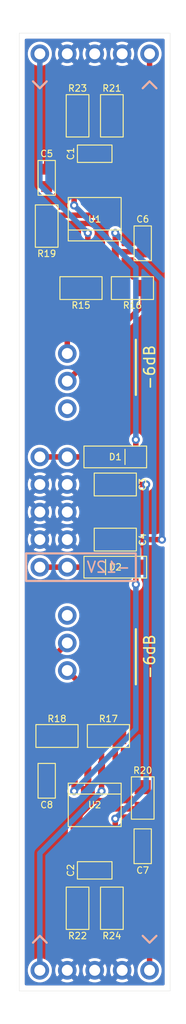
<source format=kicad_pcb>
(kicad_pcb (version 4) (host pcbnew 4.0.5)

  (general
    (links 63)
    (no_connects 0)
    (area -9.284 -53.352701 34.149 53.352701)
    (thickness 1.6)
    (drawings 20)
    (tracks 96)
    (zones 0)
    (modules 27)
    (nets 20)
  )

  (page A4)
  (layers
    (0 F.Cu signal)
    (31 B.Cu signal)
    (32 B.Adhes user)
    (33 F.Adhes user)
    (34 B.Paste user)
    (35 F.Paste user)
    (36 B.SilkS user)
    (37 F.SilkS user)
    (38 B.Mask user)
    (39 F.Mask user)
    (40 Dwgs.User user)
    (41 Cmts.User user)
    (42 Eco1.User user)
    (43 Eco2.User user)
    (44 Edge.Cuts user)
    (45 Margin user)
    (46 B.CrtYd user)
    (47 F.CrtYd user)
    (48 B.Fab user)
    (49 F.Fab user)
  )

  (setup
    (last_trace_width 0.254)
    (user_trace_width 0.508)
    (trace_clearance 0.254)
    (zone_clearance 0.254)
    (zone_45_only yes)
    (trace_min 0.1524)
    (segment_width 0.2)
    (edge_width 0.0254)
    (via_size 0.762)
    (via_drill 0.381)
    (via_min_size 0.6858)
    (via_min_drill 0.3302)
    (uvia_size 0.0508)
    (uvia_drill 0.0254)
    (uvias_allowed no)
    (uvia_min_size 0)
    (uvia_min_drill 0)
    (pcb_text_width 0.3)
    (pcb_text_size 1.5 1.5)
    (mod_edge_width 0.15)
    (mod_text_size 1 1)
    (mod_text_width 0.15)
    (pad_size 1.524 1.524)
    (pad_drill 0.762)
    (pad_to_mask_clearance 0.1016)
    (aux_axis_origin 0 0)
    (visible_elements FFFEFFFF)
    (pcbplotparams
      (layerselection 0x010f0_80000001)
      (usegerberextensions true)
      (excludeedgelayer true)
      (linewidth 0.100000)
      (plotframeref false)
      (viasonmask false)
      (mode 1)
      (useauxorigin false)
      (hpglpennumber 1)
      (hpglpenspeed 20)
      (hpglpendiameter 15)
      (hpglpenoverlay 2)
      (psnegative false)
      (psa4output false)
      (plotreference true)
      (plotvalue true)
      (plotinvisibletext false)
      (padsonsilk false)
      (subtractmaskfromsilk false)
      (outputformat 1)
      (mirror false)
      (drillshape 0)
      (scaleselection 1)
      (outputdirectory gerbers))
  )

  (net 0 "")
  (net 1 GND)
  (net 2 "Net-(C1-Pad1)")
  (net 3 "Net-(C1-Pad2)")
  (net 4 "Net-(C2-Pad1)")
  (net 5 "Net-(C2-Pad2)")
  (net 6 +12V)
  (net 7 -12V)
  (net 8 "Net-(D1-Pad2)")
  (net 9 "Net-(D2-Pad1)")
  (net 10 "Net-(P3-Pad5)")
  (net 11 "Net-(P4-Pad5)")
  (net 12 "Net-(P5-Pad2)")
  (net 13 "Net-(P5-Pad3)")
  (net 14 "Net-(P6-Pad2)")
  (net 15 "Net-(P6-Pad3)")
  (net 16 "Net-(P3-Pad1)")
  (net 17 "Net-(P4-Pad1)")
  (net 18 "Net-(P5-Pad1)")
  (net 19 "Net-(P6-Pad1)")

  (net_class Default "This is the default net class."
    (clearance 0.254)
    (trace_width 0.254)
    (via_dia 0.762)
    (via_drill 0.381)
    (uvia_dia 0.0508)
    (uvia_drill 0.0254)
    (add_net +12V)
    (add_net -12V)
    (add_net GND)
    (add_net "Net-(C1-Pad1)")
    (add_net "Net-(C1-Pad2)")
    (add_net "Net-(C2-Pad1)")
    (add_net "Net-(C2-Pad2)")
    (add_net "Net-(D1-Pad2)")
    (add_net "Net-(D2-Pad1)")
    (add_net "Net-(P3-Pad1)")
    (add_net "Net-(P3-Pad5)")
    (add_net "Net-(P4-Pad1)")
    (add_net "Net-(P4-Pad5)")
    (add_net "Net-(P5-Pad1)")
    (add_net "Net-(P5-Pad2)")
    (add_net "Net-(P5-Pad3)")
    (add_net "Net-(P6-Pad1)")
    (add_net "Net-(P6-Pad2)")
    (add_net "Net-(P6-Pad3)")
  )

  (module nearness:0805 (layer F.Cu) (tedit 5A49B1D3) (tstamp 59ACF6D8)
    (at 28.8925 -20.6375)
    (path /59A7C09F)
    (fp_text reference R16 (at 0 1.5875) (layer F.SilkS)
      (effects (font (size 0.6 0.6) (thickness 0.1)))
    )
    (fp_text value 100k (at 0 1.905) (layer F.Fab)
      (effects (font (size 0.6 0.6) (thickness 0.1)))
    )
    (fp_line (start -1.95 -1.05) (end 1.95 -1.05) (layer F.SilkS) (width 0.1))
    (fp_line (start 1.95 -1.05) (end 1.95 1.05) (layer F.SilkS) (width 0.1))
    (fp_line (start 1.95 1.05) (end -1.95 1.05) (layer F.SilkS) (width 0.1))
    (fp_line (start -1.95 1.05) (end -1.95 -1.05) (layer F.SilkS) (width 0.1))
    (fp_line (start -1 -0.625) (end 1 -0.625) (layer F.Fab) (width 0.1))
    (fp_line (start 1 -0.625) (end 1 0.625) (layer F.Fab) (width 0.1))
    (fp_line (start 1 0.625) (end -1 0.625) (layer F.Fab) (width 0.1))
    (fp_line (start -1 0.625) (end -1 -0.625) (layer F.Fab) (width 0.1))
    (pad 1 smd rect (at -1 0) (size 1.3 1.5) (layers F.Cu F.Paste F.Mask)
      (net 16 "Net-(P3-Pad1)"))
    (pad 2 smd rect (at 1 0) (size 1.3 1.5) (layers F.Cu F.Paste F.Mask)
      (net 12 "Net-(P5-Pad2)"))
  )

  (module nearness:0603 (layer F.Cu) (tedit 59C70EBF) (tstamp 59ACF4B0)
    (at 25.4 -33.02 180)
    (path /591AE4DD)
    (fp_text reference C1 (at 2.2225 0 270) (layer F.SilkS)
      (effects (font (size 0.6 0.6) (thickness 0.1)))
    )
    (fp_text value 22p (at 0 1.27 180) (layer F.Fab)
      (effects (font (size 0.6 0.6) (thickness 0.1)))
    )
    (fp_line (start -0.8 -0.4) (end 0.8 -0.4) (layer F.Fab) (width 0.1))
    (fp_line (start 0.8 -0.4) (end 0.8 0.4) (layer F.Fab) (width 0.1))
    (fp_line (start 0.8 0.4) (end -0.8 0.4) (layer F.Fab) (width 0.1))
    (fp_line (start -0.8 0.4) (end -0.8 -0.4) (layer F.Fab) (width 0.1))
    (fp_line (start -1.6 -0.8) (end 1.6 -0.8) (layer F.SilkS) (width 0.1))
    (fp_line (start 1.6 -0.8) (end 1.6 0.8) (layer F.SilkS) (width 0.1))
    (fp_line (start 1.6 0.8) (end -1.6 0.8) (layer F.SilkS) (width 0.1))
    (fp_line (start -1.6 0.8) (end -1.6 -0.8) (layer F.SilkS) (width 0.1))
    (pad 1 smd rect (at -0.8 0 180) (size 1 1) (layers F.Cu F.Paste F.Mask)
      (net 2 "Net-(C1-Pad1)"))
    (pad 2 smd rect (at 0.8 0 180) (size 1 1) (layers F.Cu F.Paste F.Mask)
      (net 3 "Net-(C1-Pad2)"))
  )

  (module nearness:0603 (layer F.Cu) (tedit 59CB911D) (tstamp 59ACF4BE)
    (at 25.4 33.02)
    (path /591AE57B)
    (fp_text reference C2 (at -2.2225 0 90) (layer F.SilkS)
      (effects (font (size 0.6 0.6) (thickness 0.1)))
    )
    (fp_text value 22p (at 0 1.27) (layer F.Fab)
      (effects (font (size 0.6 0.6) (thickness 0.1)))
    )
    (fp_line (start -0.8 -0.4) (end 0.8 -0.4) (layer F.Fab) (width 0.1))
    (fp_line (start 0.8 -0.4) (end 0.8 0.4) (layer F.Fab) (width 0.1))
    (fp_line (start 0.8 0.4) (end -0.8 0.4) (layer F.Fab) (width 0.1))
    (fp_line (start -0.8 0.4) (end -0.8 -0.4) (layer F.Fab) (width 0.1))
    (fp_line (start -1.6 -0.8) (end 1.6 -0.8) (layer F.SilkS) (width 0.1))
    (fp_line (start 1.6 -0.8) (end 1.6 0.8) (layer F.SilkS) (width 0.1))
    (fp_line (start 1.6 0.8) (end -1.6 0.8) (layer F.SilkS) (width 0.1))
    (fp_line (start -1.6 0.8) (end -1.6 -0.8) (layer F.SilkS) (width 0.1))
    (pad 1 smd rect (at -0.8 0) (size 1 1) (layers F.Cu F.Paste F.Mask)
      (net 4 "Net-(C2-Pad1)"))
    (pad 2 smd rect (at 0.8 0) (size 1 1) (layers F.Cu F.Paste F.Mask)
      (net 5 "Net-(C2-Pad2)"))
  )

  (module nearness:0805 (layer F.Cu) (tedit 5A49B20C) (tstamp 59ACF4CC)
    (at 27.305 -2.54 180)
    (path /58FD9A5F)
    (fp_text reference C3 (at -2.54 0 270) (layer F.SilkS)
      (effects (font (size 0.6 0.6) (thickness 0.1)))
    )
    (fp_text value 22u (at 0 1.905 180) (layer F.Fab)
      (effects (font (size 0.6 0.6) (thickness 0.1)))
    )
    (fp_line (start -1.95 -1.05) (end 1.95 -1.05) (layer F.SilkS) (width 0.1))
    (fp_line (start 1.95 -1.05) (end 1.95 1.05) (layer F.SilkS) (width 0.1))
    (fp_line (start 1.95 1.05) (end -1.95 1.05) (layer F.SilkS) (width 0.1))
    (fp_line (start -1.95 1.05) (end -1.95 -1.05) (layer F.SilkS) (width 0.1))
    (fp_line (start -1 -0.625) (end 1 -0.625) (layer F.Fab) (width 0.1))
    (fp_line (start 1 -0.625) (end 1 0.625) (layer F.Fab) (width 0.1))
    (fp_line (start 1 0.625) (end -1 0.625) (layer F.Fab) (width 0.1))
    (fp_line (start -1 0.625) (end -1 -0.625) (layer F.Fab) (width 0.1))
    (pad 1 smd rect (at -1 0 180) (size 1.3 1.5) (layers F.Cu F.Paste F.Mask)
      (net 6 +12V))
    (pad 2 smd rect (at 1 0 180) (size 1.3 1.5) (layers F.Cu F.Paste F.Mask)
      (net 1 GND))
  )

  (module nearness:0805 (layer F.Cu) (tedit 5A49B210) (tstamp 59ACF4DA)
    (at 27.305 2.54)
    (path /58FD9B16)
    (fp_text reference C4 (at 2.54 0 90) (layer F.SilkS)
      (effects (font (size 0.6 0.6) (thickness 0.1)))
    )
    (fp_text value 22u (at 0 1.905) (layer F.Fab)
      (effects (font (size 0.6 0.6) (thickness 0.1)))
    )
    (fp_line (start -1.95 -1.05) (end 1.95 -1.05) (layer F.SilkS) (width 0.1))
    (fp_line (start 1.95 -1.05) (end 1.95 1.05) (layer F.SilkS) (width 0.1))
    (fp_line (start 1.95 1.05) (end -1.95 1.05) (layer F.SilkS) (width 0.1))
    (fp_line (start -1.95 1.05) (end -1.95 -1.05) (layer F.SilkS) (width 0.1))
    (fp_line (start -1 -0.625) (end 1 -0.625) (layer F.Fab) (width 0.1))
    (fp_line (start 1 -0.625) (end 1 0.625) (layer F.Fab) (width 0.1))
    (fp_line (start 1 0.625) (end -1 0.625) (layer F.Fab) (width 0.1))
    (fp_line (start -1 0.625) (end -1 -0.625) (layer F.Fab) (width 0.1))
    (pad 1 smd rect (at -1 0) (size 1.3 1.5) (layers F.Cu F.Paste F.Mask)
      (net 1 GND))
    (pad 2 smd rect (at 1 0) (size 1.3 1.5) (layers F.Cu F.Paste F.Mask)
      (net 7 -12V))
  )

  (module nearness:0603 (layer F.Cu) (tedit 5A49ACC1) (tstamp 59ACF4E8)
    (at 20.955 -30.7975 90)
    (path /58FD9C65)
    (fp_text reference C5 (at 2.2225 0 180) (layer F.SilkS)
      (effects (font (size 0.6 0.6) (thickness 0.1)))
    )
    (fp_text value 100n (at 0 1.27 90) (layer F.Fab)
      (effects (font (size 0.6 0.6) (thickness 0.1)))
    )
    (fp_line (start -0.8 -0.4) (end 0.8 -0.4) (layer F.Fab) (width 0.1))
    (fp_line (start 0.8 -0.4) (end 0.8 0.4) (layer F.Fab) (width 0.1))
    (fp_line (start 0.8 0.4) (end -0.8 0.4) (layer F.Fab) (width 0.1))
    (fp_line (start -0.8 0.4) (end -0.8 -0.4) (layer F.Fab) (width 0.1))
    (fp_line (start -1.6 -0.8) (end 1.6 -0.8) (layer F.SilkS) (width 0.1))
    (fp_line (start 1.6 -0.8) (end 1.6 0.8) (layer F.SilkS) (width 0.1))
    (fp_line (start 1.6 0.8) (end -1.6 0.8) (layer F.SilkS) (width 0.1))
    (fp_line (start -1.6 0.8) (end -1.6 -0.8) (layer F.SilkS) (width 0.1))
    (pad 1 smd rect (at -0.8 0 90) (size 1 1) (layers F.Cu F.Paste F.Mask)
      (net 6 +12V))
    (pad 2 smd rect (at 0.8 0 90) (size 1 1) (layers F.Cu F.Paste F.Mask)
      (net 1 GND))
  )

  (module nearness:0603 (layer F.Cu) (tedit 59C70EBC) (tstamp 59ACF4F6)
    (at 29.845 -24.765 270)
    (path /58FD9D01)
    (fp_text reference C6 (at -2.2225 0 360) (layer F.SilkS)
      (effects (font (size 0.6 0.6) (thickness 0.1)))
    )
    (fp_text value 100n (at 0 1.27 270) (layer F.Fab)
      (effects (font (size 0.6 0.6) (thickness 0.1)))
    )
    (fp_line (start -0.8 -0.4) (end 0.8 -0.4) (layer F.Fab) (width 0.1))
    (fp_line (start 0.8 -0.4) (end 0.8 0.4) (layer F.Fab) (width 0.1))
    (fp_line (start 0.8 0.4) (end -0.8 0.4) (layer F.Fab) (width 0.1))
    (fp_line (start -0.8 0.4) (end -0.8 -0.4) (layer F.Fab) (width 0.1))
    (fp_line (start -1.6 -0.8) (end 1.6 -0.8) (layer F.SilkS) (width 0.1))
    (fp_line (start 1.6 -0.8) (end 1.6 0.8) (layer F.SilkS) (width 0.1))
    (fp_line (start 1.6 0.8) (end -1.6 0.8) (layer F.SilkS) (width 0.1))
    (fp_line (start -1.6 0.8) (end -1.6 -0.8) (layer F.SilkS) (width 0.1))
    (pad 1 smd rect (at -0.8 0 270) (size 1 1) (layers F.Cu F.Paste F.Mask)
      (net 1 GND))
    (pad 2 smd rect (at 0.8 0 270) (size 1 1) (layers F.Cu F.Paste F.Mask)
      (net 7 -12V))
  )

  (module nearness:0603 (layer F.Cu) (tedit 5A49AE03) (tstamp 59ACF504)
    (at 29.845 30.7975 270)
    (path /59A407B0)
    (fp_text reference C7 (at 2.2225 0 360) (layer F.SilkS)
      (effects (font (size 0.6 0.6) (thickness 0.1)))
    )
    (fp_text value 100n (at 0 1.27 270) (layer F.Fab)
      (effects (font (size 0.6 0.6) (thickness 0.1)))
    )
    (fp_line (start -0.8 -0.4) (end 0.8 -0.4) (layer F.Fab) (width 0.1))
    (fp_line (start 0.8 -0.4) (end 0.8 0.4) (layer F.Fab) (width 0.1))
    (fp_line (start 0.8 0.4) (end -0.8 0.4) (layer F.Fab) (width 0.1))
    (fp_line (start -0.8 0.4) (end -0.8 -0.4) (layer F.Fab) (width 0.1))
    (fp_line (start -1.6 -0.8) (end 1.6 -0.8) (layer F.SilkS) (width 0.1))
    (fp_line (start 1.6 -0.8) (end 1.6 0.8) (layer F.SilkS) (width 0.1))
    (fp_line (start 1.6 0.8) (end -1.6 0.8) (layer F.SilkS) (width 0.1))
    (fp_line (start -1.6 0.8) (end -1.6 -0.8) (layer F.SilkS) (width 0.1))
    (pad 1 smd rect (at -0.8 0 270) (size 1 1) (layers F.Cu F.Paste F.Mask)
      (net 6 +12V))
    (pad 2 smd rect (at 0.8 0 270) (size 1 1) (layers F.Cu F.Paste F.Mask)
      (net 1 GND))
  )

  (module nearness:0603 (layer F.Cu) (tedit 59CB911B) (tstamp 59ACF512)
    (at 20.955 24.765 90)
    (path /59A40870)
    (fp_text reference C8 (at -2.2225 0 180) (layer F.SilkS)
      (effects (font (size 0.6 0.6) (thickness 0.1)))
    )
    (fp_text value 100n (at 0 1.27 90) (layer F.Fab)
      (effects (font (size 0.6 0.6) (thickness 0.1)))
    )
    (fp_line (start -0.8 -0.4) (end 0.8 -0.4) (layer F.Fab) (width 0.1))
    (fp_line (start 0.8 -0.4) (end 0.8 0.4) (layer F.Fab) (width 0.1))
    (fp_line (start 0.8 0.4) (end -0.8 0.4) (layer F.Fab) (width 0.1))
    (fp_line (start -0.8 0.4) (end -0.8 -0.4) (layer F.Fab) (width 0.1))
    (fp_line (start -1.6 -0.8) (end 1.6 -0.8) (layer F.SilkS) (width 0.1))
    (fp_line (start 1.6 -0.8) (end 1.6 0.8) (layer F.SilkS) (width 0.1))
    (fp_line (start 1.6 0.8) (end -1.6 0.8) (layer F.SilkS) (width 0.1))
    (fp_line (start -1.6 0.8) (end -1.6 -0.8) (layer F.SilkS) (width 0.1))
    (pad 1 smd rect (at -0.8 0 90) (size 1 1) (layers F.Cu F.Paste F.Mask)
      (net 1 GND))
    (pad 2 smd rect (at 0.8 0 90) (size 1 1) (layers F.Cu F.Paste F.Mask)
      (net 7 -12V))
  )

  (module nearness:SOD-123 (layer F.Cu) (tedit 59ACF59B) (tstamp 59ACF51D)
    (at 27.305 -5.08 180)
    (path /58FD9829)
    (fp_text reference D1 (at 0 0 180) (layer F.SilkS)
      (effects (font (size 0.6 0.6) (thickness 0.1)))
    )
    (fp_text value 1N5819HW (at 0 1.905 180) (layer F.Fab)
      (effects (font (size 0.6 0.6) (thickness 0.1)))
    )
    (fp_line (start -0.9 -0.7) (end -0.9 0.7) (layer F.SilkS) (width 0.1))
    (fp_line (start -2.9 -1) (end 2.9 -1) (layer F.SilkS) (width 0.1))
    (fp_line (start 2.9 -1) (end 2.9 1) (layer F.SilkS) (width 0.1))
    (fp_line (start 2.9 1) (end -2.9 1) (layer F.SilkS) (width 0.1))
    (fp_line (start -2.9 1) (end -2.9 -1) (layer F.SilkS) (width 0.1))
    (pad 1 smd rect (at -1.9 0 180) (size 1.4 1.4) (layers F.Cu F.Paste F.Mask)
      (net 6 +12V))
    (pad 2 smd rect (at 1.9 0 180) (size 1.4 1.4) (layers F.Cu F.Paste F.Mask)
      (net 8 "Net-(D1-Pad2)"))
  )

  (module nearness:SOD-123 (layer F.Cu) (tedit 59ACF59D) (tstamp 59ACF528)
    (at 27.305 5.08)
    (path /58FD9914)
    (fp_text reference D2 (at 0 0) (layer F.SilkS)
      (effects (font (size 0.6 0.6) (thickness 0.1)))
    )
    (fp_text value 1N5819HW (at 0 1.905) (layer F.Fab)
      (effects (font (size 0.6 0.6) (thickness 0.1)))
    )
    (fp_line (start -0.9 -0.7) (end -0.9 0.7) (layer F.SilkS) (width 0.1))
    (fp_line (start -2.9 -1) (end 2.9 -1) (layer F.SilkS) (width 0.1))
    (fp_line (start 2.9 -1) (end 2.9 1) (layer F.SilkS) (width 0.1))
    (fp_line (start 2.9 1) (end -2.9 1) (layer F.SilkS) (width 0.1))
    (fp_line (start -2.9 1) (end -2.9 -1) (layer F.SilkS) (width 0.1))
    (pad 1 smd rect (at -1.9 0) (size 1.4 1.4) (layers F.Cu F.Paste F.Mask)
      (net 9 "Net-(D2-Pad1)"))
    (pad 2 smd rect (at 1.9 0) (size 1.4 1.4) (layers F.Cu F.Paste F.Mask)
      (net 7 -12V))
  )

  (module nearness:SOIC-8 (layer F.Cu) (tedit 59AD2098) (tstamp 59ACF539)
    (at 25.4 -26.9875)
    (path /59A3B196)
    (fp_text reference U1 (at 0 0) (layer F.SilkS)
      (effects (font (size 0.6 0.6) (thickness 0.1)))
    )
    (fp_text value LME49720 (at 0 5.08) (layer F.Fab)
      (effects (font (size 0.6 0.6) (thickness 0.1)))
    )
    (fp_line (start 2.45 1) (end -2.45 1) (layer F.SilkS) (width 0.1))
    (fp_line (start -2.45 -2) (end 2.45 -2) (layer F.SilkS) (width 0.1))
    (fp_line (start 2.45 -2) (end 2.45 2) (layer F.SilkS) (width 0.1))
    (fp_line (start 2.45 2) (end -2.45 2) (layer F.SilkS) (width 0.1))
    (fp_line (start -2.45 2) (end -2.45 -2) (layer F.SilkS) (width 0.1))
    (pad 1 smd rect (at -1.905 3) (size 0.65 2) (layers F.Cu F.Paste F.Mask)
      (net 18 "Net-(P5-Pad1)"))
    (pad 2 smd rect (at -0.635 3) (size 0.65 2) (layers F.Cu F.Paste F.Mask)
      (net 16 "Net-(P3-Pad1)"))
    (pad 3 smd rect (at 0.635 3) (size 0.65 2) (layers F.Cu F.Paste F.Mask)
      (net 1 GND))
    (pad 4 smd rect (at 1.905 3) (size 0.65 2) (layers F.Cu F.Paste F.Mask)
      (net 7 -12V))
    (pad 5 smd rect (at 1.905 -3) (size 0.65 2) (layers F.Cu F.Paste F.Mask)
      (net 1 GND))
    (pad 6 smd rect (at 0.635 -3) (size 0.65 2) (layers F.Cu F.Paste F.Mask)
      (net 2 "Net-(C1-Pad1)"))
    (pad 7 smd rect (at -0.635 -3) (size 0.65 2) (layers F.Cu F.Paste F.Mask)
      (net 3 "Net-(C1-Pad2)"))
    (pad 8 smd rect (at -1.905 -3) (size 0.65 2) (layers F.Cu F.Paste F.Mask)
      (net 6 +12V))
  )

  (module nearness:SOIC-8 (layer F.Cu) (tedit 59CB953A) (tstamp 59ACF54A)
    (at 25.4 26.9875 180)
    (path /59A3B431)
    (fp_text reference U2 (at 0 0 180) (layer F.SilkS)
      (effects (font (size 0.6 0.6) (thickness 0.1)))
    )
    (fp_text value LME49720 (at 0 5.08 180) (layer F.Fab)
      (effects (font (size 0.6 0.6) (thickness 0.1)))
    )
    (fp_line (start 2.45 1) (end -2.45 1) (layer F.SilkS) (width 0.1))
    (fp_line (start -2.45 -2) (end 2.45 -2) (layer F.SilkS) (width 0.1))
    (fp_line (start 2.45 -2) (end 2.45 2) (layer F.SilkS) (width 0.1))
    (fp_line (start 2.45 2) (end -2.45 2) (layer F.SilkS) (width 0.1))
    (fp_line (start -2.45 2) (end -2.45 -2) (layer F.SilkS) (width 0.1))
    (pad 1 smd rect (at -1.905 3 180) (size 0.65 2) (layers F.Cu F.Paste F.Mask)
      (net 19 "Net-(P6-Pad1)"))
    (pad 2 smd rect (at -0.635 3 180) (size 0.65 2) (layers F.Cu F.Paste F.Mask)
      (net 17 "Net-(P4-Pad1)"))
    (pad 3 smd rect (at 0.635 3 180) (size 0.65 2) (layers F.Cu F.Paste F.Mask)
      (net 1 GND))
    (pad 4 smd rect (at 1.905 3 180) (size 0.65 2) (layers F.Cu F.Paste F.Mask)
      (net 7 -12V))
    (pad 5 smd rect (at 1.905 -3 180) (size 0.65 2) (layers F.Cu F.Paste F.Mask)
      (net 1 GND))
    (pad 6 smd rect (at 0.635 -3 180) (size 0.65 2) (layers F.Cu F.Paste F.Mask)
      (net 4 "Net-(C2-Pad1)"))
    (pad 7 smd rect (at -0.635 -3 180) (size 0.65 2) (layers F.Cu F.Paste F.Mask)
      (net 5 "Net-(C2-Pad2)"))
    (pad 8 smd rect (at -1.905 -3 180) (size 0.65 2) (layers F.Cu F.Paste F.Mask)
      (net 6 +12V))
  )

  (module nearness:Pin_1x5 (layer F.Cu) (tedit 59ACF43A) (tstamp 59ACF5D1)
    (at 25.4 -42.2275 90)
    (path /59A8C56E)
    (fp_text reference P3 (at 0 -7.62 90) (layer F.SilkS) hide
      (effects (font (size 1 1) (thickness 0.15)))
    )
    (fp_text value CONN_01X05 (at 0 7.62 90) (layer F.Fab)
      (effects (font (size 1 1) (thickness 0.15)))
    )
    (pad 1 thru_hole circle (at 0 -5.08 90) (size 1.7272 1.7272) (drill 1.016) (layers *.Cu *.Mask)
      (net 16 "Net-(P3-Pad1)"))
    (pad 2 thru_hole circle (at 0 -2.54 90) (size 1.7272 1.7272) (drill 1.016) (layers *.Cu *.Mask)
      (net 1 GND))
    (pad 3 thru_hole circle (at 0 0 90) (size 1.7272 1.7272) (drill 1.016) (layers *.Cu *.Mask)
      (net 1 GND))
    (pad 4 thru_hole circle (at 0 2.54 90) (size 1.7272 1.7272) (drill 1.016) (layers *.Cu *.Mask)
      (net 1 GND))
    (pad 5 thru_hole circle (at 0 5.08 90) (size 1.7272 1.7272) (drill 1.016) (layers *.Cu *.Mask)
      (net 10 "Net-(P3-Pad5)"))
  )

  (module nearness:Pin_1x5 (layer F.Cu) (tedit 59ACF434) (tstamp 59ACF5DA)
    (at 25.4 42.2275 90)
    (path /59A8C70B)
    (fp_text reference P4 (at 0 -7.62 90) (layer F.SilkS) hide
      (effects (font (size 1 1) (thickness 0.15)))
    )
    (fp_text value CONN_01X05 (at 0 7.62 90) (layer F.Fab)
      (effects (font (size 1 1) (thickness 0.15)))
    )
    (pad 1 thru_hole circle (at 0 -5.08 90) (size 1.7272 1.7272) (drill 1.016) (layers *.Cu *.Mask)
      (net 17 "Net-(P4-Pad1)"))
    (pad 2 thru_hole circle (at 0 -2.54 90) (size 1.7272 1.7272) (drill 1.016) (layers *.Cu *.Mask)
      (net 1 GND))
    (pad 3 thru_hole circle (at 0 0 90) (size 1.7272 1.7272) (drill 1.016) (layers *.Cu *.Mask)
      (net 1 GND))
    (pad 4 thru_hole circle (at 0 2.54 90) (size 1.7272 1.7272) (drill 1.016) (layers *.Cu *.Mask)
      (net 1 GND))
    (pad 5 thru_hole circle (at 0 5.08 90) (size 1.7272 1.7272) (drill 1.016) (layers *.Cu *.Mask)
      (net 11 "Net-(P4-Pad5)"))
  )

  (module nearness:Pin_1x3 (layer F.Cu) (tedit 59ACFAE8) (tstamp 59ACF5E1)
    (at 22.86 -12.065)
    (path /59A7BF22)
    (fp_text reference P5 (at 0 -5.08) (layer F.SilkS) hide
      (effects (font (size 1 1) (thickness 0.15)))
    )
    (fp_text value CONN_01X03 (at 0 5.08) (layer F.Fab)
      (effects (font (size 1 1) (thickness 0.15)))
    )
    (pad 1 thru_hole circle (at 0 -2.54) (size 1.7272 1.7272) (drill 1.016) (layers *.Cu *.Mask)
      (net 18 "Net-(P5-Pad1)"))
    (pad 2 thru_hole circle (at 0 0) (size 1.7272 1.7272) (drill 1.016) (layers *.Cu *.Mask)
      (net 12 "Net-(P5-Pad2)"))
    (pad 3 thru_hole circle (at 0 2.54) (size 1.7272 1.7272) (drill 1.016) (layers *.Cu *.Mask)
      (net 13 "Net-(P5-Pad3)"))
  )

  (module nearness:Pin_1x3 (layer F.Cu) (tedit 59ACFAED) (tstamp 59ACF5E8)
    (at 22.86 12.065 180)
    (path /59A7D51F)
    (fp_text reference P6 (at 0 -5.08 180) (layer F.SilkS) hide
      (effects (font (size 1 1) (thickness 0.15)))
    )
    (fp_text value CONN_01X03 (at 0 5.08 180) (layer F.Fab)
      (effects (font (size 1 1) (thickness 0.15)))
    )
    (pad 1 thru_hole circle (at 0 -2.54 180) (size 1.7272 1.7272) (drill 1.016) (layers *.Cu *.Mask)
      (net 19 "Net-(P6-Pad1)"))
    (pad 2 thru_hole circle (at 0 0 180) (size 1.7272 1.7272) (drill 1.016) (layers *.Cu *.Mask)
      (net 14 "Net-(P6-Pad2)"))
    (pad 3 thru_hole circle (at 0 2.54 180) (size 1.7272 1.7272) (drill 1.016) (layers *.Cu *.Mask)
      (net 15 "Net-(P6-Pad3)"))
  )

  (module nearness:0805 (layer F.Cu) (tedit 5A49B1CE) (tstamp 59ACF6CA)
    (at 24.13 -20.6375 180)
    (path /58FD8DE4)
    (fp_text reference R15 (at 0 -1.5875 180) (layer F.SilkS)
      (effects (font (size 0.6 0.6) (thickness 0.1)))
    )
    (fp_text value 100k (at 0 1.905 180) (layer F.Fab)
      (effects (font (size 0.6 0.6) (thickness 0.1)))
    )
    (fp_line (start -1.95 -1.05) (end 1.95 -1.05) (layer F.SilkS) (width 0.1))
    (fp_line (start 1.95 -1.05) (end 1.95 1.05) (layer F.SilkS) (width 0.1))
    (fp_line (start 1.95 1.05) (end -1.95 1.05) (layer F.SilkS) (width 0.1))
    (fp_line (start -1.95 1.05) (end -1.95 -1.05) (layer F.SilkS) (width 0.1))
    (fp_line (start -1 -0.625) (end 1 -0.625) (layer F.Fab) (width 0.1))
    (fp_line (start 1 -0.625) (end 1 0.625) (layer F.Fab) (width 0.1))
    (fp_line (start 1 0.625) (end -1 0.625) (layer F.Fab) (width 0.1))
    (fp_line (start -1 0.625) (end -1 -0.625) (layer F.Fab) (width 0.1))
    (pad 1 smd rect (at -1 0 180) (size 1.3 1.5) (layers F.Cu F.Paste F.Mask)
      (net 16 "Net-(P3-Pad1)"))
    (pad 2 smd rect (at 1 0 180) (size 1.3 1.5) (layers F.Cu F.Paste F.Mask)
      (net 18 "Net-(P5-Pad1)"))
  )

  (module nearness:0805 (layer F.Cu) (tedit 59CB9553) (tstamp 59ACF6E6)
    (at 26.67 20.6375)
    (path /58FD95C0)
    (fp_text reference R17 (at 0 -1.5875 180) (layer F.SilkS)
      (effects (font (size 0.6 0.6) (thickness 0.1)))
    )
    (fp_text value 100k (at 0 1.905) (layer F.Fab)
      (effects (font (size 0.6 0.6) (thickness 0.1)))
    )
    (fp_line (start -1.95 -1.05) (end 1.95 -1.05) (layer F.SilkS) (width 0.1))
    (fp_line (start 1.95 -1.05) (end 1.95 1.05) (layer F.SilkS) (width 0.1))
    (fp_line (start 1.95 1.05) (end -1.95 1.05) (layer F.SilkS) (width 0.1))
    (fp_line (start -1.95 1.05) (end -1.95 -1.05) (layer F.SilkS) (width 0.1))
    (fp_line (start -1 -0.625) (end 1 -0.625) (layer F.Fab) (width 0.1))
    (fp_line (start 1 -0.625) (end 1 0.625) (layer F.Fab) (width 0.1))
    (fp_line (start 1 0.625) (end -1 0.625) (layer F.Fab) (width 0.1))
    (fp_line (start -1 0.625) (end -1 -0.625) (layer F.Fab) (width 0.1))
    (pad 1 smd rect (at -1 0) (size 1.3 1.5) (layers F.Cu F.Paste F.Mask)
      (net 17 "Net-(P4-Pad1)"))
    (pad 2 smd rect (at 1 0) (size 1.3 1.5) (layers F.Cu F.Paste F.Mask)
      (net 19 "Net-(P6-Pad1)"))
  )

  (module nearness:0805 (layer F.Cu) (tedit 59CB9551) (tstamp 59ACF6F4)
    (at 21.9075 20.6375 180)
    (path /59A7D525)
    (fp_text reference R18 (at 0 1.5875 360) (layer F.SilkS)
      (effects (font (size 0.6 0.6) (thickness 0.1)))
    )
    (fp_text value 100k (at 0 1.905 180) (layer F.Fab)
      (effects (font (size 0.6 0.6) (thickness 0.1)))
    )
    (fp_line (start -1.95 -1.05) (end 1.95 -1.05) (layer F.SilkS) (width 0.1))
    (fp_line (start 1.95 -1.05) (end 1.95 1.05) (layer F.SilkS) (width 0.1))
    (fp_line (start 1.95 1.05) (end -1.95 1.05) (layer F.SilkS) (width 0.1))
    (fp_line (start -1.95 1.05) (end -1.95 -1.05) (layer F.SilkS) (width 0.1))
    (fp_line (start -1 -0.625) (end 1 -0.625) (layer F.Fab) (width 0.1))
    (fp_line (start 1 -0.625) (end 1 0.625) (layer F.Fab) (width 0.1))
    (fp_line (start 1 0.625) (end -1 0.625) (layer F.Fab) (width 0.1))
    (fp_line (start -1 0.625) (end -1 -0.625) (layer F.Fab) (width 0.1))
    (pad 1 smd rect (at -1 0 180) (size 1.3 1.5) (layers F.Cu F.Paste F.Mask)
      (net 17 "Net-(P4-Pad1)"))
    (pad 2 smd rect (at 1 0 180) (size 1.3 1.5) (layers F.Cu F.Paste F.Mask)
      (net 14 "Net-(P6-Pad2)"))
  )

  (module nearness:0805 (layer F.Cu) (tedit 59AD2308) (tstamp 59ACF702)
    (at 20.955 -26.3525 90)
    (path /58FD8EF2)
    (fp_text reference R19 (at -2.54 0 180) (layer F.SilkS)
      (effects (font (size 0.6 0.6) (thickness 0.1)))
    )
    (fp_text value 100k (at 0 1.905 90) (layer F.Fab)
      (effects (font (size 0.6 0.6) (thickness 0.1)))
    )
    (fp_line (start -1.95 -1.05) (end 1.95 -1.05) (layer F.SilkS) (width 0.1))
    (fp_line (start 1.95 -1.05) (end 1.95 1.05) (layer F.SilkS) (width 0.1))
    (fp_line (start 1.95 1.05) (end -1.95 1.05) (layer F.SilkS) (width 0.1))
    (fp_line (start -1.95 1.05) (end -1.95 -1.05) (layer F.SilkS) (width 0.1))
    (fp_line (start -1 -0.625) (end 1 -0.625) (layer F.Fab) (width 0.1))
    (fp_line (start 1 -0.625) (end 1 0.625) (layer F.Fab) (width 0.1))
    (fp_line (start 1 0.625) (end -1 0.625) (layer F.Fab) (width 0.1))
    (fp_line (start -1 0.625) (end -1 -0.625) (layer F.Fab) (width 0.1))
    (pad 1 smd rect (at -1 0 90) (size 1.3 1.5) (layers F.Cu F.Paste F.Mask)
      (net 18 "Net-(P5-Pad1)"))
    (pad 2 smd rect (at 1 0 90) (size 1.3 1.5) (layers F.Cu F.Paste F.Mask)
      (net 2 "Net-(C1-Pad1)"))
  )

  (module nearness:0805 (layer F.Cu) (tedit 59AE7F5B) (tstamp 59ACF710)
    (at 29.845 26.3525 270)
    (path /58FD95C6)
    (fp_text reference R20 (at -2.54 0 360) (layer F.SilkS)
      (effects (font (size 0.6 0.6) (thickness 0.1)))
    )
    (fp_text value 100k (at 0 1.905 270) (layer F.Fab)
      (effects (font (size 0.6 0.6) (thickness 0.1)))
    )
    (fp_line (start -1.95 -1.05) (end 1.95 -1.05) (layer F.SilkS) (width 0.1))
    (fp_line (start 1.95 -1.05) (end 1.95 1.05) (layer F.SilkS) (width 0.1))
    (fp_line (start 1.95 1.05) (end -1.95 1.05) (layer F.SilkS) (width 0.1))
    (fp_line (start -1.95 1.05) (end -1.95 -1.05) (layer F.SilkS) (width 0.1))
    (fp_line (start -1 -0.625) (end 1 -0.625) (layer F.Fab) (width 0.1))
    (fp_line (start 1 -0.625) (end 1 0.625) (layer F.Fab) (width 0.1))
    (fp_line (start 1 0.625) (end -1 0.625) (layer F.Fab) (width 0.1))
    (fp_line (start -1 0.625) (end -1 -0.625) (layer F.Fab) (width 0.1))
    (pad 1 smd rect (at -1 0 270) (size 1.3 1.5) (layers F.Cu F.Paste F.Mask)
      (net 19 "Net-(P6-Pad1)"))
    (pad 2 smd rect (at 1 0 270) (size 1.3 1.5) (layers F.Cu F.Paste F.Mask)
      (net 4 "Net-(C2-Pad1)"))
  )

  (module nearness:0805 (layer F.Cu) (tedit 59C70C73) (tstamp 59ACF71E)
    (at 26.9875 -36.5125 90)
    (path /58FD9069)
    (fp_text reference R21 (at 2.54 0 360) (layer F.SilkS)
      (effects (font (size 0.6 0.6) (thickness 0.1)))
    )
    (fp_text value 100k (at 0 1.905 90) (layer F.Fab)
      (effects (font (size 0.6 0.6) (thickness 0.1)))
    )
    (fp_line (start -1.95 -1.05) (end 1.95 -1.05) (layer F.SilkS) (width 0.1))
    (fp_line (start 1.95 -1.05) (end 1.95 1.05) (layer F.SilkS) (width 0.1))
    (fp_line (start 1.95 1.05) (end -1.95 1.05) (layer F.SilkS) (width 0.1))
    (fp_line (start -1.95 1.05) (end -1.95 -1.05) (layer F.SilkS) (width 0.1))
    (fp_line (start -1 -0.625) (end 1 -0.625) (layer F.Fab) (width 0.1))
    (fp_line (start 1 -0.625) (end 1 0.625) (layer F.Fab) (width 0.1))
    (fp_line (start 1 0.625) (end -1 0.625) (layer F.Fab) (width 0.1))
    (fp_line (start -1 0.625) (end -1 -0.625) (layer F.Fab) (width 0.1))
    (pad 1 smd rect (at -1 0 90) (size 1.3 1.5) (layers F.Cu F.Paste F.Mask)
      (net 2 "Net-(C1-Pad1)"))
    (pad 2 smd rect (at 1 0 90) (size 1.3 1.5) (layers F.Cu F.Paste F.Mask)
      (net 10 "Net-(P3-Pad5)"))
  )

  (module nearness:0805 (layer F.Cu) (tedit 59CB9118) (tstamp 59ACF72C)
    (at 23.8125 36.5125 270)
    (path /58FD95CC)
    (fp_text reference R22 (at 2.54 0 360) (layer F.SilkS)
      (effects (font (size 0.6 0.6) (thickness 0.1)))
    )
    (fp_text value 100k (at 0 1.905 270) (layer F.Fab)
      (effects (font (size 0.6 0.6) (thickness 0.1)))
    )
    (fp_line (start -1.95 -1.05) (end 1.95 -1.05) (layer F.SilkS) (width 0.1))
    (fp_line (start 1.95 -1.05) (end 1.95 1.05) (layer F.SilkS) (width 0.1))
    (fp_line (start 1.95 1.05) (end -1.95 1.05) (layer F.SilkS) (width 0.1))
    (fp_line (start -1.95 1.05) (end -1.95 -1.05) (layer F.SilkS) (width 0.1))
    (fp_line (start -1 -0.625) (end 1 -0.625) (layer F.Fab) (width 0.1))
    (fp_line (start 1 -0.625) (end 1 0.625) (layer F.Fab) (width 0.1))
    (fp_line (start 1 0.625) (end -1 0.625) (layer F.Fab) (width 0.1))
    (fp_line (start -1 0.625) (end -1 -0.625) (layer F.Fab) (width 0.1))
    (pad 1 smd rect (at -1 0 270) (size 1.3 1.5) (layers F.Cu F.Paste F.Mask)
      (net 4 "Net-(C2-Pad1)"))
    (pad 2 smd rect (at 1 0 270) (size 1.3 1.5) (layers F.Cu F.Paste F.Mask)
      (net 11 "Net-(P4-Pad5)"))
  )

  (module nearness:0805 (layer F.Cu) (tedit 59CB96FB) (tstamp 59ACF73A)
    (at 23.8125 -36.5125 90)
    (path /58FD88EC)
    (fp_text reference R23 (at 2.54 0 180) (layer F.SilkS)
      (effects (font (size 0.6 0.6) (thickness 0.1)))
    )
    (fp_text value 1k (at 0 1.905 90) (layer F.Fab)
      (effects (font (size 0.6 0.6) (thickness 0.1)))
    )
    (fp_line (start -1.95 -1.05) (end 1.95 -1.05) (layer F.SilkS) (width 0.1))
    (fp_line (start 1.95 -1.05) (end 1.95 1.05) (layer F.SilkS) (width 0.1))
    (fp_line (start 1.95 1.05) (end -1.95 1.05) (layer F.SilkS) (width 0.1))
    (fp_line (start -1.95 1.05) (end -1.95 -1.05) (layer F.SilkS) (width 0.1))
    (fp_line (start -1 -0.625) (end 1 -0.625) (layer F.Fab) (width 0.1))
    (fp_line (start 1 -0.625) (end 1 0.625) (layer F.Fab) (width 0.1))
    (fp_line (start 1 0.625) (end -1 0.625) (layer F.Fab) (width 0.1))
    (fp_line (start -1 0.625) (end -1 -0.625) (layer F.Fab) (width 0.1))
    (pad 1 smd rect (at -1 0 90) (size 1.3 1.5) (layers F.Cu F.Paste F.Mask)
      (net 3 "Net-(C1-Pad2)"))
    (pad 2 smd rect (at 1 0 90) (size 1.3 1.5) (layers F.Cu F.Paste F.Mask)
      (net 10 "Net-(P3-Pad5)"))
  )

  (module nearness:0805 (layer F.Cu) (tedit 59CB9114) (tstamp 59ACF748)
    (at 26.9875 36.5125 270)
    (path /58FD89A4)
    (fp_text reference R24 (at 2.54 0 360) (layer F.SilkS)
      (effects (font (size 0.6 0.6) (thickness 0.1)))
    )
    (fp_text value 1k (at 0 1.905 270) (layer F.Fab)
      (effects (font (size 0.6 0.6) (thickness 0.1)))
    )
    (fp_line (start -1.95 -1.05) (end 1.95 -1.05) (layer F.SilkS) (width 0.1))
    (fp_line (start 1.95 -1.05) (end 1.95 1.05) (layer F.SilkS) (width 0.1))
    (fp_line (start 1.95 1.05) (end -1.95 1.05) (layer F.SilkS) (width 0.1))
    (fp_line (start -1.95 1.05) (end -1.95 -1.05) (layer F.SilkS) (width 0.1))
    (fp_line (start -1 -0.625) (end 1 -0.625) (layer F.Fab) (width 0.1))
    (fp_line (start 1 -0.625) (end 1 0.625) (layer F.Fab) (width 0.1))
    (fp_line (start 1 0.625) (end -1 0.625) (layer F.Fab) (width 0.1))
    (fp_line (start -1 0.625) (end -1 -0.625) (layer F.Fab) (width 0.1))
    (pad 1 smd rect (at -1 0 270) (size 1.3 1.5) (layers F.Cu F.Paste F.Mask)
      (net 5 "Net-(C2-Pad2)"))
    (pad 2 smd rect (at 1 0 270) (size 1.3 1.5) (layers F.Cu F.Paste F.Mask)
      (net 11 "Net-(P4-Pad5)"))
  )

  (module nearness:Eurorack_2x5 (layer B.Cu) (tedit 5A487B11) (tstamp 5A487681)
    (at 21.59 0 180)
    (path /5A48765D)
    (fp_text reference P7 (at -5.08 0 180) (layer B.SilkS) hide
      (effects (font (size 1 1) (thickness 0.15)) (justify mirror))
    )
    (fp_text value CONN_01X03 (at 0 -10.16 180) (layer B.Fab)
      (effects (font (size 1 1) (thickness 0.15)) (justify mirror))
    )
    (fp_text user -12V (at -5.08 -5.08 180) (layer B.SilkS)
      (effects (font (size 1 1) (thickness 0.15)) (justify mirror))
    )
    (fp_text user +12V (at -5.08 5.08 180) (layer B.SilkS) hide
      (effects (font (size 1 1) (thickness 0.15)) (justify mirror))
    )
    (pad 3 thru_hole circle (at -1.27 5.08 180) (size 1.7272 1.7272) (drill 1.016) (layers *.Cu *.Mask)
      (net 8 "Net-(D1-Pad2)"))
    (pad 3 thru_hole circle (at 1.27 5.08 180) (size 1.7272 1.7272) (drill 1.016) (layers *.Cu *.Mask)
      (net 8 "Net-(D1-Pad2)"))
    (pad 2 thru_hole circle (at -1.27 2.54 180) (size 1.7272 1.7272) (drill 1.016) (layers *.Cu *.Mask)
      (net 1 GND))
    (pad 2 thru_hole circle (at 1.27 2.54 180) (size 1.7272 1.7272) (drill 1.016) (layers *.Cu *.Mask)
      (net 1 GND))
    (pad 2 thru_hole circle (at -1.27 0 180) (size 1.7272 1.7272) (drill 1.016) (layers *.Cu *.Mask)
      (net 1 GND))
    (pad 2 thru_hole circle (at 1.27 0 180) (size 1.7272 1.7272) (drill 1.016) (layers *.Cu *.Mask)
      (net 1 GND))
    (pad 2 thru_hole circle (at -1.27 -2.54 180) (size 1.7272 1.7272) (drill 1.016) (layers *.Cu *.Mask)
      (net 1 GND))
    (pad 2 thru_hole circle (at 1.27 -2.54 180) (size 1.7272 1.7272) (drill 1.016) (layers *.Cu *.Mask)
      (net 1 GND))
    (pad 1 thru_hole circle (at -1.27 -5.08 180) (size 1.7272 1.7272) (drill 1.016) (layers *.Cu *.Mask)
      (net 9 "Net-(D2-Pad1)"))
    (pad 1 thru_hole circle (at 1.27 -5.08 180) (size 1.7272 1.7272) (drill 1.016) (layers *.Cu *.Mask)
      (net 9 "Net-(D2-Pad1)"))
  )

  (gr_line (start 20.32 39.0525) (end 20.955 39.6875) (angle 90) (layer B.SilkS) (width 0.2))
  (gr_line (start 19.685 39.6875) (end 20.32 39.0525) (angle 90) (layer B.SilkS) (width 0.2))
  (gr_line (start 30.48 39.6875) (end 31.115 39.0525) (angle 90) (layer B.SilkS) (width 0.2))
  (gr_line (start 29.845 39.0525) (end 30.48 39.6875) (angle 90) (layer B.SilkS) (width 0.2))
  (gr_line (start 30.48 -39.6875) (end 31.115 -39.0525) (angle 90) (layer B.SilkS) (width 0.2))
  (gr_line (start 29.845 -39.0525) (end 30.48 -39.6875) (angle 90) (layer B.SilkS) (width 0.2))
  (gr_line (start 20.32 -39.0525) (end 20.955 -39.6875) (angle 90) (layer B.SilkS) (width 0.2))
  (gr_line (start 19.685 -39.6875) (end 20.32 -39.0525) (angle 90) (layer B.SilkS) (width 0.2))
  (gr_line (start 18.415 44.1325) (end 18.415 -44.1325) (angle 90) (layer Edge.Cuts) (width 0.0254))
  (gr_line (start 32.385 44.1325) (end 18.415 44.1325) (angle 90) (layer Edge.Cuts) (width 0.0254))
  (gr_line (start 32.385 -44.1325) (end 32.385 44.1325) (angle 90) (layer Edge.Cuts) (width 0.0254))
  (gr_line (start 18.415 -44.1325) (end 32.385 -44.1325) (angle 90) (layer Edge.Cuts) (width 0.0254))
  (gr_line (start 29.21 10.795) (end 29.21 15.875) (angle 90) (layer F.SilkS) (width 0.2))
  (gr_line (start 29.21 -15.875) (end 29.21 -10.795) (angle 90) (layer F.SilkS) (width 0.2))
  (gr_text -6dB (at 30.48 13.335 90) (layer F.SilkS)
    (effects (font (size 1 1) (thickness 0.15)))
  )
  (gr_text -6dB (at 30.48 -13.335 90) (layer F.SilkS)
    (effects (font (size 1 1) (thickness 0.15)))
  )
  (gr_line (start 19.05 6.35) (end 19.05 3.81) (angle 90) (layer B.SilkS) (width 0.2))
  (gr_line (start 29.21 6.35) (end 19.05 6.35) (angle 90) (layer B.SilkS) (width 0.2))
  (gr_line (start 29.21 3.81) (end 29.21 6.35) (angle 90) (layer B.SilkS) (width 0.2))
  (gr_line (start 19.05 3.81) (end 29.21 3.81) (angle 90) (layer B.SilkS) (width 0.2))

  (segment (start 26.035 -29.9875) (end 26.035 -28.2575) (width 0.508) (layer F.Cu) (net 2))
  (segment (start 25.13 -27.3525) (end 20.955 -27.3525) (width 0.508) (layer F.Cu) (net 2) (tstamp 5A49B55F))
  (segment (start 26.035 -28.2575) (end 25.13 -27.3525) (width 0.508) (layer F.Cu) (net 2) (tstamp 5A49B55E))
  (segment (start 26.035 -29.9875) (end 26.035 -32.855) (width 0.508) (layer F.Cu) (net 2))
  (segment (start 26.035 -32.855) (end 26.9875 -33.8075) (width 0.508) (layer F.Cu) (net 2) (tstamp 5A49B4CF))
  (segment (start 26.9875 -33.8075) (end 26.9875 -35.5125) (width 0.508) (layer F.Cu) (net 2) (tstamp 5A49B4D0))
  (segment (start 24.765 -29.9875) (end 24.765 -32.855) (width 0.508) (layer F.Cu) (net 3))
  (segment (start 24.765 -32.855) (end 23.8125 -33.8075) (width 0.508) (layer F.Cu) (net 3) (tstamp 5A49B4CB))
  (segment (start 23.8125 -33.8075) (end 23.8125 -35.5125) (width 0.508) (layer F.Cu) (net 3) (tstamp 5A49B4CC))
  (segment (start 24.765 29.9875) (end 24.765 28.2575) (width 0.508) (layer F.Cu) (net 4))
  (segment (start 25.67 27.3525) (end 29.845 27.3525) (width 0.508) (layer F.Cu) (net 4) (tstamp 5A49B630))
  (segment (start 24.765 28.2575) (end 25.67 27.3525) (width 0.508) (layer F.Cu) (net 4) (tstamp 5A49B62F))
  (segment (start 24.765 29.9875) (end 24.765 32.855) (width 0.508) (layer F.Cu) (net 4))
  (segment (start 24.765 32.855) (end 23.8125 33.8075) (width 0.508) (layer F.Cu) (net 4) (tstamp 5A49B614))
  (segment (start 23.8125 33.8075) (end 23.8125 35.5125) (width 0.508) (layer F.Cu) (net 4) (tstamp 5A49B615))
  (segment (start 26.035 29.9875) (end 26.035 32.855) (width 0.508) (layer F.Cu) (net 5))
  (segment (start 26.035 32.855) (end 26.9875 33.8075) (width 0.508) (layer F.Cu) (net 5) (tstamp 5A49B618))
  (segment (start 26.9875 33.8075) (end 26.9875 35.5125) (width 0.508) (layer F.Cu) (net 5) (tstamp 5A49B619))
  (segment (start 30.1625 -2.54) (end 28.305 -2.54) (width 0.508) (layer F.Cu) (net 6) (tstamp 5A49B7B5))
  (via (at 30.1625 -2.54) (size 0.762) (drill 0.381) (layers F.Cu B.Cu) (net 6))
  (segment (start 30.1625 25.4) (end 30.1625 -2.54) (width 0.508) (layer B.Cu) (net 6) (tstamp 5A49B7B2))
  (segment (start 27.305 28.2575) (end 30.1625 25.4) (width 0.508) (layer B.Cu) (net 6) (tstamp 5A49B7B1))
  (via (at 27.305 28.2575) (size 0.762) (drill 0.381) (layers F.Cu B.Cu) (net 6))
  (segment (start 27.305 29.9875) (end 27.305 28.2575) (width 0.508) (layer F.Cu) (net 6))
  (segment (start 23.495 -29.9875) (end 23.495 -28.2575) (width 0.508) (layer F.Cu) (net 6))
  (segment (start 29.205 -6.6625) (end 29.205 -5.08) (width 0.508) (layer F.Cu) (net 6) (tstamp 5A49B78A))
  (segment (start 29.21 -6.6675) (end 29.205 -6.6625) (width 0.508) (layer F.Cu) (net 6) (tstamp 5A49B789))
  (via (at 29.21 -6.6675) (size 0.762) (drill 0.381) (layers F.Cu B.Cu) (net 6))
  (segment (start 29.21 -22.5425) (end 29.21 -6.6675) (width 0.508) (layer B.Cu) (net 6) (tstamp 5A49B786))
  (segment (start 23.495 -28.2575) (end 29.21 -22.5425) (width 0.508) (layer B.Cu) (net 6) (tstamp 5A49B785))
  (via (at 23.495 -28.2575) (size 0.762) (drill 0.381) (layers F.Cu B.Cu) (net 6))
  (segment (start 29.205 -5.08) (end 29.205 -3.44) (width 0.508) (layer F.Cu) (net 6))
  (segment (start 29.205 -3.44) (end 28.305 -2.54) (width 0.508) (layer F.Cu) (net 6) (tstamp 5A49B4E4))
  (segment (start 27.305 29.9875) (end 29.835 29.9875) (width 0.508) (layer F.Cu) (net 6))
  (segment (start 29.835 29.9875) (end 29.845 29.9975) (width 0.508) (layer F.Cu) (net 6) (tstamp 5A49B61E))
  (segment (start 23.495 -29.9875) (end 20.965 -29.9875) (width 0.508) (layer F.Cu) (net 6))
  (segment (start 20.965 -29.9875) (end 20.955 -29.9975) (width 0.508) (layer F.Cu) (net 6) (tstamp 5A49B562))
  (segment (start 29.205 6.6625) (end 29.205 5.08) (width 0.508) (layer F.Cu) (net 7) (tstamp 5A49B7A3))
  (segment (start 29.21 6.6675) (end 29.205 6.6625) (width 0.508) (layer F.Cu) (net 7) (tstamp 5A49B7A2))
  (via (at 29.21 6.6675) (size 0.762) (drill 0.381) (layers F.Cu B.Cu) (net 7))
  (segment (start 29.21 20.0025) (end 29.21 6.6675) (width 0.508) (layer B.Cu) (net 7) (tstamp 5A49B79F))
  (segment (start 23.495 25.7175) (end 29.21 20.0025) (width 0.508) (layer B.Cu) (net 7) (tstamp 5A49B79E))
  (via (at 23.495 25.7175) (size 0.762) (drill 0.381) (layers F.Cu B.Cu) (net 7))
  (segment (start 23.495 23.9875) (end 23.495 25.7175) (width 0.508) (layer F.Cu) (net 7))
  (segment (start 27.305 -23.9875) (end 27.305 -25.7175) (width 0.508) (layer F.Cu) (net 7))
  (segment (start 31.623 2.54) (end 28.305 2.54) (width 0.508) (layer F.Cu) (net 7) (tstamp 5A49B799))
  (via (at 31.623 2.54) (size 0.762) (drill 0.381) (layers F.Cu B.Cu) (net 7))
  (segment (start 31.623 -21.3995) (end 31.623 2.54) (width 0.508) (layer B.Cu) (net 7) (tstamp 5A49B796))
  (segment (start 27.305 -25.7175) (end 31.623 -21.3995) (width 0.508) (layer B.Cu) (net 7) (tstamp 5A49B795))
  (via (at 27.305 -25.7175) (size 0.762) (drill 0.381) (layers F.Cu B.Cu) (net 7))
  (segment (start 29.205 5.08) (end 29.205 3.44) (width 0.508) (layer F.Cu) (net 7))
  (segment (start 29.205 3.44) (end 28.305 2.54) (width 0.508) (layer F.Cu) (net 7) (tstamp 5A49B4E1))
  (segment (start 23.495 23.9875) (end 20.9775 23.9875) (width 0.508) (layer F.Cu) (net 7))
  (segment (start 20.9775 23.9875) (end 20.955 23.965) (width 0.508) (layer F.Cu) (net 7) (tstamp 5A49B621))
  (segment (start 27.305 -23.9875) (end 29.8225 -23.9875) (width 0.508) (layer F.Cu) (net 7))
  (segment (start 29.8225 -23.9875) (end 29.845 -23.965) (width 0.508) (layer F.Cu) (net 7) (tstamp 5A49B4C8))
  (segment (start 20.32 -5.08) (end 22.86 -5.08) (width 0.508) (layer F.Cu) (net 8))
  (segment (start 22.86 -5.08) (end 25.405 -5.08) (width 0.508) (layer F.Cu) (net 8) (tstamp 5A49B4DB))
  (segment (start 20.32 5.08) (end 22.86 5.08) (width 0.508) (layer F.Cu) (net 9))
  (segment (start 22.86 5.08) (end 25.405 5.08) (width 0.508) (layer F.Cu) (net 9) (tstamp 5A49B4DE))
  (segment (start 30.48 -42.2275) (end 30.48 -41.005) (width 0.508) (layer F.Cu) (net 10))
  (segment (start 30.48 -41.005) (end 26.9875 -37.5125) (width 0.508) (layer F.Cu) (net 10) (tstamp 5A49B4D8))
  (segment (start 23.8125 -37.5125) (end 26.9875 -37.5125) (width 0.508) (layer F.Cu) (net 10))
  (segment (start 30.48 42.2275) (end 30.48 41.005) (width 0.508) (layer F.Cu) (net 11))
  (segment (start 30.48 41.005) (end 26.9875 37.5125) (width 0.508) (layer F.Cu) (net 11) (tstamp 5A49B633))
  (segment (start 23.8125 37.5125) (end 26.9875 37.5125) (width 0.508) (layer F.Cu) (net 11))
  (segment (start 29.8925 -20.6375) (end 29.8925 -19.0975) (width 0.508) (layer F.Cu) (net 12))
  (segment (start 29.8925 -19.0975) (end 22.86 -12.065) (width 0.508) (layer F.Cu) (net 12) (tstamp 5A49B63E))
  (segment (start 20.9075 20.6375) (end 20.9075 14.0175) (width 0.508) (layer F.Cu) (net 14))
  (segment (start 20.9075 14.0175) (end 22.86 12.065) (width 0.508) (layer F.Cu) (net 14) (tstamp 5A49B639))
  (segment (start 20.32 -42.2275) (end 20.32 -30.1625) (width 0.508) (layer B.Cu) (net 16))
  (segment (start 24.765 -25.7175) (end 24.765 -23.9875) (width 0.508) (layer F.Cu) (net 16) (tstamp 5A49B748))
  (via (at 24.765 -25.7175) (size 0.762) (drill 0.381) (layers F.Cu B.Cu) (net 16))
  (segment (start 20.32 -30.1625) (end 24.765 -25.7175) (width 0.508) (layer B.Cu) (net 16) (tstamp 5A49B745))
  (segment (start 25.13 -20.6375) (end 27.8925 -20.6375) (width 0.508) (layer F.Cu) (net 16))
  (segment (start 24.765 -23.9875) (end 24.765 -21.0025) (width 0.508) (layer F.Cu) (net 16))
  (segment (start 24.765 -21.0025) (end 25.13 -20.6375) (width 0.508) (layer F.Cu) (net 16) (tstamp 5A49B4BF))
  (segment (start 20.32 42.2275) (end 20.32 31.4325) (width 0.508) (layer B.Cu) (net 17))
  (segment (start 26.035 25.7175) (end 26.035 23.9875) (width 0.508) (layer F.Cu) (net 17) (tstamp 5A49B74E))
  (via (at 26.035 25.7175) (size 0.762) (drill 0.381) (layers F.Cu B.Cu) (net 17))
  (segment (start 20.32 31.4325) (end 26.035 25.7175) (width 0.508) (layer B.Cu) (net 17) (tstamp 5A49B74B))
  (segment (start 25.67 20.6375) (end 22.9075 20.6375) (width 0.508) (layer F.Cu) (net 17))
  (segment (start 26.035 23.9875) (end 26.035 21.0025) (width 0.508) (layer F.Cu) (net 17))
  (segment (start 26.035 21.0025) (end 25.67 20.6375) (width 0.508) (layer F.Cu) (net 17) (tstamp 5A49B624))
  (segment (start 23.495 -23.9875) (end 22.32 -23.9875) (width 0.508) (layer F.Cu) (net 18))
  (segment (start 22.32 -23.9875) (end 20.955 -25.3525) (width 0.508) (layer F.Cu) (net 18) (tstamp 5A49B55B))
  (segment (start 22.86 -14.605) (end 22.86 -20.3675) (width 0.508) (layer F.Cu) (net 18))
  (segment (start 22.86 -20.3675) (end 23.13 -20.6375) (width 0.508) (layer F.Cu) (net 18) (tstamp 5A49B4E7))
  (segment (start 23.495 -23.9875) (end 23.495 -21.0025) (width 0.508) (layer F.Cu) (net 18))
  (segment (start 23.495 -21.0025) (end 23.13 -20.6375) (width 0.508) (layer F.Cu) (net 18) (tstamp 5A49B4BA))
  (segment (start 27.67 20.6375) (end 27.67 19.415) (width 0.508) (layer F.Cu) (net 19))
  (segment (start 27.67 19.415) (end 22.86 14.605) (width 0.508) (layer F.Cu) (net 19) (tstamp 5A49B636))
  (segment (start 27.305 23.9875) (end 28.48 23.9875) (width 0.508) (layer F.Cu) (net 19))
  (segment (start 28.48 23.9875) (end 29.845 25.3525) (width 0.508) (layer F.Cu) (net 19) (tstamp 5A49B62C))
  (segment (start 27.305 23.9875) (end 27.305 21.0025) (width 0.508) (layer F.Cu) (net 19))
  (segment (start 27.305 21.0025) (end 27.67 20.6375) (width 0.508) (layer F.Cu) (net 19) (tstamp 5A49B627))

  (zone (net 1) (net_name GND) (layer F.Cu) (tstamp 59AD3FE2) (hatch edge 0.508)
    (connect_pads (clearance 0.254))
    (min_thickness 0.254)
    (fill yes (arc_segments 32) (thermal_gap 0.254) (thermal_bridge_width 0.508))
    (polygon
      (pts
        (xy 18.923 -43.6245) (xy 31.877 -43.6245) (xy 31.877 43.6245) (xy 18.923 43.6245)
      )
    )
    (filled_polygon
      (pts
        (xy 31.75 1.788148) (xy 31.703036 1.778508) (xy 31.553604 1.777464) (xy 31.406815 1.805466) (xy 31.26826 1.861445)
        (xy 31.201702 1.905) (xy 29.337843 1.905) (xy 29.337843 1.79) (xy 29.333005 1.729327) (xy 29.301136 1.62642)
        (xy 29.24186 1.536465) (xy 29.15987 1.466585) (xy 29.061658 1.422314) (xy 28.955 1.407157) (xy 27.655 1.407157)
        (xy 27.594327 1.411995) (xy 27.49142 1.443864) (xy 27.401465 1.50314) (xy 27.331585 1.58513) (xy 27.306022 1.64184)
        (xy 27.292638 1.609529) (xy 27.250942 1.547126) (xy 27.197873 1.494058) (xy 27.135471 1.452362) (xy 27.066133 1.423642)
        (xy 26.992525 1.409) (xy 26.52725 1.409) (xy 26.432 1.50425) (xy 26.432 2.413) (xy 26.452 2.413)
        (xy 26.452 2.667) (xy 26.432 2.667) (xy 26.432 3.57575) (xy 26.52725 3.671) (xy 26.992525 3.671)
        (xy 27.066133 3.656358) (xy 27.135471 3.627638) (xy 27.197873 3.585942) (xy 27.250942 3.532874) (xy 27.292638 3.470471)
        (xy 27.304916 3.44083) (xy 27.308864 3.45358) (xy 27.36814 3.543535) (xy 27.45013 3.613415) (xy 27.548342 3.657686)
        (xy 27.655 3.672843) (xy 28.539817 3.672843) (xy 28.57 3.703026) (xy 28.57 3.997157) (xy 28.505 3.997157)
        (xy 28.444327 4.001995) (xy 28.34142 4.033864) (xy 28.251465 4.09314) (xy 28.181585 4.17513) (xy 28.137314 4.273342)
        (xy 28.122157 4.38) (xy 28.122157 5.78) (xy 28.126995 5.840673) (xy 28.158864 5.94358) (xy 28.21814 6.033535)
        (xy 28.30013 6.103415) (xy 28.398342 6.147686) (xy 28.505 6.162843) (xy 28.57 6.162843) (xy 28.57 6.253387)
        (xy 28.539023 6.298627) (xy 28.480154 6.435979) (xy 28.449085 6.58215) (xy 28.446998 6.731571) (xy 28.473974 6.878552)
        (xy 28.528985 7.017494) (xy 28.609936 7.143105) (xy 28.713743 7.2506) (xy 28.836452 7.335885) (xy 28.97339 7.395712)
        (xy 29.11934 7.427801) (xy 29.268743 7.43093) (xy 29.415908 7.404981) (xy 29.555231 7.350941) (xy 29.681404 7.27087)
        (xy 29.789621 7.167816) (xy 29.875761 7.045705) (xy 29.936542 6.909188) (xy 29.969649 6.763466) (xy 29.972033 6.592782)
        (xy 29.943007 6.446192) (xy 29.886061 6.308032) (xy 29.84 6.238704) (xy 29.84 6.162843) (xy 29.905 6.162843)
        (xy 29.965673 6.158005) (xy 30.06858 6.126136) (xy 30.158535 6.06686) (xy 30.228415 5.98487) (xy 30.272686 5.886658)
        (xy 30.287843 5.78) (xy 30.287843 4.38) (xy 30.283005 4.319327) (xy 30.251136 4.21642) (xy 30.19186 4.126465)
        (xy 30.10987 4.056585) (xy 30.011658 4.012314) (xy 29.905 3.997157) (xy 29.84 3.997157) (xy 29.84 3.44)
        (xy 29.834274 3.381598) (xy 29.829164 3.323191) (xy 29.828233 3.319987) (xy 29.827907 3.316661) (xy 29.810937 3.260452)
        (xy 29.794588 3.204181) (xy 29.793053 3.20122) (xy 29.792087 3.19802) (xy 29.779847 3.175) (xy 31.201417 3.175)
        (xy 31.249452 3.208385) (xy 31.38639 3.268212) (xy 31.53234 3.300301) (xy 31.681743 3.30343) (xy 31.75 3.291395)
        (xy 31.75 43.4975) (xy 19.05 43.4975) (xy 19.05 42.332149) (xy 19.073764 42.332149) (xy 19.117825 42.572218)
        (xy 19.207676 42.799157) (xy 19.339896 43.004321) (xy 19.509447 43.179897) (xy 19.709872 43.319196) (xy 19.933537 43.416912)
        (xy 20.171921 43.469325) (xy 20.415947 43.474436) (xy 20.656317 43.432052) (xy 20.883877 43.343787) (xy 21.08996 43.213004)
        (xy 21.177833 43.129323) (xy 22.137782 43.129323) (xy 22.231448 43.308692) (xy 22.454456 43.410542) (xy 22.693048 43.466928)
        (xy 22.938056 43.475683) (xy 23.180065 43.436472) (xy 23.409774 43.3508) (xy 23.488552 43.308692) (xy 23.582218 43.129323)
        (xy 24.677782 43.129323) (xy 24.771448 43.308692) (xy 24.994456 43.410542) (xy 25.233048 43.466928) (xy 25.478056 43.475683)
        (xy 25.720065 43.436472) (xy 25.949774 43.3508) (xy 26.028552 43.308692) (xy 26.122218 43.129323) (xy 27.217782 43.129323)
        (xy 27.311448 43.308692) (xy 27.534456 43.410542) (xy 27.773048 43.466928) (xy 28.018056 43.475683) (xy 28.260065 43.436472)
        (xy 28.489774 43.3508) (xy 28.568552 43.308692) (xy 28.662218 43.129323) (xy 27.94 42.407105) (xy 27.217782 43.129323)
        (xy 26.122218 43.129323) (xy 25.4 42.407105) (xy 24.677782 43.129323) (xy 23.582218 43.129323) (xy 22.86 42.407105)
        (xy 22.137782 43.129323) (xy 21.177833 43.129323) (xy 21.266715 43.044682) (xy 21.407409 42.845235) (xy 21.506685 42.622258)
        (xy 21.56076 42.384244) (xy 21.561858 42.305556) (xy 21.611817 42.305556) (xy 21.651028 42.547565) (xy 21.7367 42.777274)
        (xy 21.778808 42.856052) (xy 21.958177 42.949718) (xy 22.680395 42.2275) (xy 23.039605 42.2275) (xy 23.761823 42.949718)
        (xy 23.941192 42.856052) (xy 24.043042 42.633044) (xy 24.099428 42.394452) (xy 24.102604 42.305556) (xy 24.151817 42.305556)
        (xy 24.191028 42.547565) (xy 24.2767 42.777274) (xy 24.318808 42.856052) (xy 24.498177 42.949718) (xy 25.220395 42.2275)
        (xy 25.579605 42.2275) (xy 26.301823 42.949718) (xy 26.481192 42.856052) (xy 26.583042 42.633044) (xy 26.639428 42.394452)
        (xy 26.642604 42.305556) (xy 26.691817 42.305556) (xy 26.731028 42.547565) (xy 26.8167 42.777274) (xy 26.858808 42.856052)
        (xy 27.038177 42.949718) (xy 27.760395 42.2275) (xy 28.119605 42.2275) (xy 28.841823 42.949718) (xy 29.021192 42.856052)
        (xy 29.123042 42.633044) (xy 29.179428 42.394452) (xy 29.188183 42.149444) (xy 29.148972 41.907435) (xy 29.0633 41.677726)
        (xy 29.021192 41.598948) (xy 28.841823 41.505282) (xy 28.119605 42.2275) (xy 27.760395 42.2275) (xy 27.038177 41.505282)
        (xy 26.858808 41.598948) (xy 26.756958 41.821956) (xy 26.700572 42.060548) (xy 26.691817 42.305556) (xy 26.642604 42.305556)
        (xy 26.648183 42.149444) (xy 26.608972 41.907435) (xy 26.5233 41.677726) (xy 26.481192 41.598948) (xy 26.301823 41.505282)
        (xy 25.579605 42.2275) (xy 25.220395 42.2275) (xy 24.498177 41.505282) (xy 24.318808 41.598948) (xy 24.216958 41.821956)
        (xy 24.160572 42.060548) (xy 24.151817 42.305556) (xy 24.102604 42.305556) (xy 24.108183 42.149444) (xy 24.068972 41.907435)
        (xy 23.9833 41.677726) (xy 23.941192 41.598948) (xy 23.761823 41.505282) (xy 23.039605 42.2275) (xy 22.680395 42.2275)
        (xy 21.958177 41.505282) (xy 21.778808 41.598948) (xy 21.676958 41.821956) (xy 21.620572 42.060548) (xy 21.611817 42.305556)
        (xy 21.561858 42.305556) (xy 21.564653 42.105461) (xy 21.517245 41.86603) (xy 21.424234 41.640369) (xy 21.289163 41.43707)
        (xy 21.178545 41.325677) (xy 22.137782 41.325677) (xy 22.86 42.047895) (xy 23.582218 41.325677) (xy 24.677782 41.325677)
        (xy 25.4 42.047895) (xy 26.122218 41.325677) (xy 27.217782 41.325677) (xy 27.94 42.047895) (xy 28.662218 41.325677)
        (xy 28.568552 41.146308) (xy 28.345544 41.044458) (xy 28.106952 40.988072) (xy 27.861944 40.979317) (xy 27.619935 41.018528)
        (xy 27.390226 41.1042) (xy 27.311448 41.146308) (xy 27.217782 41.325677) (xy 26.122218 41.325677) (xy 26.028552 41.146308)
        (xy 25.805544 41.044458) (xy 25.566952 40.988072) (xy 25.321944 40.979317) (xy 25.079935 41.018528) (xy 24.850226 41.1042)
        (xy 24.771448 41.146308) (xy 24.677782 41.325677) (xy 23.582218 41.325677) (xy 23.488552 41.146308) (xy 23.265544 41.044458)
        (xy 23.026952 40.988072) (xy 22.781944 40.979317) (xy 22.539935 41.018528) (xy 22.310226 41.1042) (xy 22.231448 41.146308)
        (xy 22.137782 41.325677) (xy 21.178545 41.325677) (xy 21.117176 41.263879) (xy 20.914826 41.127392) (xy 20.689819 41.032808)
        (xy 20.450726 40.983729) (xy 20.206653 40.982025) (xy 19.966898 41.027761) (xy 19.740592 41.119194) (xy 19.536355 41.252843)
        (xy 19.361968 41.423616) (xy 19.224072 41.625008) (xy 19.127919 41.84935) (xy 19.077172 42.088095) (xy 19.073764 42.332149)
        (xy 19.05 42.332149) (xy 19.05 30.20975) (xy 22.789 30.20975) (xy 22.789 31.025025) (xy 22.803642 31.098634)
        (xy 22.832362 31.167971) (xy 22.874058 31.230374) (xy 22.927127 31.283442) (xy 22.989529 31.325138) (xy 23.058867 31.353858)
        (xy 23.132475 31.3685) (xy 23.27275 31.3685) (xy 23.368 31.27325) (xy 23.368 30.1145) (xy 22.88425 30.1145)
        (xy 22.789 30.20975) (xy 19.05 30.20975) (xy 19.05 28.949975) (xy 22.789 28.949975) (xy 22.789 29.76525)
        (xy 22.88425 29.8605) (xy 23.368 29.8605) (xy 23.368 28.70175) (xy 23.27275 28.6065) (xy 23.132475 28.6065)
        (xy 23.058867 28.621142) (xy 22.989529 28.649862) (xy 22.927127 28.691558) (xy 22.874058 28.744626) (xy 22.832362 28.807029)
        (xy 22.803642 28.876366) (xy 22.789 28.949975) (xy 19.05 28.949975) (xy 19.05 25.78725) (xy 20.074 25.78725)
        (xy 20.074 26.102525) (xy 20.088642 26.176133) (xy 20.117362 26.245471) (xy 20.159058 26.307873) (xy 20.212126 26.360942)
        (xy 20.274529 26.402638) (xy 20.343866 26.431358) (xy 20.417475 26.446) (xy 20.73275 26.446) (xy 20.828 26.35075)
        (xy 20.828 25.692) (xy 21.082 25.692) (xy 21.082 26.35075) (xy 21.17725 26.446) (xy 21.492525 26.446)
        (xy 21.566134 26.431358) (xy 21.635471 26.402638) (xy 21.697874 26.360942) (xy 21.750942 26.307873) (xy 21.792638 26.245471)
        (xy 21.821358 26.176133) (xy 21.836 26.102525) (xy 21.836 25.78725) (xy 21.74075 25.692) (xy 21.082 25.692)
        (xy 20.828 25.692) (xy 20.16925 25.692) (xy 20.074 25.78725) (xy 19.05 25.78725) (xy 19.05 23.465)
        (xy 20.072157 23.465) (xy 20.072157 24.465) (xy 20.076995 24.525673) (xy 20.108864 24.62858) (xy 20.16814 24.718535)
        (xy 20.220698 24.76333) (xy 20.212126 24.769058) (xy 20.159058 24.822127) (xy 20.117362 24.884529) (xy 20.088642 24.953867)
        (xy 20.074 25.027475) (xy 20.074 25.34275) (xy 20.16925 25.438) (xy 20.828 25.438) (xy 20.828 25.418)
        (xy 21.082 25.418) (xy 21.082 25.438) (xy 21.74075 25.438) (xy 21.836 25.34275) (xy 21.836 25.027475)
        (xy 21.821358 24.953867) (xy 21.792638 24.884529) (xy 21.750942 24.822127) (xy 21.697874 24.769058) (xy 21.690209 24.763936)
        (xy 21.708535 24.75186) (xy 21.778415 24.66987) (xy 21.799768 24.6225) (xy 22.787157 24.6225) (xy 22.787157 24.9875)
        (xy 22.791995 25.048173) (xy 22.823864 25.15108) (xy 22.86 25.205919) (xy 22.86 25.296085) (xy 22.824023 25.348627)
        (xy 22.765154 25.485979) (xy 22.734085 25.63215) (xy 22.731998 25.781571) (xy 22.758974 25.928552) (xy 22.813985 26.067494)
        (xy 22.894936 26.193105) (xy 22.998743 26.3006) (xy 23.121452 26.385885) (xy 23.25839 26.445712) (xy 23.40434 26.477801)
        (xy 23.553743 26.48093) (xy 23.700908 26.454981) (xy 23.840231 26.400941) (xy 23.966404 26.32087) (xy 24.074621 26.217816)
        (xy 24.160761 26.095705) (xy 24.221542 25.959188) (xy 24.254649 25.813466) (xy 24.257033 25.642782) (xy 24.228007 25.496192)
        (xy 24.171061 25.358032) (xy 24.13 25.296229) (xy 24.13 25.209335) (xy 24.144058 25.230374) (xy 24.197127 25.283442)
        (xy 24.259529 25.325138) (xy 24.328867 25.353858) (xy 24.402475 25.3685) (xy 24.54275 25.3685) (xy 24.638 25.27325)
        (xy 24.638 24.1145) (xy 24.618 24.1145) (xy 24.618 23.8605) (xy 24.638 23.8605) (xy 24.638 22.70175)
        (xy 24.54275 22.6065) (xy 24.402475 22.6065) (xy 24.328867 22.621142) (xy 24.259529 22.649862) (xy 24.197127 22.691558)
        (xy 24.144058 22.744626) (xy 24.128867 22.767362) (xy 24.10686 22.733965) (xy 24.02487 22.664085) (xy 23.926658 22.619814)
        (xy 23.82 22.604657) (xy 23.17 22.604657) (xy 23.109327 22.609495) (xy 23.00642 22.641364) (xy 22.916465 22.70064)
        (xy 22.846585 22.78263) (xy 22.802314 22.880842) (xy 22.787157 22.9875) (xy 22.787157 23.3525) (xy 21.816955 23.3525)
        (xy 21.801136 23.30142) (xy 21.74186 23.211465) (xy 21.65987 23.141585) (xy 21.561658 23.097314) (xy 21.455 23.082157)
        (xy 20.455 23.082157) (xy 20.394327 23.086995) (xy 20.29142 23.118864) (xy 20.201465 23.17814) (xy 20.131585 23.26013)
        (xy 20.087314 23.358342) (xy 20.072157 23.465) (xy 19.05 23.465) (xy 19.05 19.8875) (xy 19.874657 19.8875)
        (xy 19.874657 21.3875) (xy 19.879495 21.448173) (xy 19.911364 21.55108) (xy 19.97064 21.641035) (xy 20.05263 21.710915)
        (xy 20.150842 21.755186) (xy 20.2575 21.770343) (xy 21.5575 21.770343) (xy 21.618173 21.765505) (xy 21.72108 21.733636)
        (xy 21.811035 21.67436) (xy 21.880915 21.59237) (xy 21.906544 21.535515) (xy 21.911364 21.55108) (xy 21.97064 21.641035)
        (xy 22.05263 21.710915) (xy 22.150842 21.755186) (xy 22.2575 21.770343) (xy 23.5575 21.770343) (xy 23.618173 21.765505)
        (xy 23.72108 21.733636) (xy 23.811035 21.67436) (xy 23.880915 21.59237) (xy 23.925186 21.494158) (xy 23.940343 21.3875)
        (xy 23.940343 21.2725) (xy 24.637157 21.2725) (xy 24.637157 21.3875) (xy 24.641995 21.448173) (xy 24.673864 21.55108)
        (xy 24.73314 21.641035) (xy 24.81513 21.710915) (xy 24.913342 21.755186) (xy 25.02 21.770343) (xy 25.4 21.770343)
        (xy 25.4 22.765665) (xy 25.385942 22.744626) (xy 25.332873 22.691558) (xy 25.270471 22.649862) (xy 25.201133 22.621142)
        (xy 25.127525 22.6065) (xy 24.98725 22.6065) (xy 24.892 22.70175) (xy 24.892 23.8605) (xy 24.912 23.8605)
        (xy 24.912 24.1145) (xy 24.892 24.1145) (xy 24.892 25.27325) (xy 24.98725 25.3685) (xy 25.127525 25.3685)
        (xy 25.201133 25.353858) (xy 25.270471 25.325138) (xy 25.332873 25.283442) (xy 25.385942 25.230374) (xy 25.4 25.209335)
        (xy 25.4 25.296085) (xy 25.364023 25.348627) (xy 25.305154 25.485979) (xy 25.274085 25.63215) (xy 25.271998 25.781571)
        (xy 25.298974 25.928552) (xy 25.353985 26.067494) (xy 25.434936 26.193105) (xy 25.538743 26.3006) (xy 25.661452 26.385885)
        (xy 25.79839 26.445712) (xy 25.94434 26.477801) (xy 26.093743 26.48093) (xy 26.240908 26.454981) (xy 26.380231 26.400941)
        (xy 26.506404 26.32087) (xy 26.614621 26.217816) (xy 26.700761 26.095705) (xy 26.761542 25.959188) (xy 26.794649 25.813466)
        (xy 26.797033 25.642782) (xy 26.768007 25.496192) (xy 26.711061 25.358032) (xy 26.67 25.296229) (xy 26.67 25.20811)
        (xy 26.670814 25.207154) (xy 26.69314 25.241035) (xy 26.77513 25.310915) (xy 26.873342 25.355186) (xy 26.98 25.370343)
        (xy 27.63 25.370343) (xy 27.690673 25.365505) (xy 27.79358 25.333636) (xy 27.883535 25.27436) (xy 27.953415 25.19237)
        (xy 27.997686 25.094158) (xy 28.012843 24.9875) (xy 28.012843 24.6225) (xy 28.216974 24.6225) (xy 28.712157 25.117683)
        (xy 28.712157 26.0025) (xy 28.716995 26.063173) (xy 28.748864 26.16608) (xy 28.80814 26.256035) (xy 28.89013 26.325915)
        (xy 28.946985 26.351544) (xy 28.93142 26.356364) (xy 28.841465 26.41564) (xy 28.771585 26.49763) (xy 28.727314 26.595842)
        (xy 28.712157 26.7025) (xy 28.712157 26.7175) (xy 25.67 26.7175) (xy 25.611598 26.723226) (xy 25.553191 26.728336)
        (xy 25.549987 26.729267) (xy 25.546661 26.729593) (xy 25.490452 26.746563) (xy 25.434181 26.762912) (xy 25.43122 26.764447)
        (xy 25.42802 26.765413) (xy 25.376207 26.792962) (xy 25.324154 26.819944) (xy 25.321544 26.822027) (xy 25.318596 26.823595)
        (xy 25.273143 26.860665) (xy 25.2273 26.897262) (xy 25.22265 26.901847) (xy 25.222557 26.901923) (xy 25.222486 26.902009)
        (xy 25.220987 26.903487) (xy 24.315987 27.808487) (xy 24.278713 27.853865) (xy 24.241053 27.898746) (xy 24.239447 27.901668)
        (xy 24.237324 27.904252) (xy 24.209579 27.955997) (xy 24.181349 28.007347) (xy 24.18034 28.010529) (xy 24.178761 28.013473)
        (xy 24.161616 28.069554) (xy 24.143876 28.125476) (xy 24.143503 28.128797) (xy 24.142528 28.131988) (xy 24.136603 28.190316)
        (xy 24.130062 28.248634) (xy 24.130016 28.255162) (xy 24.130004 28.255284) (xy 24.130015 28.255397) (xy 24.13 28.2575)
        (xy 24.13 28.765665) (xy 24.115942 28.744626) (xy 24.062873 28.691558) (xy 24.000471 28.649862) (xy 23.931133 28.621142)
        (xy 23.857525 28.6065) (xy 23.71725 28.6065) (xy 23.622 28.70175) (xy 23.622 29.8605) (xy 23.642 29.8605)
        (xy 23.642 30.1145) (xy 23.622 30.1145) (xy 23.622 31.27325) (xy 23.71725 31.3685) (xy 23.857525 31.3685)
        (xy 23.931133 31.353858) (xy 24.000471 31.325138) (xy 24.062873 31.283442) (xy 24.115942 31.230374) (xy 24.13 31.209335)
        (xy 24.13 32.137157) (xy 24.1 32.137157) (xy 24.039327 32.141995) (xy 23.93642 32.173864) (xy 23.846465 32.23314)
        (xy 23.776585 32.31513) (xy 23.732314 32.413342) (xy 23.717157 32.52) (xy 23.717157 33.004817) (xy 23.363487 33.358487)
        (xy 23.326213 33.403865) (xy 23.288553 33.448746) (xy 23.286947 33.451668) (xy 23.284824 33.454252) (xy 23.257079 33.505997)
        (xy 23.228849 33.557347) (xy 23.22784 33.560529) (xy 23.226261 33.563473) (xy 23.209116 33.619554) (xy 23.191376 33.675476)
        (xy 23.191003 33.678797) (xy 23.190028 33.681988) (xy 23.184103 33.740316) (xy 23.177562 33.798634) (xy 23.177516 33.805162)
        (xy 23.177504 33.805284) (xy 23.177515 33.805397) (xy 23.1775 33.8075) (xy 23.1775 34.479657) (xy 23.0625 34.479657)
        (xy 23.001827 34.484495) (xy 22.89892 34.516364) (xy 22.808965 34.57564) (xy 22.739085 34.65763) (xy 22.694814 34.755842)
        (xy 22.679657 34.8625) (xy 22.679657 36.1625) (xy 22.684495 36.223173) (xy 22.716364 36.32608) (xy 22.77564 36.416035)
        (xy 22.85763 36.485915) (xy 22.914485 36.511544) (xy 22.89892 36.516364) (xy 22.808965 36.57564) (xy 22.739085 36.65763)
        (xy 22.694814 36.755842) (xy 22.679657 36.8625) (xy 22.679657 38.1625) (xy 22.684495 38.223173) (xy 22.716364 38.32608)
        (xy 22.77564 38.416035) (xy 22.85763 38.485915) (xy 22.955842 38.530186) (xy 23.0625 38.545343) (xy 24.5625 38.545343)
        (xy 24.623173 38.540505) (xy 24.72608 38.508636) (xy 24.816035 38.44936) (xy 24.885915 38.36737) (xy 24.930186 38.269158)
        (xy 24.945343 38.1625) (xy 24.945343 38.1475) (xy 25.854657 38.1475) (xy 25.854657 38.1625) (xy 25.859495 38.223173)
        (xy 25.891364 38.32608) (xy 25.95064 38.416035) (xy 26.03263 38.485915) (xy 26.130842 38.530186) (xy 26.2375 38.545343)
        (xy 27.122317 38.545343) (xy 29.777027 41.200053) (xy 29.696355 41.252843) (xy 29.521968 41.423616) (xy 29.384072 41.625008)
        (xy 29.287919 41.84935) (xy 29.237172 42.088095) (xy 29.233764 42.332149) (xy 29.277825 42.572218) (xy 29.367676 42.799157)
        (xy 29.499896 43.004321) (xy 29.669447 43.179897) (xy 29.869872 43.319196) (xy 30.093537 43.416912) (xy 30.331921 43.469325)
        (xy 30.575947 43.474436) (xy 30.816317 43.432052) (xy 31.043877 43.343787) (xy 31.24996 43.213004) (xy 31.426715 43.044682)
        (xy 31.567409 42.845235) (xy 31.666685 42.622258) (xy 31.72076 42.384244) (xy 31.724653 42.105461) (xy 31.677245 41.86603)
        (xy 31.584234 41.640369) (xy 31.449163 41.43707) (xy 31.277176 41.263879) (xy 31.115 41.15449) (xy 31.115 41.005)
        (xy 31.109273 40.946594) (xy 31.104164 40.888191) (xy 31.103233 40.884987) (xy 31.102907 40.881661) (xy 31.08595 40.825499)
        (xy 31.069589 40.769181) (xy 31.068052 40.766215) (xy 31.067087 40.76302) (xy 31.039557 40.711243) (xy 31.012556 40.659154)
        (xy 31.010473 40.656544) (xy 31.008905 40.653596) (xy 30.971835 40.608143) (xy 30.935238 40.5623) (xy 30.930653 40.55765)
        (xy 30.930577 40.557557) (xy 30.930491 40.557486) (xy 30.929013 40.555987) (xy 28.120343 37.747317) (xy 28.120343 36.8625)
        (xy 28.115505 36.801827) (xy 28.083636 36.69892) (xy 28.02436 36.608965) (xy 27.94237 36.539085) (xy 27.885515 36.513456)
        (xy 27.90108 36.508636) (xy 27.991035 36.44936) (xy 28.060915 36.36737) (xy 28.105186 36.269158) (xy 28.120343 36.1625)
        (xy 28.120343 34.8625) (xy 28.115505 34.801827) (xy 28.083636 34.69892) (xy 28.02436 34.608965) (xy 27.94237 34.539085)
        (xy 27.844158 34.494814) (xy 27.7375 34.479657) (xy 27.6225 34.479657) (xy 27.6225 33.8075) (xy 27.616774 33.749098)
        (xy 27.611664 33.690691) (xy 27.610733 33.687487) (xy 27.610407 33.684161) (xy 27.593437 33.627952) (xy 27.577088 33.571681)
        (xy 27.575553 33.56872) (xy 27.574587 33.56552) (xy 27.547038 33.513707) (xy 27.520056 33.461654) (xy 27.517973 33.459044)
        (xy 27.516405 33.456096) (xy 27.479335 33.410643) (xy 27.442738 33.3648) (xy 27.438153 33.36015) (xy 27.438077 33.360057)
        (xy 27.437991 33.359986) (xy 27.436513 33.358487) (xy 27.082843 33.004817) (xy 27.082843 32.52) (xy 27.078005 32.459327)
        (xy 27.046136 32.35642) (xy 26.98686 32.266465) (xy 26.90487 32.196585) (xy 26.806658 32.152314) (xy 26.7 32.137157)
        (xy 26.67 32.137157) (xy 26.67 31.81975) (xy 28.964 31.81975) (xy 28.964 32.135025) (xy 28.978642 32.208633)
        (xy 29.007362 32.277971) (xy 29.049058 32.340373) (xy 29.102126 32.393442) (xy 29.164529 32.435138) (xy 29.233866 32.463858)
        (xy 29.307475 32.4785) (xy 29.62275 32.4785) (xy 29.718 32.38325) (xy 29.718 31.7245) (xy 29.972 31.7245)
        (xy 29.972 32.38325) (xy 30.06725 32.4785) (xy 30.382525 32.4785) (xy 30.456134 32.463858) (xy 30.525471 32.435138)
        (xy 30.587874 32.393442) (xy 30.640942 32.340373) (xy 30.682638 32.277971) (xy 30.711358 32.208633) (xy 30.726 32.135025)
        (xy 30.726 31.81975) (xy 30.63075 31.7245) (xy 29.972 31.7245) (xy 29.718 31.7245) (xy 29.05925 31.7245)
        (xy 28.964 31.81975) (xy 26.67 31.81975) (xy 26.67 31.20811) (xy 26.670814 31.207154) (xy 26.69314 31.241035)
        (xy 26.77513 31.310915) (xy 26.873342 31.355186) (xy 26.98 31.370343) (xy 27.63 31.370343) (xy 27.690673 31.365505)
        (xy 27.79358 31.333636) (xy 27.883535 31.27436) (xy 27.953415 31.19237) (xy 27.997686 31.094158) (xy 28.012843 30.9875)
        (xy 28.012843 30.6225) (xy 28.986916 30.6225) (xy 28.998864 30.66108) (xy 29.05814 30.751035) (xy 29.110698 30.79583)
        (xy 29.102126 30.801558) (xy 29.049058 30.854627) (xy 29.007362 30.917029) (xy 28.978642 30.986367) (xy 28.964 31.059975)
        (xy 28.964 31.37525) (xy 29.05925 31.4705) (xy 29.718 31.4705) (xy 29.718 31.4505) (xy 29.972 31.4505)
        (xy 29.972 31.4705) (xy 30.63075 31.4705) (xy 30.726 31.37525) (xy 30.726 31.059975) (xy 30.711358 30.986367)
        (xy 30.682638 30.917029) (xy 30.640942 30.854627) (xy 30.587874 30.801558) (xy 30.580209 30.796436) (xy 30.598535 30.78436)
        (xy 30.668415 30.70237) (xy 30.712686 30.604158) (xy 30.727843 30.4975) (xy 30.727843 29.4975) (xy 30.723005 29.436827)
        (xy 30.691136 29.33392) (xy 30.63186 29.243965) (xy 30.54987 29.174085) (xy 30.451658 29.129814) (xy 30.345 29.114657)
        (xy 29.345 29.114657) (xy 29.284327 29.119495) (xy 29.18142 29.151364) (xy 29.091465 29.21064) (xy 29.021585 29.29263)
        (xy 28.994597 29.3525) (xy 28.012843 29.3525) (xy 28.012843 28.9875) (xy 28.008005 28.926827) (xy 27.976136 28.82392)
        (xy 27.94 28.769081) (xy 27.94 28.679311) (xy 27.970761 28.635705) (xy 28.031542 28.499188) (xy 28.064649 28.353466)
        (xy 28.067033 28.182782) (xy 28.038007 28.036192) (xy 28.017937 27.9875) (xy 28.712157 27.9875) (xy 28.712157 28.0025)
        (xy 28.716995 28.063173) (xy 28.748864 28.16608) (xy 28.80814 28.256035) (xy 28.89013 28.325915) (xy 28.988342 28.370186)
        (xy 29.095 28.385343) (xy 30.595 28.385343) (xy 30.655673 28.380505) (xy 30.75858 28.348636) (xy 30.848535 28.28936)
        (xy 30.918415 28.20737) (xy 30.962686 28.109158) (xy 30.977843 28.0025) (xy 30.977843 26.7025) (xy 30.973005 26.641827)
        (xy 30.941136 26.53892) (xy 30.88186 26.448965) (xy 30.79987 26.379085) (xy 30.743015 26.353456) (xy 30.75858 26.348636)
        (xy 30.848535 26.28936) (xy 30.918415 26.20737) (xy 30.962686 26.109158) (xy 30.977843 26.0025) (xy 30.977843 24.7025)
        (xy 30.973005 24.641827) (xy 30.941136 24.53892) (xy 30.88186 24.448965) (xy 30.79987 24.379085) (xy 30.701658 24.334814)
        (xy 30.595 24.319657) (xy 29.710182 24.319657) (xy 28.929013 23.538487) (xy 28.883635 23.501213) (xy 28.838754 23.463553)
        (xy 28.835832 23.461947) (xy 28.833248 23.459824) (xy 28.781503 23.432079) (xy 28.730153 23.403849) (xy 28.726971 23.40284)
        (xy 28.724027 23.401261) (xy 28.667946 23.384116) (xy 28.612024 23.366376) (xy 28.608703 23.366003) (xy 28.605512 23.365028)
        (xy 28.547184 23.359103) (xy 28.488866 23.352562) (xy 28.482338 23.352516) (xy 28.482216 23.352504) (xy 28.482103 23.352515)
        (xy 28.48 23.3525) (xy 28.012843 23.3525) (xy 28.012843 22.9875) (xy 28.008005 22.926827) (xy 27.976136 22.82392)
        (xy 27.94 22.769081) (xy 27.94 21.770343) (xy 28.32 21.770343) (xy 28.380673 21.765505) (xy 28.48358 21.733636)
        (xy 28.573535 21.67436) (xy 28.643415 21.59237) (xy 28.687686 21.494158) (xy 28.702843 21.3875) (xy 28.702843 19.8875)
        (xy 28.698005 19.826827) (xy 28.666136 19.72392) (xy 28.60686 19.633965) (xy 28.52487 19.564085) (xy 28.426658 19.519814)
        (xy 28.32 19.504657) (xy 28.305 19.504657) (xy 28.305 19.415) (xy 28.299274 19.356598) (xy 28.294164 19.298191)
        (xy 28.293233 19.294987) (xy 28.292907 19.291661) (xy 28.275937 19.235452) (xy 28.259588 19.179181) (xy 28.258053 19.17622)
        (xy 28.257087 19.17302) (xy 28.229538 19.121207) (xy 28.202556 19.069154) (xy 28.200473 19.066544) (xy 28.198905 19.063596)
        (xy 28.161835 19.018143) (xy 28.125238 18.9723) (xy 28.120653 18.96765) (xy 28.120577 18.967557) (xy 28.120491 18.967486)
        (xy 28.119013 18.965987) (xy 24.066327 14.913301) (xy 24.10076 14.761744) (xy 24.104653 14.482961) (xy 24.057245 14.24353)
        (xy 23.964234 14.017869) (xy 23.829163 13.81457) (xy 23.657176 13.641379) (xy 23.454826 13.504892) (xy 23.229819 13.410308)
        (xy 22.990726 13.361229) (xy 22.746653 13.359525) (xy 22.506898 13.405261) (xy 22.35734 13.465686) (xy 22.551477 13.271549)
        (xy 22.711921 13.306825) (xy 22.955947 13.311936) (xy 23.196317 13.269552) (xy 23.423877 13.181287) (xy 23.62996 13.050504)
        (xy 23.806715 12.882182) (xy 23.947409 12.682735) (xy 24.046685 12.459758) (xy 24.10076 12.221744) (xy 24.104653 11.942961)
        (xy 24.057245 11.70353) (xy 23.964234 11.477869) (xy 23.829163 11.27457) (xy 23.657176 11.101379) (xy 23.454826 10.964892)
        (xy 23.229819 10.870308) (xy 22.990726 10.821229) (xy 22.746653 10.819525) (xy 22.506898 10.865261) (xy 22.280592 10.956694)
        (xy 22.076355 11.090343) (xy 21.901968 11.261116) (xy 21.764072 11.462508) (xy 21.667919 11.68685) (xy 21.617172 11.925595)
        (xy 21.613764 12.169649) (xy 21.651534 12.37544) (xy 20.458487 13.568487) (xy 20.421213 13.613865) (xy 20.383553 13.658746)
        (xy 20.381947 13.661668) (xy 20.379824 13.664252) (xy 20.352079 13.715997) (xy 20.323849 13.767347) (xy 20.32284 13.770529)
        (xy 20.321261 13.773473) (xy 20.304116 13.829554) (xy 20.286376 13.885476) (xy 20.286003 13.888797) (xy 20.285028 13.891988)
        (xy 20.279103 13.950316) (xy 20.272562 14.008634) (xy 20.272516 14.015162) (xy 20.272504 14.015284) (xy 20.272515 14.015397)
        (xy 20.2725 14.0175) (xy 20.2725 19.504657) (xy 20.2575 19.504657) (xy 20.196827 19.509495) (xy 20.09392 19.541364)
        (xy 20.003965 19.60064) (xy 19.934085 19.68263) (xy 19.889814 19.780842) (xy 19.874657 19.8875) (xy 19.05 19.8875)
        (xy 19.05 9.629649) (xy 21.613764 9.629649) (xy 21.657825 9.869718) (xy 21.747676 10.096657) (xy 21.879896 10.301821)
        (xy 22.049447 10.477397) (xy 22.249872 10.616696) (xy 22.473537 10.714412) (xy 22.711921 10.766825) (xy 22.955947 10.771936)
        (xy 23.196317 10.729552) (xy 23.423877 10.641287) (xy 23.62996 10.510504) (xy 23.806715 10.342182) (xy 23.947409 10.142735)
        (xy 24.046685 9.919758) (xy 24.10076 9.681744) (xy 24.104653 9.402961) (xy 24.057245 9.16353) (xy 23.964234 8.937869)
        (xy 23.829163 8.73457) (xy 23.657176 8.561379) (xy 23.454826 8.424892) (xy 23.229819 8.330308) (xy 22.990726 8.281229)
        (xy 22.746653 8.279525) (xy 22.506898 8.325261) (xy 22.280592 8.416694) (xy 22.076355 8.550343) (xy 21.901968 8.721116)
        (xy 21.764072 8.922508) (xy 21.667919 9.14685) (xy 21.617172 9.385595) (xy 21.613764 9.629649) (xy 19.05 9.629649)
        (xy 19.05 5.184649) (xy 19.073764 5.184649) (xy 19.117825 5.424718) (xy 19.207676 5.651657) (xy 19.339896 5.856821)
        (xy 19.509447 6.032397) (xy 19.709872 6.171696) (xy 19.933537 6.269412) (xy 20.171921 6.321825) (xy 20.415947 6.326936)
        (xy 20.656317 6.284552) (xy 20.883877 6.196287) (xy 21.08996 6.065504) (xy 21.266715 5.897182) (xy 21.39523 5.715)
        (xy 21.788498 5.715) (xy 21.879896 5.856821) (xy 22.049447 6.032397) (xy 22.249872 6.171696) (xy 22.473537 6.269412)
        (xy 22.711921 6.321825) (xy 22.955947 6.326936) (xy 23.196317 6.284552) (xy 23.423877 6.196287) (xy 23.62996 6.065504)
        (xy 23.806715 5.897182) (xy 23.93523 5.715) (xy 24.322157 5.715) (xy 24.322157 5.78) (xy 24.326995 5.840673)
        (xy 24.358864 5.94358) (xy 24.41814 6.033535) (xy 24.50013 6.103415) (xy 24.598342 6.147686) (xy 24.705 6.162843)
        (xy 26.105 6.162843) (xy 26.165673 6.158005) (xy 26.26858 6.126136) (xy 26.358535 6.06686) (xy 26.428415 5.98487)
        (xy 26.472686 5.886658) (xy 26.487843 5.78) (xy 26.487843 4.38) (xy 26.483005 4.319327) (xy 26.451136 4.21642)
        (xy 26.39186 4.126465) (xy 26.30987 4.056585) (xy 26.211658 4.012314) (xy 26.105 3.997157) (xy 24.705 3.997157)
        (xy 24.644327 4.001995) (xy 24.54142 4.033864) (xy 24.451465 4.09314) (xy 24.381585 4.17513) (xy 24.337314 4.273342)
        (xy 24.322157 4.38) (xy 24.322157 4.445) (xy 23.93243 4.445) (xy 23.829163 4.28957) (xy 23.657176 4.116379)
        (xy 23.454826 3.979892) (xy 23.229819 3.885308) (xy 22.990726 3.836229) (xy 22.746653 3.834525) (xy 22.506898 3.880261)
        (xy 22.280592 3.971694) (xy 22.076355 4.105343) (xy 21.901968 4.276116) (xy 21.786331 4.445) (xy 21.39243 4.445)
        (xy 21.289163 4.28957) (xy 21.117176 4.116379) (xy 20.914826 3.979892) (xy 20.689819 3.885308) (xy 20.450726 3.836229)
        (xy 20.206653 3.834525) (xy 19.966898 3.880261) (xy 19.740592 3.971694) (xy 19.536355 4.105343) (xy 19.361968 4.276116)
        (xy 19.224072 4.477508) (xy 19.127919 4.70185) (xy 19.077172 4.940595) (xy 19.073764 5.184649) (xy 19.05 5.184649)
        (xy 19.05 3.441823) (xy 19.597782 3.441823) (xy 19.691448 3.621192) (xy 19.914456 3.723042) (xy 20.153048 3.779428)
        (xy 20.398056 3.788183) (xy 20.640065 3.748972) (xy 20.869774 3.6633) (xy 20.948552 3.621192) (xy 21.042218 3.441823)
        (xy 22.137782 3.441823) (xy 22.231448 3.621192) (xy 22.454456 3.723042) (xy 22.693048 3.779428) (xy 22.938056 3.788183)
        (xy 23.180065 3.748972) (xy 23.409774 3.6633) (xy 23.488552 3.621192) (xy 23.582218 3.441823) (xy 22.86 2.719605)
        (xy 22.137782 3.441823) (xy 21.042218 3.441823) (xy 20.32 2.719605) (xy 19.597782 3.441823) (xy 19.05 3.441823)
        (xy 19.05 2.618056) (xy 19.071817 2.618056) (xy 19.111028 2.860065) (xy 19.1967 3.089774) (xy 19.238808 3.168552)
        (xy 19.418177 3.262218) (xy 20.140395 2.54) (xy 20.499605 2.54) (xy 21.221823 3.262218) (xy 21.401192 3.168552)
        (xy 21.503042 2.945544) (xy 21.559428 2.706952) (xy 21.562604 2.618056) (xy 21.611817 2.618056) (xy 21.651028 2.860065)
        (xy 21.7367 3.089774) (xy 21.778808 3.168552) (xy 21.958177 3.262218) (xy 22.680395 2.54) (xy 23.039605 2.54)
        (xy 23.761823 3.262218) (xy 23.941192 3.168552) (xy 24.043042 2.945544) (xy 24.086359 2.76225) (xy 25.274 2.76225)
        (xy 25.274 3.327525) (xy 25.288642 3.401134) (xy 25.317362 3.470471) (xy 25.359058 3.532874) (xy 25.412127 3.585942)
        (xy 25.474529 3.627638) (xy 25.543867 3.656358) (xy 25.617475 3.671) (xy 26.08275 3.671) (xy 26.178 3.57575)
        (xy 26.178 2.667) (xy 25.36925 2.667) (xy 25.274 2.76225) (xy 24.086359 2.76225) (xy 24.099428 2.706952)
        (xy 24.108183 2.461944) (xy 24.068972 2.219935) (xy 23.9833 1.990226) (xy 23.941192 1.911448) (xy 23.761823 1.817782)
        (xy 23.039605 2.54) (xy 22.680395 2.54) (xy 21.958177 1.817782) (xy 21.778808 1.911448) (xy 21.676958 2.134456)
        (xy 21.620572 2.373048) (xy 21.611817 2.618056) (xy 21.562604 2.618056) (xy 21.568183 2.461944) (xy 21.528972 2.219935)
        (xy 21.4433 1.990226) (xy 21.401192 1.911448) (xy 21.221823 1.817782) (xy 20.499605 2.54) (xy 20.140395 2.54)
        (xy 19.418177 1.817782) (xy 19.238808 1.911448) (xy 19.136958 2.134456) (xy 19.080572 2.373048) (xy 19.071817 2.618056)
        (xy 19.05 2.618056) (xy 19.05 1.638177) (xy 19.597782 1.638177) (xy 20.32 2.360395) (xy 21.042218 1.638177)
        (xy 22.137782 1.638177) (xy 22.86 2.360395) (xy 23.46792 1.752475) (xy 25.274 1.752475) (xy 25.274 2.31775)
        (xy 25.36925 2.413) (xy 26.178 2.413) (xy 26.178 1.50425) (xy 26.08275 1.409) (xy 25.617475 1.409)
        (xy 25.543867 1.423642) (xy 25.474529 1.452362) (xy 25.412127 1.494058) (xy 25.359058 1.547126) (xy 25.317362 1.609529)
        (xy 25.288642 1.678866) (xy 25.274 1.752475) (xy 23.46792 1.752475) (xy 23.582218 1.638177) (xy 23.488552 1.458808)
        (xy 23.265544 1.356958) (xy 23.026952 1.300572) (xy 22.781944 1.291817) (xy 22.539935 1.331028) (xy 22.310226 1.4167)
        (xy 22.231448 1.458808) (xy 22.137782 1.638177) (xy 21.042218 1.638177) (xy 20.948552 1.458808) (xy 20.725544 1.356958)
        (xy 20.486952 1.300572) (xy 20.241944 1.291817) (xy 19.999935 1.331028) (xy 19.770226 1.4167) (xy 19.691448 1.458808)
        (xy 19.597782 1.638177) (xy 19.05 1.638177) (xy 19.05 0.901823) (xy 19.597782 0.901823) (xy 19.691448 1.081192)
        (xy 19.914456 1.183042) (xy 20.153048 1.239428) (xy 20.398056 1.248183) (xy 20.640065 1.208972) (xy 20.869774 1.1233)
        (xy 20.948552 1.081192) (xy 21.042218 0.901823) (xy 22.137782 0.901823) (xy 22.231448 1.081192) (xy 22.454456 1.183042)
        (xy 22.693048 1.239428) (xy 22.938056 1.248183) (xy 23.180065 1.208972) (xy 23.409774 1.1233) (xy 23.488552 1.081192)
        (xy 23.582218 0.901823) (xy 22.86 0.179605) (xy 22.137782 0.901823) (xy 21.042218 0.901823) (xy 20.32 0.179605)
        (xy 19.597782 0.901823) (xy 19.05 0.901823) (xy 19.05 0.078056) (xy 19.071817 0.078056) (xy 19.111028 0.320065)
        (xy 19.1967 0.549774) (xy 19.238808 0.628552) (xy 19.418177 0.722218) (xy 20.140395 0) (xy 20.499605 0)
        (xy 21.221823 0.722218) (xy 21.401192 0.628552) (xy 21.503042 0.405544) (xy 21.559428 0.166952) (xy 21.562604 0.078056)
        (xy 21.611817 0.078056) (xy 21.651028 0.320065) (xy 21.7367 0.549774) (xy 21.778808 0.628552) (xy 21.958177 0.722218)
        (xy 22.680395 0) (xy 23.039605 0) (xy 23.761823 0.722218) (xy 23.941192 0.628552) (xy 24.043042 0.405544)
        (xy 24.099428 0.166952) (xy 24.108183 -0.078056) (xy 24.068972 -0.320065) (xy 23.9833 -0.549774) (xy 23.941192 -0.628552)
        (xy 23.761823 -0.722218) (xy 23.039605 0) (xy 22.680395 0) (xy 21.958177 -0.722218) (xy 21.778808 -0.628552)
        (xy 21.676958 -0.405544) (xy 21.620572 -0.166952) (xy 21.611817 0.078056) (xy 21.562604 0.078056) (xy 21.568183 -0.078056)
        (xy 21.528972 -0.320065) (xy 21.4433 -0.549774) (xy 21.401192 -0.628552) (xy 21.221823 -0.722218) (xy 20.499605 0)
        (xy 20.140395 0) (xy 19.418177 -0.722218) (xy 19.238808 -0.628552) (xy 19.136958 -0.405544) (xy 19.080572 -0.166952)
        (xy 19.071817 0.078056) (xy 19.05 0.078056) (xy 19.05 -0.901823) (xy 19.597782 -0.901823) (xy 20.32 -0.179605)
        (xy 21.042218 -0.901823) (xy 22.137782 -0.901823) (xy 22.86 -0.179605) (xy 23.582218 -0.901823) (xy 23.488552 -1.081192)
        (xy 23.265544 -1.183042) (xy 23.026952 -1.239428) (xy 22.781944 -1.248183) (xy 22.539935 -1.208972) (xy 22.310226 -1.1233)
        (xy 22.231448 -1.081192) (xy 22.137782 -0.901823) (xy 21.042218 -0.901823) (xy 20.948552 -1.081192) (xy 20.725544 -1.183042)
        (xy 20.486952 -1.239428) (xy 20.241944 -1.248183) (xy 19.999935 -1.208972) (xy 19.770226 -1.1233) (xy 19.691448 -1.081192)
        (xy 19.597782 -0.901823) (xy 19.05 -0.901823) (xy 19.05 -1.638177) (xy 19.597782 -1.638177) (xy 19.691448 -1.458808)
        (xy 19.914456 -1.356958) (xy 20.153048 -1.300572) (xy 20.398056 -1.291817) (xy 20.640065 -1.331028) (xy 20.869774 -1.4167)
        (xy 20.948552 -1.458808) (xy 21.042218 -1.638177) (xy 22.137782 -1.638177) (xy 22.231448 -1.458808) (xy 22.454456 -1.356958)
        (xy 22.693048 -1.300572) (xy 22.938056 -1.291817) (xy 23.180065 -1.331028) (xy 23.409774 -1.4167) (xy 23.488552 -1.458808)
        (xy 23.582218 -1.638177) (xy 22.86 -2.360395) (xy 22.137782 -1.638177) (xy 21.042218 -1.638177) (xy 20.32 -2.360395)
        (xy 19.597782 -1.638177) (xy 19.05 -1.638177) (xy 19.05 -2.461944) (xy 19.071817 -2.461944) (xy 19.111028 -2.219935)
        (xy 19.1967 -1.990226) (xy 19.238808 -1.911448) (xy 19.418177 -1.817782) (xy 20.140395 -2.54) (xy 20.499605 -2.54)
        (xy 21.221823 -1.817782) (xy 21.401192 -1.911448) (xy 21.503042 -2.134456) (xy 21.559428 -2.373048) (xy 21.562604 -2.461944)
        (xy 21.611817 -2.461944) (xy 21.651028 -2.219935) (xy 21.7367 -1.990226) (xy 21.778808 -1.911448) (xy 21.958177 -1.817782)
        (xy 22.680395 -2.54) (xy 23.039605 -2.54) (xy 23.761823 -1.817782) (xy 23.941192 -1.911448) (xy 24.043042 -2.134456)
        (xy 24.086359 -2.31775) (xy 25.274 -2.31775) (xy 25.274 -1.752475) (xy 25.288642 -1.678866) (xy 25.317362 -1.609529)
        (xy 25.359058 -1.547126) (xy 25.412127 -1.494058) (xy 25.474529 -1.452362) (xy 25.543867 -1.423642) (xy 25.617475 -1.409)
        (xy 26.08275 -1.409) (xy 26.178 -1.50425) (xy 26.178 -2.413) (xy 25.36925 -2.413) (xy 25.274 -2.31775)
        (xy 24.086359 -2.31775) (xy 24.099428 -2.373048) (xy 24.108183 -2.618056) (xy 24.068972 -2.860065) (xy 23.9833 -3.089774)
        (xy 23.941192 -3.168552) (xy 23.761823 -3.262218) (xy 23.039605 -2.54) (xy 22.680395 -2.54) (xy 21.958177 -3.262218)
        (xy 21.778808 -3.168552) (xy 21.676958 -2.945544) (xy 21.620572 -2.706952) (xy 21.611817 -2.461944) (xy 21.562604 -2.461944)
        (xy 21.568183 -2.618056) (xy 21.528972 -2.860065) (xy 21.4433 -3.089774) (xy 21.401192 -3.168552) (xy 21.221823 -3.262218)
        (xy 20.499605 -2.54) (xy 20.140395 -2.54) (xy 19.418177 -3.262218) (xy 19.238808 -3.168552) (xy 19.136958 -2.945544)
        (xy 19.080572 -2.706952) (xy 19.071817 -2.461944) (xy 19.05 -2.461944) (xy 19.05 -3.441823) (xy 19.597782 -3.441823)
        (xy 20.32 -2.719605) (xy 21.042218 -3.441823) (xy 22.137782 -3.441823) (xy 22.86 -2.719605) (xy 23.46792 -3.327525)
        (xy 25.274 -3.327525) (xy 25.274 -2.76225) (xy 25.36925 -2.667) (xy 26.178 -2.667) (xy 26.178 -3.57575)
        (xy 26.432 -3.57575) (xy 26.432 -2.667) (xy 26.452 -2.667) (xy 26.452 -2.413) (xy 26.432 -2.413)
        (xy 26.432 -1.50425) (xy 26.52725 -1.409) (xy 26.992525 -1.409) (xy 27.066133 -1.423642) (xy 27.135471 -1.452362)
        (xy 27.197873 -1.494058) (xy 27.250942 -1.547126) (xy 27.292638 -1.609529) (xy 27.304916 -1.63917) (xy 27.308864 -1.62642)
        (xy 27.36814 -1.536465) (xy 27.45013 -1.466585) (xy 27.548342 -1.422314) (xy 27.655 -1.407157) (xy 28.955 -1.407157)
        (xy 29.015673 -1.411995) (xy 29.11858 -1.443864) (xy 29.208535 -1.50314) (xy 29.278415 -1.58513) (xy 29.322686 -1.683342)
        (xy 29.337843 -1.79) (xy 29.337843 -1.905) (xy 29.740917 -1.905) (xy 29.788952 -1.871615) (xy 29.92589 -1.811788)
        (xy 30.07184 -1.779699) (xy 30.221243 -1.77657) (xy 30.368408 -1.802519) (xy 30.507731 -1.856559) (xy 30.633904 -1.93663)
        (xy 30.742121 -2.039684) (xy 30.828261 -2.161795) (xy 30.889042 -2.298312) (xy 30.922149 -2.444034) (xy 30.924533 -2.614718)
        (xy 30.895507 -2.761308) (xy 30.838561 -2.899468) (xy 30.755865 -3.023937) (xy 30.650567 -3.129972) (xy 30.526679 -3.213535)
        (xy 30.38892 -3.271444) (xy 30.242536 -3.301492) (xy 30.093104 -3.302536) (xy 29.946315 -3.274534) (xy 29.80776 -3.218555)
        (xy 29.795738 -3.210688) (xy 29.808389 -3.252068) (xy 29.826124 -3.307976) (xy 29.826497 -3.311297) (xy 29.827472 -3.314488)
        (xy 29.833397 -3.372816) (xy 29.839938 -3.431134) (xy 29.839984 -3.437662) (xy 29.839996 -3.437784) (xy 29.839985 -3.437897)
        (xy 29.84 -3.44) (xy 29.84 -3.997157) (xy 29.905 -3.997157) (xy 29.965673 -4.001995) (xy 30.06858 -4.033864)
        (xy 30.158535 -4.09314) (xy 30.228415 -4.17513) (xy 30.272686 -4.273342) (xy 30.287843 -4.38) (xy 30.287843 -5.78)
        (xy 30.283005 -5.840673) (xy 30.251136 -5.94358) (xy 30.19186 -6.033535) (xy 30.10987 -6.103415) (xy 30.011658 -6.147686)
        (xy 29.905 -6.162843) (xy 29.84 -6.162843) (xy 29.84 -6.238601) (xy 29.875761 -6.289295) (xy 29.936542 -6.425812)
        (xy 29.969649 -6.571534) (xy 29.972033 -6.742218) (xy 29.943007 -6.888808) (xy 29.886061 -7.026968) (xy 29.803365 -7.151437)
        (xy 29.698067 -7.257472) (xy 29.574179 -7.341035) (xy 29.43642 -7.398944) (xy 29.290036 -7.428992) (xy 29.140604 -7.430036)
        (xy 28.993815 -7.402034) (xy 28.85526 -7.346055) (xy 28.730218 -7.264229) (xy 28.62345 -7.159674) (xy 28.539023 -7.036373)
        (xy 28.480154 -6.899021) (xy 28.449085 -6.75285) (xy 28.446998 -6.603429) (xy 28.473974 -6.456448) (xy 28.528985 -6.317506)
        (xy 28.57 -6.253863) (xy 28.57 -6.162843) (xy 28.505 -6.162843) (xy 28.444327 -6.158005) (xy 28.34142 -6.126136)
        (xy 28.251465 -6.06686) (xy 28.181585 -5.98487) (xy 28.137314 -5.886658) (xy 28.122157 -5.78) (xy 28.122157 -4.38)
        (xy 28.126995 -4.319327) (xy 28.158864 -4.21642) (xy 28.21814 -4.126465) (xy 28.30013 -4.056585) (xy 28.398342 -4.012314)
        (xy 28.505 -3.997157) (xy 28.57 -3.997157) (xy 28.57 -3.703026) (xy 28.539817 -3.672843) (xy 27.655 -3.672843)
        (xy 27.594327 -3.668005) (xy 27.49142 -3.636136) (xy 27.401465 -3.57686) (xy 27.331585 -3.49487) (xy 27.306022 -3.43816)
        (xy 27.292638 -3.470471) (xy 27.250942 -3.532874) (xy 27.197873 -3.585942) (xy 27.135471 -3.627638) (xy 27.066133 -3.656358)
        (xy 26.992525 -3.671) (xy 26.52725 -3.671) (xy 26.432 -3.57575) (xy 26.178 -3.57575) (xy 26.08275 -3.671)
        (xy 25.617475 -3.671) (xy 25.543867 -3.656358) (xy 25.474529 -3.627638) (xy 25.412127 -3.585942) (xy 25.359058 -3.532874)
        (xy 25.317362 -3.470471) (xy 25.288642 -3.401134) (xy 25.274 -3.327525) (xy 23.46792 -3.327525) (xy 23.582218 -3.441823)
        (xy 23.488552 -3.621192) (xy 23.265544 -3.723042) (xy 23.026952 -3.779428) (xy 22.781944 -3.788183) (xy 22.539935 -3.748972)
        (xy 22.310226 -3.6633) (xy 22.231448 -3.621192) (xy 22.137782 -3.441823) (xy 21.042218 -3.441823) (xy 20.948552 -3.621192)
        (xy 20.725544 -3.723042) (xy 20.486952 -3.779428) (xy 20.241944 -3.788183) (xy 19.999935 -3.748972) (xy 19.770226 -3.6633)
        (xy 19.691448 -3.621192) (xy 19.597782 -3.441823) (xy 19.05 -3.441823) (xy 19.05 -4.975351) (xy 19.073764 -4.975351)
        (xy 19.117825 -4.735282) (xy 19.207676 -4.508343) (xy 19.339896 -4.303179) (xy 19.509447 -4.127603) (xy 19.709872 -3.988304)
        (xy 19.933537 -3.890588) (xy 20.171921 -3.838175) (xy 20.415947 -3.833064) (xy 20.656317 -3.875448) (xy 20.883877 -3.963713)
        (xy 21.08996 -4.094496) (xy 21.266715 -4.262818) (xy 21.39523 -4.445) (xy 21.788498 -4.445) (xy 21.879896 -4.303179)
        (xy 22.049447 -4.127603) (xy 22.249872 -3.988304) (xy 22.473537 -3.890588) (xy 22.711921 -3.838175) (xy 22.955947 -3.833064)
        (xy 23.196317 -3.875448) (xy 23.423877 -3.963713) (xy 23.62996 -4.094496) (xy 23.806715 -4.262818) (xy 23.93523 -4.445)
        (xy 24.322157 -4.445) (xy 24.322157 -4.38) (xy 24.326995 -4.319327) (xy 24.358864 -4.21642) (xy 24.41814 -4.126465)
        (xy 24.50013 -4.056585) (xy 24.598342 -4.012314) (xy 24.705 -3.997157) (xy 26.105 -3.997157) (xy 26.165673 -4.001995)
        (xy 26.26858 -4.033864) (xy 26.358535 -4.09314) (xy 26.428415 -4.17513) (xy 26.472686 -4.273342) (xy 26.487843 -4.38)
        (xy 26.487843 -5.78) (xy 26.483005 -5.840673) (xy 26.451136 -5.94358) (xy 26.39186 -6.033535) (xy 26.30987 -6.103415)
        (xy 26.211658 -6.147686) (xy 26.105 -6.162843) (xy 24.705 -6.162843) (xy 24.644327 -6.158005) (xy 24.54142 -6.126136)
        (xy 24.451465 -6.06686) (xy 24.381585 -5.98487) (xy 24.337314 -5.886658) (xy 24.322157 -5.78) (xy 24.322157 -5.715)
        (xy 23.93243 -5.715) (xy 23.829163 -5.87043) (xy 23.657176 -6.043621) (xy 23.454826 -6.180108) (xy 23.229819 -6.274692)
        (xy 22.990726 -6.323771) (xy 22.746653 -6.325475) (xy 22.506898 -6.279739) (xy 22.280592 -6.188306) (xy 22.076355 -6.054657)
        (xy 21.901968 -5.883884) (xy 21.786331 -5.715) (xy 21.39243 -5.715) (xy 21.289163 -5.87043) (xy 21.117176 -6.043621)
        (xy 20.914826 -6.180108) (xy 20.689819 -6.274692) (xy 20.450726 -6.323771) (xy 20.206653 -6.325475) (xy 19.966898 -6.279739)
        (xy 19.740592 -6.188306) (xy 19.536355 -6.054657) (xy 19.361968 -5.883884) (xy 19.224072 -5.682492) (xy 19.127919 -5.45815)
        (xy 19.077172 -5.219405) (xy 19.073764 -4.975351) (xy 19.05 -4.975351) (xy 19.05 -9.420351) (xy 21.613764 -9.420351)
        (xy 21.657825 -9.180282) (xy 21.747676 -8.953343) (xy 21.879896 -8.748179) (xy 22.049447 -8.572603) (xy 22.249872 -8.433304)
        (xy 22.473537 -8.335588) (xy 22.711921 -8.283175) (xy 22.955947 -8.278064) (xy 23.196317 -8.320448) (xy 23.423877 -8.408713)
        (xy 23.62996 -8.539496) (xy 23.806715 -8.707818) (xy 23.947409 -8.907265) (xy 24.046685 -9.130242) (xy 24.10076 -9.368256)
        (xy 24.104653 -9.647039) (xy 24.057245 -9.88647) (xy 23.964234 -10.112131) (xy 23.829163 -10.31543) (xy 23.657176 -10.488621)
        (xy 23.454826 -10.625108) (xy 23.229819 -10.719692) (xy 22.990726 -10.768771) (xy 22.746653 -10.770475) (xy 22.506898 -10.724739)
        (xy 22.280592 -10.633306) (xy 22.076355 -10.499657) (xy 21.901968 -10.328884) (xy 21.764072 -10.127492) (xy 21.667919 -9.90315)
        (xy 21.617172 -9.664405) (xy 21.613764 -9.420351) (xy 19.05 -9.420351) (xy 19.05 -28.0025) (xy 19.822157 -28.0025)
        (xy 19.822157 -26.7025) (xy 19.826995 -26.641827) (xy 19.858864 -26.53892) (xy 19.91814 -26.448965) (xy 20.00013 -26.379085)
        (xy 20.056985 -26.353456) (xy 20.04142 -26.348636) (xy 19.951465 -26.28936) (xy 19.881585 -26.20737) (xy 19.837314 -26.109158)
        (xy 19.822157 -26.0025) (xy 19.822157 -24.7025) (xy 19.826995 -24.641827) (xy 19.858864 -24.53892) (xy 19.91814 -24.448965)
        (xy 20.00013 -24.379085) (xy 20.098342 -24.334814) (xy 20.205 -24.319657) (xy 21.089817 -24.319657) (xy 21.870988 -23.538487)
        (xy 21.916341 -23.501233) (xy 21.961246 -23.463553) (xy 21.964168 -23.461947) (xy 21.966752 -23.459824) (xy 22.018497 -23.432079)
        (xy 22.069847 -23.403849) (xy 22.073029 -23.40284) (xy 22.075973 -23.401261) (xy 22.132095 -23.384103) (xy 22.187976 -23.366376)
        (xy 22.191292 -23.366004) (xy 22.194488 -23.365027) (xy 22.252865 -23.359098) (xy 22.311134 -23.352562) (xy 22.317662 -23.352516)
        (xy 22.317784 -23.352504) (xy 22.317897 -23.352515) (xy 22.32 -23.3525) (xy 22.787157 -23.3525) (xy 22.787157 -22.9875)
        (xy 22.791995 -22.926827) (xy 22.823864 -22.82392) (xy 22.86 -22.769081) (xy 22.86 -21.770343) (xy 22.48 -21.770343)
        (xy 22.419327 -21.765505) (xy 22.31642 -21.733636) (xy 22.226465 -21.67436) (xy 22.156585 -21.59237) (xy 22.112314 -21.494158)
        (xy 22.097157 -21.3875) (xy 22.097157 -19.8875) (xy 22.101995 -19.826827) (xy 22.133864 -19.72392) (xy 22.19314 -19.633965)
        (xy 22.225 -19.606811) (xy 22.225 -15.676928) (xy 22.076355 -15.579657) (xy 21.901968 -15.408884) (xy 21.764072 -15.207492)
        (xy 21.667919 -14.98315) (xy 21.617172 -14.744405) (xy 21.613764 -14.500351) (xy 21.657825 -14.260282) (xy 21.747676 -14.033343)
        (xy 21.879896 -13.828179) (xy 22.049447 -13.652603) (xy 22.249872 -13.513304) (xy 22.473537 -13.415588) (xy 22.711921 -13.363175)
        (xy 22.955947 -13.358064) (xy 23.196317 -13.400448) (xy 23.361488 -13.464514) (xy 23.169125 -13.272151) (xy 22.990726 -13.308771)
        (xy 22.746653 -13.310475) (xy 22.506898 -13.264739) (xy 22.280592 -13.173306) (xy 22.076355 -13.039657) (xy 21.901968 -12.868884)
        (xy 21.764072 -12.667492) (xy 21.667919 -12.44315) (xy 21.617172 -12.204405) (xy 21.613764 -11.960351) (xy 21.657825 -11.720282)
        (xy 21.747676 -11.493343) (xy 21.879896 -11.288179) (xy 22.049447 -11.112603) (xy 22.249872 -10.973304) (xy 22.473537 -10.875588)
        (xy 22.711921 -10.823175) (xy 22.955947 -10.818064) (xy 23.196317 -10.860448) (xy 23.423877 -10.948713) (xy 23.62996 -11.079496)
        (xy 23.806715 -11.247818) (xy 23.947409 -11.447265) (xy 24.046685 -11.670242) (xy 24.10076 -11.908256) (xy 24.104653 -12.187039)
        (xy 24.067534 -12.374508) (xy 30.341513 -18.648487) (xy 30.378787 -18.693865) (xy 30.416447 -18.738746) (xy 30.418053 -18.741668)
        (xy 30.420176 -18.744252) (xy 30.447921 -18.795997) (xy 30.476151 -18.847347) (xy 30.47716 -18.850529) (xy 30.478739 -18.853473)
        (xy 30.495897 -18.909595) (xy 30.513624 -18.965476) (xy 30.513996 -18.968792) (xy 30.514973 -18.971988) (xy 30.520902 -19.030365)
        (xy 30.527438 -19.088634) (xy 30.527484 -19.095162) (xy 30.527496 -19.095284) (xy 30.527485 -19.095397) (xy 30.5275 -19.0975)
        (xy 30.5275 -19.504657) (xy 30.5425 -19.504657) (xy 30.603173 -19.509495) (xy 30.70608 -19.541364) (xy 30.796035 -19.60064)
        (xy 30.865915 -19.68263) (xy 30.910186 -19.780842) (xy 30.925343 -19.8875) (xy 30.925343 -21.3875) (xy 30.920505 -21.448173)
        (xy 30.888636 -21.55108) (xy 30.82936 -21.641035) (xy 30.74737 -21.710915) (xy 30.649158 -21.755186) (xy 30.5425 -21.770343)
        (xy 29.2425 -21.770343) (xy 29.181827 -21.765505) (xy 29.07892 -21.733636) (xy 28.988965 -21.67436) (xy 28.919085 -21.59237)
        (xy 28.893456 -21.535515) (xy 28.888636 -21.55108) (xy 28.82936 -21.641035) (xy 28.74737 -21.710915) (xy 28.649158 -21.755186)
        (xy 28.5425 -21.770343) (xy 27.2425 -21.770343) (xy 27.181827 -21.765505) (xy 27.07892 -21.733636) (xy 26.988965 -21.67436)
        (xy 26.919085 -21.59237) (xy 26.874814 -21.494158) (xy 26.859657 -21.3875) (xy 26.859657 -21.2725) (xy 26.162843 -21.2725)
        (xy 26.162843 -21.3875) (xy 26.158005 -21.448173) (xy 26.126136 -21.55108) (xy 26.06686 -21.641035) (xy 25.98487 -21.710915)
        (xy 25.886658 -21.755186) (xy 25.78 -21.770343) (xy 25.4 -21.770343) (xy 25.4 -22.765665) (xy 25.414058 -22.744626)
        (xy 25.467127 -22.691558) (xy 25.529529 -22.649862) (xy 25.598867 -22.621142) (xy 25.672475 -22.6065) (xy 25.81275 -22.6065)
        (xy 25.908 -22.70175) (xy 25.908 -23.8605) (xy 25.888 -23.8605) (xy 25.888 -24.1145) (xy 25.908 -24.1145)
        (xy 25.908 -25.27325) (xy 26.162 -25.27325) (xy 26.162 -24.1145) (xy 26.182 -24.1145) (xy 26.182 -23.8605)
        (xy 26.162 -23.8605) (xy 26.162 -22.70175) (xy 26.25725 -22.6065) (xy 26.397525 -22.6065) (xy 26.471133 -22.621142)
        (xy 26.540471 -22.649862) (xy 26.602873 -22.691558) (xy 26.655942 -22.744626) (xy 26.671133 -22.767362) (xy 26.69314 -22.733965)
        (xy 26.77513 -22.664085) (xy 26.873342 -22.619814) (xy 26.98 -22.604657) (xy 27.63 -22.604657) (xy 27.690673 -22.609495)
        (xy 27.79358 -22.641364) (xy 27.883535 -22.70064) (xy 27.953415 -22.78263) (xy 27.997686 -22.880842) (xy 28.012843 -22.9875)
        (xy 28.012843 -23.3525) (xy 28.983045 -23.3525) (xy 28.998864 -23.30142) (xy 29.05814 -23.211465) (xy 29.14013 -23.141585)
        (xy 29.238342 -23.097314) (xy 29.345 -23.082157) (xy 30.345 -23.082157) (xy 30.405673 -23.086995) (xy 30.50858 -23.118864)
        (xy 30.598535 -23.17814) (xy 30.668415 -23.26013) (xy 30.712686 -23.358342) (xy 30.727843 -23.465) (xy 30.727843 -24.465)
        (xy 30.723005 -24.525673) (xy 30.691136 -24.62858) (xy 30.63186 -24.718535) (xy 30.579302 -24.76333) (xy 30.587874 -24.769058)
        (xy 30.640942 -24.822127) (xy 30.682638 -24.884529) (xy 30.711358 -24.953867) (xy 30.726 -25.027475) (xy 30.726 -25.34275)
        (xy 30.63075 -25.438) (xy 29.972 -25.438) (xy 29.972 -25.418) (xy 29.718 -25.418) (xy 29.718 -25.438)
        (xy 29.05925 -25.438) (xy 28.964 -25.34275) (xy 28.964 -25.027475) (xy 28.978642 -24.953867) (xy 29.007362 -24.884529)
        (xy 29.049058 -24.822127) (xy 29.102126 -24.769058) (xy 29.109791 -24.763936) (xy 29.091465 -24.75186) (xy 29.021585 -24.66987)
        (xy 29.000232 -24.6225) (xy 28.012843 -24.6225) (xy 28.012843 -24.9875) (xy 28.008005 -25.048173) (xy 27.976136 -25.15108)
        (xy 27.94 -25.205919) (xy 27.94 -25.295689) (xy 27.970761 -25.339295) (xy 28.031542 -25.475812) (xy 28.064649 -25.621534)
        (xy 28.067033 -25.792218) (xy 28.038007 -25.938808) (xy 27.981061 -26.076968) (xy 27.964082 -26.102525) (xy 28.964 -26.102525)
        (xy 28.964 -25.78725) (xy 29.05925 -25.692) (xy 29.718 -25.692) (xy 29.718 -26.35075) (xy 29.972 -26.35075)
        (xy 29.972 -25.692) (xy 30.63075 -25.692) (xy 30.726 -25.78725) (xy 30.726 -26.102525) (xy 30.711358 -26.176133)
        (xy 30.682638 -26.245471) (xy 30.640942 -26.307873) (xy 30.587874 -26.360942) (xy 30.525471 -26.402638) (xy 30.456134 -26.431358)
        (xy 30.382525 -26.446) (xy 30.06725 -26.446) (xy 29.972 -26.35075) (xy 29.718 -26.35075) (xy 29.62275 -26.446)
        (xy 29.307475 -26.446) (xy 29.233866 -26.431358) (xy 29.164529 -26.402638) (xy 29.102126 -26.360942) (xy 29.049058 -26.307873)
        (xy 29.007362 -26.245471) (xy 28.978642 -26.176133) (xy 28.964 -26.102525) (xy 27.964082 -26.102525) (xy 27.898365 -26.201437)
        (xy 27.793067 -26.307472) (xy 27.669179 -26.391035) (xy 27.53142 -26.448944) (xy 27.385036 -26.478992) (xy 27.235604 -26.480036)
        (xy 27.088815 -26.452034) (xy 26.95026 -26.396055) (xy 26.825218 -26.314229) (xy 26.71845 -26.209674) (xy 26.634023 -26.086373)
        (xy 26.575154 -25.949021) (xy 26.544085 -25.80285) (xy 26.541998 -25.653429) (xy 26.568974 -25.506448) (xy 26.623985 -25.367506)
        (xy 26.67 -25.296105) (xy 26.67 -25.209335) (xy 26.655942 -25.230374) (xy 26.602873 -25.283442) (xy 26.540471 -25.325138)
        (xy 26.471133 -25.353858) (xy 26.397525 -25.3685) (xy 26.25725 -25.3685) (xy 26.162 -25.27325) (xy 25.908 -25.27325)
        (xy 25.81275 -25.3685) (xy 25.672475 -25.3685) (xy 25.598867 -25.353858) (xy 25.529529 -25.325138) (xy 25.467127 -25.283442)
        (xy 25.414058 -25.230374) (xy 25.4 -25.209335) (xy 25.4 -25.295689) (xy 25.430761 -25.339295) (xy 25.491542 -25.475812)
        (xy 25.524649 -25.621534) (xy 25.527033 -25.792218) (xy 25.498007 -25.938808) (xy 25.441061 -26.076968) (xy 25.358365 -26.201437)
        (xy 25.253067 -26.307472) (xy 25.129179 -26.391035) (xy 24.99142 -26.448944) (xy 24.845036 -26.478992) (xy 24.695604 -26.480036)
        (xy 24.548815 -26.452034) (xy 24.41026 -26.396055) (xy 24.285218 -26.314229) (xy 24.17845 -26.209674) (xy 24.094023 -26.086373)
        (xy 24.035154 -25.949021) (xy 24.004085 -25.80285) (xy 24.001998 -25.653429) (xy 24.028974 -25.506448) (xy 24.083985 -25.367506)
        (xy 24.13 -25.296105) (xy 24.13 -25.20811) (xy 24.129186 -25.207154) (xy 24.10686 -25.241035) (xy 24.02487 -25.310915)
        (xy 23.926658 -25.355186) (xy 23.82 -25.370343) (xy 23.17 -25.370343) (xy 23.109327 -25.365505) (xy 23.00642 -25.333636)
        (xy 22.916465 -25.27436) (xy 22.846585 -25.19237) (xy 22.802314 -25.094158) (xy 22.787157 -24.9875) (xy 22.787157 -24.6225)
        (xy 22.583025 -24.6225) (xy 22.087843 -25.117682) (xy 22.087843 -26.0025) (xy 22.083005 -26.063173) (xy 22.051136 -26.16608)
        (xy 21.99186 -26.256035) (xy 21.90987 -26.325915) (xy 21.853015 -26.351544) (xy 21.86858 -26.356364) (xy 21.958535 -26.41564)
        (xy 22.028415 -26.49763) (xy 22.072686 -26.595842) (xy 22.087843 -26.7025) (xy 22.087843 -26.7175) (xy 25.13 -26.7175)
        (xy 25.188406 -26.723227) (xy 25.246809 -26.728336) (xy 25.250013 -26.729267) (xy 25.253339 -26.729593) (xy 25.309548 -26.746563)
        (xy 25.365819 -26.762912) (xy 25.36878 -26.764447) (xy 25.37198 -26.765413) (xy 25.423793 -26.792962) (xy 25.475846 -26.819944)
        (xy 25.478456 -26.822027) (xy 25.481404 -26.823595) (xy 25.526857 -26.860665) (xy 25.5727 -26.897262) (xy 25.57735 -26.901847)
        (xy 25.577443 -26.901923) (xy 25.577514 -26.902009) (xy 25.579013 -26.903487) (xy 26.484013 -27.808487) (xy 26.521265 -27.853838)
        (xy 26.558947 -27.898746) (xy 26.560555 -27.901671) (xy 26.562675 -27.904252) (xy 26.59041 -27.955977) (xy 26.618651 -28.007347)
        (xy 26.61966 -28.010526) (xy 26.621239 -28.013472) (xy 26.638389 -28.069568) (xy 26.656124 -28.125476) (xy 26.656497 -28.128797)
        (xy 26.657472 -28.131988) (xy 26.663397 -28.190316) (xy 26.669938 -28.248634) (xy 26.669984 -28.255162) (xy 26.669996 -28.255284)
        (xy 26.669985 -28.255397) (xy 26.67 -28.2575) (xy 26.67 -28.765665) (xy 26.684058 -28.744626) (xy 26.737127 -28.691558)
        (xy 26.799529 -28.649862) (xy 26.868867 -28.621142) (xy 26.942475 -28.6065) (xy 27.08275 -28.6065) (xy 27.178 -28.70175)
        (xy 27.178 -29.8605) (xy 27.432 -29.8605) (xy 27.432 -28.70175) (xy 27.52725 -28.6065) (xy 27.667525 -28.6065)
        (xy 27.741133 -28.621142) (xy 27.810471 -28.649862) (xy 27.872873 -28.691558) (xy 27.925942 -28.744626) (xy 27.967638 -28.807029)
        (xy 27.996358 -28.876366) (xy 28.011 -28.949975) (xy 28.011 -29.76525) (xy 27.91575 -29.8605) (xy 27.432 -29.8605)
        (xy 27.178 -29.8605) (xy 27.158 -29.8605) (xy 27.158 -30.1145) (xy 27.178 -30.1145) (xy 27.178 -31.27325)
        (xy 27.432 -31.27325) (xy 27.432 -30.1145) (xy 27.91575 -30.1145) (xy 28.011 -30.20975) (xy 28.011 -31.025025)
        (xy 27.996358 -31.098634) (xy 27.967638 -31.167971) (xy 27.925942 -31.230374) (xy 27.872873 -31.283442) (xy 27.810471 -31.325138)
        (xy 27.741133 -31.353858) (xy 27.667525 -31.3685) (xy 27.52725 -31.3685) (xy 27.432 -31.27325) (xy 27.178 -31.27325)
        (xy 27.08275 -31.3685) (xy 26.942475 -31.3685) (xy 26.868867 -31.353858) (xy 26.799529 -31.325138) (xy 26.737127 -31.283442)
        (xy 26.684058 -31.230374) (xy 26.67 -31.209335) (xy 26.67 -32.137157) (xy 26.7 -32.137157) (xy 26.760673 -32.141995)
        (xy 26.86358 -32.173864) (xy 26.953535 -32.23314) (xy 27.023415 -32.31513) (xy 27.067686 -32.413342) (xy 27.082843 -32.52)
        (xy 27.082843 -33.004817) (xy 27.436513 -33.358487) (xy 27.473765 -33.403838) (xy 27.511447 -33.448746) (xy 27.513055 -33.451671)
        (xy 27.515175 -33.454252) (xy 27.54291 -33.505977) (xy 27.571151 -33.557347) (xy 27.57216 -33.560526) (xy 27.573739 -33.563472)
        (xy 27.590889 -33.619568) (xy 27.608624 -33.675476) (xy 27.608997 -33.678797) (xy 27.609972 -33.681988) (xy 27.615897 -33.740316)
        (xy 27.622438 -33.798634) (xy 27.622484 -33.805162) (xy 27.622496 -33.805284) (xy 27.622485 -33.805397) (xy 27.6225 -33.8075)
        (xy 27.6225 -34.479657) (xy 27.7375 -34.479657) (xy 27.798173 -34.484495) (xy 27.90108 -34.516364) (xy 27.991035 -34.57564)
        (xy 28.060915 -34.65763) (xy 28.105186 -34.755842) (xy 28.120343 -34.8625) (xy 28.120343 -36.1625) (xy 28.115505 -36.223173)
        (xy 28.083636 -36.32608) (xy 28.02436 -36.416035) (xy 27.94237 -36.485915) (xy 27.885515 -36.511544) (xy 27.90108 -36.516364)
        (xy 27.991035 -36.57564) (xy 28.060915 -36.65763) (xy 28.105186 -36.755842) (xy 28.120343 -36.8625) (xy 28.120343 -37.747317)
        (xy 30.929013 -40.555987) (xy 30.966287 -40.601365) (xy 31.003947 -40.646246) (xy 31.005553 -40.649168) (xy 31.007676 -40.651752)
        (xy 31.035421 -40.703497) (xy 31.063651 -40.754847) (xy 31.06466 -40.758029) (xy 31.066239 -40.760973) (xy 31.083397 -40.817095)
        (xy 31.101124 -40.872976) (xy 31.101496 -40.876292) (xy 31.102473 -40.879488) (xy 31.108402 -40.937865) (xy 31.114938 -40.996134)
        (xy 31.114984 -41.002662) (xy 31.114996 -41.002784) (xy 31.114985 -41.002897) (xy 31.115 -41.005) (xy 31.115 -41.156349)
        (xy 31.24996 -41.241996) (xy 31.426715 -41.410318) (xy 31.567409 -41.609765) (xy 31.666685 -41.832742) (xy 31.72076 -42.070756)
        (xy 31.724653 -42.349539) (xy 31.677245 -42.58897) (xy 31.584234 -42.814631) (xy 31.449163 -43.01793) (xy 31.277176 -43.191121)
        (xy 31.074826 -43.327608) (xy 30.849819 -43.422192) (xy 30.610726 -43.471271) (xy 30.366653 -43.472975) (xy 30.126898 -43.427239)
        (xy 29.900592 -43.335806) (xy 29.696355 -43.202157) (xy 29.521968 -43.031384) (xy 29.384072 -42.829992) (xy 29.287919 -42.60565)
        (xy 29.237172 -42.366905) (xy 29.233764 -42.122851) (xy 29.277825 -41.882782) (xy 29.367676 -41.655843) (xy 29.499896 -41.450679)
        (xy 29.669447 -41.275103) (xy 29.777192 -41.200218) (xy 27.122317 -38.545343) (xy 26.2375 -38.545343) (xy 26.176827 -38.540505)
        (xy 26.07392 -38.508636) (xy 25.983965 -38.44936) (xy 25.914085 -38.36737) (xy 25.869814 -38.269158) (xy 25.854657 -38.1625)
        (xy 25.854657 -38.1475) (xy 24.945343 -38.1475) (xy 24.945343 -38.1625) (xy 24.940505 -38.223173) (xy 24.908636 -38.32608)
        (xy 24.84936 -38.416035) (xy 24.76737 -38.485915) (xy 24.669158 -38.530186) (xy 24.5625 -38.545343) (xy 23.0625 -38.545343)
        (xy 23.001827 -38.540505) (xy 22.89892 -38.508636) (xy 22.808965 -38.44936) (xy 22.739085 -38.36737) (xy 22.694814 -38.269158)
        (xy 22.679657 -38.1625) (xy 22.679657 -36.8625) (xy 22.684495 -36.801827) (xy 22.716364 -36.69892) (xy 22.77564 -36.608965)
        (xy 22.85763 -36.539085) (xy 22.914485 -36.513456) (xy 22.89892 -36.508636) (xy 22.808965 -36.44936) (xy 22.739085 -36.36737)
        (xy 22.694814 -36.269158) (xy 22.679657 -36.1625) (xy 22.679657 -34.8625) (xy 22.684495 -34.801827) (xy 22.716364 -34.69892)
        (xy 22.77564 -34.608965) (xy 22.85763 -34.539085) (xy 22.955842 -34.494814) (xy 23.0625 -34.479657) (xy 23.1775 -34.479657)
        (xy 23.1775 -33.8075) (xy 23.183227 -33.749094) (xy 23.188336 -33.690691) (xy 23.189267 -33.687487) (xy 23.189593 -33.684161)
        (xy 23.206563 -33.627952) (xy 23.222912 -33.571681) (xy 23.224447 -33.56872) (xy 23.225413 -33.56552) (xy 23.252962 -33.513707)
        (xy 23.279944 -33.461654) (xy 23.282027 -33.459044) (xy 23.283595 -33.456096) (xy 23.320665 -33.410643) (xy 23.357262 -33.3648)
        (xy 23.361847 -33.36015) (xy 23.361923 -33.360057) (xy 23.362009 -33.359986) (xy 23.363487 -33.358487) (xy 23.717157 -33.004817)
        (xy 23.717157 -32.52) (xy 23.721995 -32.459327) (xy 23.753864 -32.35642) (xy 23.81314 -32.266465) (xy 23.89513 -32.196585)
        (xy 23.993342 -32.152314) (xy 24.1 -32.137157) (xy 24.13 -32.137157) (xy 24.13 -31.20811) (xy 24.129186 -31.207154)
        (xy 24.10686 -31.241035) (xy 24.02487 -31.310915) (xy 23.926658 -31.355186) (xy 23.82 -31.370343) (xy 23.17 -31.370343)
        (xy 23.109327 -31.365505) (xy 23.00642 -31.333636) (xy 22.916465 -31.27436) (xy 22.846585 -31.19237) (xy 22.802314 -31.094158)
        (xy 22.787157 -30.9875) (xy 22.787157 -30.6225) (xy 21.813084 -30.6225) (xy 21.801136 -30.66108) (xy 21.74186 -30.751035)
        (xy 21.689302 -30.79583) (xy 21.697874 -30.801558) (xy 21.750942 -30.854627) (xy 21.792638 -30.917029) (xy 21.821358 -30.986367)
        (xy 21.836 -31.059975) (xy 21.836 -31.37525) (xy 21.74075 -31.4705) (xy 21.082 -31.4705) (xy 21.082 -31.4505)
        (xy 20.828 -31.4505) (xy 20.828 -31.4705) (xy 20.16925 -31.4705) (xy 20.074 -31.37525) (xy 20.074 -31.059975)
        (xy 20.088642 -30.986367) (xy 20.117362 -30.917029) (xy 20.159058 -30.854627) (xy 20.212126 -30.801558) (xy 20.219791 -30.796436)
        (xy 20.201465 -30.78436) (xy 20.131585 -30.70237) (xy 20.087314 -30.604158) (xy 20.072157 -30.4975) (xy 20.072157 -29.4975)
        (xy 20.076995 -29.436827) (xy 20.108864 -29.33392) (xy 20.16814 -29.243965) (xy 20.25013 -29.174085) (xy 20.348342 -29.129814)
        (xy 20.455 -29.114657) (xy 21.455 -29.114657) (xy 21.515673 -29.119495) (xy 21.61858 -29.151364) (xy 21.708535 -29.21064)
        (xy 21.778415 -29.29263) (xy 21.805403 -29.3525) (xy 22.787157 -29.3525) (xy 22.787157 -28.9875) (xy 22.791995 -28.926827)
        (xy 22.823864 -28.82392) (xy 22.86 -28.769081) (xy 22.86 -28.678915) (xy 22.824023 -28.626373) (xy 22.765154 -28.489021)
        (xy 22.734085 -28.34285) (xy 22.731998 -28.193429) (xy 22.758974 -28.046448) (xy 22.782313 -27.9875) (xy 22.087843 -27.9875)
        (xy 22.087843 -28.0025) (xy 22.083005 -28.063173) (xy 22.051136 -28.16608) (xy 21.99186 -28.256035) (xy 21.90987 -28.325915)
        (xy 21.811658 -28.370186) (xy 21.705 -28.385343) (xy 20.205 -28.385343) (xy 20.144327 -28.380505) (xy 20.04142 -28.348636)
        (xy 19.951465 -28.28936) (xy 19.881585 -28.20737) (xy 19.837314 -28.109158) (xy 19.822157 -28.0025) (xy 19.05 -28.0025)
        (xy 19.05 -32.135025) (xy 20.074 -32.135025) (xy 20.074 -31.81975) (xy 20.16925 -31.7245) (xy 20.828 -31.7245)
        (xy 20.828 -32.38325) (xy 21.082 -32.38325) (xy 21.082 -31.7245) (xy 21.74075 -31.7245) (xy 21.836 -31.81975)
        (xy 21.836 -32.135025) (xy 21.821358 -32.208633) (xy 21.792638 -32.277971) (xy 21.750942 -32.340373) (xy 21.697874 -32.393442)
        (xy 21.635471 -32.435138) (xy 21.566134 -32.463858) (xy 21.492525 -32.4785) (xy 21.17725 -32.4785) (xy 21.082 -32.38325)
        (xy 20.828 -32.38325) (xy 20.73275 -32.4785) (xy 20.417475 -32.4785) (xy 20.343866 -32.463858) (xy 20.274529 -32.435138)
        (xy 20.212126 -32.393442) (xy 20.159058 -32.340373) (xy 20.117362 -32.277971) (xy 20.088642 -32.208633) (xy 20.074 -32.135025)
        (xy 19.05 -32.135025) (xy 19.05 -42.122851) (xy 19.073764 -42.122851) (xy 19.117825 -41.882782) (xy 19.207676 -41.655843)
        (xy 19.339896 -41.450679) (xy 19.509447 -41.275103) (xy 19.709872 -41.135804) (xy 19.933537 -41.038088) (xy 20.171921 -40.985675)
        (xy 20.415947 -40.980564) (xy 20.656317 -41.022948) (xy 20.883877 -41.111213) (xy 21.08996 -41.241996) (xy 21.177833 -41.325677)
        (xy 22.137782 -41.325677) (xy 22.231448 -41.146308) (xy 22.454456 -41.044458) (xy 22.693048 -40.988072) (xy 22.938056 -40.979317)
        (xy 23.180065 -41.018528) (xy 23.409774 -41.1042) (xy 23.488552 -41.146308) (xy 23.582218 -41.325677) (xy 24.677782 -41.325677)
        (xy 24.771448 -41.146308) (xy 24.994456 -41.044458) (xy 25.233048 -40.988072) (xy 25.478056 -40.979317) (xy 25.720065 -41.018528)
        (xy 25.949774 -41.1042) (xy 26.028552 -41.146308) (xy 26.122218 -41.325677) (xy 27.217782 -41.325677) (xy 27.311448 -41.146308)
        (xy 27.534456 -41.044458) (xy 27.773048 -40.988072) (xy 28.018056 -40.979317) (xy 28.260065 -41.018528) (xy 28.489774 -41.1042)
        (xy 28.568552 -41.146308) (xy 28.662218 -41.325677) (xy 27.94 -42.047895) (xy 27.217782 -41.325677) (xy 26.122218 -41.325677)
        (xy 25.4 -42.047895) (xy 24.677782 -41.325677) (xy 23.582218 -41.325677) (xy 22.86 -42.047895) (xy 22.137782 -41.325677)
        (xy 21.177833 -41.325677) (xy 21.266715 -41.410318) (xy 21.407409 -41.609765) (xy 21.506685 -41.832742) (xy 21.56076 -42.070756)
        (xy 21.561858 -42.149444) (xy 21.611817 -42.149444) (xy 21.651028 -41.907435) (xy 21.7367 -41.677726) (xy 21.778808 -41.598948)
        (xy 21.958177 -41.505282) (xy 22.680395 -42.2275) (xy 23.039605 -42.2275) (xy 23.761823 -41.505282) (xy 23.941192 -41.598948)
        (xy 24.043042 -41.821956) (xy 24.099428 -42.060548) (xy 24.102604 -42.149444) (xy 24.151817 -42.149444) (xy 24.191028 -41.907435)
        (xy 24.2767 -41.677726) (xy 24.318808 -41.598948) (xy 24.498177 -41.505282) (xy 25.220395 -42.2275) (xy 25.579605 -42.2275)
        (xy 26.301823 -41.505282) (xy 26.481192 -41.598948) (xy 26.583042 -41.821956) (xy 26.639428 -42.060548) (xy 26.642604 -42.149444)
        (xy 26.691817 -42.149444) (xy 26.731028 -41.907435) (xy 26.8167 -41.677726) (xy 26.858808 -41.598948) (xy 27.038177 -41.505282)
        (xy 27.760395 -42.2275) (xy 28.119605 -42.2275) (xy 28.841823 -41.505282) (xy 29.021192 -41.598948) (xy 29.123042 -41.821956)
        (xy 29.179428 -42.060548) (xy 29.188183 -42.305556) (xy 29.148972 -42.547565) (xy 29.0633 -42.777274) (xy 29.021192 -42.856052)
        (xy 28.841823 -42.949718) (xy 28.119605 -42.2275) (xy 27.760395 -42.2275) (xy 27.038177 -42.949718) (xy 26.858808 -42.856052)
        (xy 26.756958 -42.633044) (xy 26.700572 -42.394452) (xy 26.691817 -42.149444) (xy 26.642604 -42.149444) (xy 26.648183 -42.305556)
        (xy 26.608972 -42.547565) (xy 26.5233 -42.777274) (xy 26.481192 -42.856052) (xy 26.301823 -42.949718) (xy 25.579605 -42.2275)
        (xy 25.220395 -42.2275) (xy 24.498177 -42.949718) (xy 24.318808 -42.856052) (xy 24.216958 -42.633044) (xy 24.160572 -42.394452)
        (xy 24.151817 -42.149444) (xy 24.102604 -42.149444) (xy 24.108183 -42.305556) (xy 24.068972 -42.547565) (xy 23.9833 -42.777274)
        (xy 23.941192 -42.856052) (xy 23.761823 -42.949718) (xy 23.039605 -42.2275) (xy 22.680395 -42.2275) (xy 21.958177 -42.949718)
        (xy 21.778808 -42.856052) (xy 21.676958 -42.633044) (xy 21.620572 -42.394452) (xy 21.611817 -42.149444) (xy 21.561858 -42.149444)
        (xy 21.564653 -42.349539) (xy 21.517245 -42.58897) (xy 21.424234 -42.814631) (xy 21.289163 -43.01793) (xy 21.178545 -43.129323)
        (xy 22.137782 -43.129323) (xy 22.86 -42.407105) (xy 23.582218 -43.129323) (xy 24.677782 -43.129323) (xy 25.4 -42.407105)
        (xy 26.122218 -43.129323) (xy 27.217782 -43.129323) (xy 27.94 -42.407105) (xy 28.662218 -43.129323) (xy 28.568552 -43.308692)
        (xy 28.345544 -43.410542) (xy 28.106952 -43.466928) (xy 27.861944 -43.475683) (xy 27.619935 -43.436472) (xy 27.390226 -43.3508)
        (xy 27.311448 -43.308692) (xy 27.217782 -43.129323) (xy 26.122218 -43.129323) (xy 26.028552 -43.308692) (xy 25.805544 -43.410542)
        (xy 25.566952 -43.466928) (xy 25.321944 -43.475683) (xy 25.079935 -43.436472) (xy 24.850226 -43.3508) (xy 24.771448 -43.308692)
        (xy 24.677782 -43.129323) (xy 23.582218 -43.129323) (xy 23.488552 -43.308692) (xy 23.265544 -43.410542) (xy 23.026952 -43.466928)
        (xy 22.781944 -43.475683) (xy 22.539935 -43.436472) (xy 22.310226 -43.3508) (xy 22.231448 -43.308692) (xy 22.137782 -43.129323)
        (xy 21.178545 -43.129323) (xy 21.117176 -43.191121) (xy 20.914826 -43.327608) (xy 20.689819 -43.422192) (xy 20.450726 -43.471271)
        (xy 20.206653 -43.472975) (xy 19.966898 -43.427239) (xy 19.740592 -43.335806) (xy 19.536355 -43.202157) (xy 19.361968 -43.031384)
        (xy 19.224072 -42.829992) (xy 19.127919 -42.60565) (xy 19.077172 -42.366905) (xy 19.073764 -42.122851) (xy 19.05 -42.122851)
        (xy 19.05 -43.4975) (xy 31.75 -43.4975)
      )
    )
  )
  (zone (net 1) (net_name GND) (layer B.Cu) (tstamp 59AD4024) (hatch edge 0.508)
    (connect_pads (clearance 0.254))
    (min_thickness 0.254)
    (fill yes (arc_segments 32) (thermal_gap 0.254) (thermal_bridge_width 0.508))
    (polygon
      (pts
        (xy 18.923 -43.6245) (xy 31.877 -43.6245) (xy 31.877 43.6245) (xy 18.923 43.6245)
      )
    )
    (filled_polygon
      (pts
        (xy 31.75 -22.170526) (xy 28.051904 -25.868622) (xy 28.038007 -25.938808) (xy 27.981061 -26.076968) (xy 27.898365 -26.201437)
        (xy 27.793067 -26.307472) (xy 27.669179 -26.391035) (xy 27.53142 -26.448944) (xy 27.385036 -26.478992) (xy 27.235604 -26.480036)
        (xy 27.088815 -26.452034) (xy 26.95026 -26.396055) (xy 26.825218 -26.314229) (xy 26.71845 -26.209674) (xy 26.634023 -26.086373)
        (xy 26.613061 -26.037465) (xy 24.241905 -28.408621) (xy 24.228007 -28.478808) (xy 24.171061 -28.616968) (xy 24.088365 -28.741437)
        (xy 23.983067 -28.847472) (xy 23.859179 -28.931035) (xy 23.72142 -28.988944) (xy 23.575036 -29.018992) (xy 23.425604 -29.020036)
        (xy 23.278815 -28.992034) (xy 23.14026 -28.936055) (xy 23.015218 -28.854229) (xy 22.90845 -28.749674) (xy 22.824023 -28.626373)
        (xy 22.803061 -28.577465) (xy 20.955 -30.425526) (xy 20.955 -41.156349) (xy 21.08996 -41.241996) (xy 21.177833 -41.325677)
        (xy 22.137782 -41.325677) (xy 22.231448 -41.146308) (xy 22.454456 -41.044458) (xy 22.693048 -40.988072) (xy 22.938056 -40.979317)
        (xy 23.180065 -41.018528) (xy 23.409774 -41.1042) (xy 23.488552 -41.146308) (xy 23.582218 -41.325677) (xy 24.677782 -41.325677)
        (xy 24.771448 -41.146308) (xy 24.994456 -41.044458) (xy 25.233048 -40.988072) (xy 25.478056 -40.979317) (xy 25.720065 -41.018528)
        (xy 25.949774 -41.1042) (xy 26.028552 -41.146308) (xy 26.122218 -41.325677) (xy 27.217782 -41.325677) (xy 27.311448 -41.146308)
        (xy 27.534456 -41.044458) (xy 27.773048 -40.988072) (xy 28.018056 -40.979317) (xy 28.260065 -41.018528) (xy 28.489774 -41.1042)
        (xy 28.568552 -41.146308) (xy 28.662218 -41.325677) (xy 27.94 -42.047895) (xy 27.217782 -41.325677) (xy 26.122218 -41.325677)
        (xy 25.4 -42.047895) (xy 24.677782 -41.325677) (xy 23.582218 -41.325677) (xy 22.86 -42.047895) (xy 22.137782 -41.325677)
        (xy 21.177833 -41.325677) (xy 21.266715 -41.410318) (xy 21.407409 -41.609765) (xy 21.506685 -41.832742) (xy 21.56076 -42.070756)
        (xy 21.561858 -42.149444) (xy 21.611817 -42.149444) (xy 21.651028 -41.907435) (xy 21.7367 -41.677726) (xy 21.778808 -41.598948)
        (xy 21.958177 -41.505282) (xy 22.680395 -42.2275) (xy 23.039605 -42.2275) (xy 23.761823 -41.505282) (xy 23.941192 -41.598948)
        (xy 24.043042 -41.821956) (xy 24.099428 -42.060548) (xy 24.102604 -42.149444) (xy 24.151817 -42.149444) (xy 24.191028 -41.907435)
        (xy 24.2767 -41.677726) (xy 24.318808 -41.598948) (xy 24.498177 -41.505282) (xy 25.220395 -42.2275) (xy 25.579605 -42.2275)
        (xy 26.301823 -41.505282) (xy 26.481192 -41.598948) (xy 26.583042 -41.821956) (xy 26.639428 -42.060548) (xy 26.642604 -42.149444)
        (xy 26.691817 -42.149444) (xy 26.731028 -41.907435) (xy 26.8167 -41.677726) (xy 26.858808 -41.598948) (xy 27.038177 -41.505282)
        (xy 27.760395 -42.2275) (xy 28.119605 -42.2275) (xy 28.841823 -41.505282) (xy 29.021192 -41.598948) (xy 29.123042 -41.821956)
        (xy 29.179428 -42.060548) (xy 29.181654 -42.122851) (xy 29.233764 -42.122851) (xy 29.277825 -41.882782) (xy 29.367676 -41.655843)
        (xy 29.499896 -41.450679) (xy 29.669447 -41.275103) (xy 29.869872 -41.135804) (xy 30.093537 -41.038088) (xy 30.331921 -40.985675)
        (xy 30.575947 -40.980564) (xy 30.816317 -41.022948) (xy 31.043877 -41.111213) (xy 31.24996 -41.241996) (xy 31.426715 -41.410318)
        (xy 31.567409 -41.609765) (xy 31.666685 -41.832742) (xy 31.72076 -42.070756) (xy 31.724653 -42.349539) (xy 31.677245 -42.58897)
        (xy 31.584234 -42.814631) (xy 31.449163 -43.01793) (xy 31.277176 -43.191121) (xy 31.074826 -43.327608) (xy 30.849819 -43.422192)
        (xy 30.610726 -43.471271) (xy 30.366653 -43.472975) (xy 30.126898 -43.427239) (xy 29.900592 -43.335806) (xy 29.696355 -43.202157)
        (xy 29.521968 -43.031384) (xy 29.384072 -42.829992) (xy 29.287919 -42.60565) (xy 29.237172 -42.366905) (xy 29.233764 -42.122851)
        (xy 29.181654 -42.122851) (xy 29.188183 -42.305556) (xy 29.148972 -42.547565) (xy 29.0633 -42.777274) (xy 29.021192 -42.856052)
        (xy 28.841823 -42.949718) (xy 28.119605 -42.2275) (xy 27.760395 -42.2275) (xy 27.038177 -42.949718) (xy 26.858808 -42.856052)
        (xy 26.756958 -42.633044) (xy 26.700572 -42.394452) (xy 26.691817 -42.149444) (xy 26.642604 -42.149444) (xy 26.648183 -42.305556)
        (xy 26.608972 -42.547565) (xy 26.5233 -42.777274) (xy 26.481192 -42.856052) (xy 26.301823 -42.949718) (xy 25.579605 -42.2275)
        (xy 25.220395 -42.2275) (xy 24.498177 -42.949718) (xy 24.318808 -42.856052) (xy 24.216958 -42.633044) (xy 24.160572 -42.394452)
        (xy 24.151817 -42.149444) (xy 24.102604 -42.149444) (xy 24.108183 -42.305556) (xy 24.068972 -42.547565) (xy 23.9833 -42.777274)
        (xy 23.941192 -42.856052) (xy 23.761823 -42.949718) (xy 23.039605 -42.2275) (xy 22.680395 -42.2275) (xy 21.958177 -42.949718)
        (xy 21.778808 -42.856052) (xy 21.676958 -42.633044) (xy 21.620572 -42.394452) (xy 21.611817 -42.149444) (xy 21.561858 -42.149444)
        (xy 21.564653 -42.349539) (xy 21.517245 -42.58897) (xy 21.424234 -42.814631) (xy 21.289163 -43.01793) (xy 21.178545 -43.129323)
        (xy 22.137782 -43.129323) (xy 22.86 -42.407105) (xy 23.582218 -43.129323) (xy 24.677782 -43.129323) (xy 25.4 -42.407105)
        (xy 26.122218 -43.129323) (xy 27.217782 -43.129323) (xy 27.94 -42.407105) (xy 28.662218 -43.129323) (xy 28.568552 -43.308692)
        (xy 28.345544 -43.410542) (xy 28.106952 -43.466928) (xy 27.861944 -43.475683) (xy 27.619935 -43.436472) (xy 27.390226 -43.3508)
        (xy 27.311448 -43.308692) (xy 27.217782 -43.129323) (xy 26.122218 -43.129323) (xy 26.028552 -43.308692) (xy 25.805544 -43.410542)
        (xy 25.566952 -43.466928) (xy 25.321944 -43.475683) (xy 25.079935 -43.436472) (xy 24.850226 -43.3508) (xy 24.771448 -43.308692)
        (xy 24.677782 -43.129323) (xy 23.582218 -43.129323) (xy 23.488552 -43.308692) (xy 23.265544 -43.410542) (xy 23.026952 -43.466928)
        (xy 22.781944 -43.475683) (xy 22.539935 -43.436472) (xy 22.310226 -43.3508) (xy 22.231448 -43.308692) (xy 22.137782 -43.129323)
        (xy 21.178545 -43.129323) (xy 21.117176 -43.191121) (xy 20.914826 -43.327608) (xy 20.689819 -43.422192) (xy 20.450726 -43.471271)
        (xy 20.206653 -43.472975) (xy 19.966898 -43.427239) (xy 19.740592 -43.335806) (xy 19.536355 -43.202157) (xy 19.361968 -43.031384)
        (xy 19.224072 -42.829992) (xy 19.127919 -42.60565) (xy 19.077172 -42.366905) (xy 19.073764 -42.122851) (xy 19.117825 -41.882782)
        (xy 19.207676 -41.655843) (xy 19.339896 -41.450679) (xy 19.509447 -41.275103) (xy 19.685 -41.15309) (xy 19.685 -30.1625)
        (xy 19.690727 -30.104094) (xy 19.695836 -30.045691) (xy 19.696767 -30.042487) (xy 19.697093 -30.039161) (xy 19.714063 -29.982952)
        (xy 19.730412 -29.926681) (xy 19.731947 -29.92372) (xy 19.732913 -29.92052) (xy 19.760462 -29.868707) (xy 19.787444 -29.816654)
        (xy 19.789527 -29.814044) (xy 19.791095 -29.811096) (xy 19.828165 -29.765643) (xy 19.864762 -29.7198) (xy 19.869347 -29.71515)
        (xy 19.869423 -29.715057) (xy 19.869509 -29.714986) (xy 19.870987 -29.713487) (xy 24.017948 -25.566526) (xy 24.028974 -25.506448)
        (xy 24.083985 -25.367506) (xy 24.164936 -25.241895) (xy 24.268743 -25.1344) (xy 24.391452 -25.049115) (xy 24.52839 -24.989288)
        (xy 24.67434 -24.957199) (xy 24.823743 -24.95407) (xy 24.970908 -24.980019) (xy 25.110231 -25.034059) (xy 25.236404 -25.11413)
        (xy 25.344621 -25.217184) (xy 25.430761 -25.339295) (xy 25.456768 -25.397707) (xy 28.575 -22.279475) (xy 28.575 -7.088915)
        (xy 28.539023 -7.036373) (xy 28.480154 -6.899021) (xy 28.449085 -6.75285) (xy 28.446998 -6.603429) (xy 28.473974 -6.456448)
        (xy 28.528985 -6.317506) (xy 28.609936 -6.191895) (xy 28.713743 -6.0844) (xy 28.836452 -5.999115) (xy 28.97339 -5.939288)
        (xy 29.11934 -5.907199) (xy 29.268743 -5.90407) (xy 29.415908 -5.930019) (xy 29.555231 -5.984059) (xy 29.681404 -6.06413)
        (xy 29.789621 -6.167184) (xy 29.875761 -6.289295) (xy 29.936542 -6.425812) (xy 29.969649 -6.571534) (xy 29.972033 -6.742218)
        (xy 29.943007 -6.888808) (xy 29.886061 -7.026968) (xy 29.845 -7.088771) (xy 29.845 -22.279474) (xy 30.988 -21.136474)
        (xy 30.988 2.118585) (xy 30.952023 2.171127) (xy 30.893154 2.308479) (xy 30.862085 2.45465) (xy 30.859998 2.604071)
        (xy 30.886974 2.751052) (xy 30.941985 2.889994) (xy 31.022936 3.015605) (xy 31.126743 3.1231) (xy 31.249452 3.208385)
        (xy 31.38639 3.268212) (xy 31.53234 3.300301) (xy 31.681743 3.30343) (xy 31.75 3.291395) (xy 31.75 43.4975)
        (xy 19.05 43.4975) (xy 19.05 42.332149) (xy 19.073764 42.332149) (xy 19.117825 42.572218) (xy 19.207676 42.799157)
        (xy 19.339896 43.004321) (xy 19.509447 43.179897) (xy 19.709872 43.319196) (xy 19.933537 43.416912) (xy 20.171921 43.469325)
        (xy 20.415947 43.474436) (xy 20.656317 43.432052) (xy 20.883877 43.343787) (xy 21.08996 43.213004) (xy 21.177833 43.129323)
        (xy 22.137782 43.129323) (xy 22.231448 43.308692) (xy 22.454456 43.410542) (xy 22.693048 43.466928) (xy 22.938056 43.475683)
        (xy 23.180065 43.436472) (xy 23.409774 43.3508) (xy 23.488552 43.308692) (xy 23.582218 43.129323) (xy 24.677782 43.129323)
        (xy 24.771448 43.308692) (xy 24.994456 43.410542) (xy 25.233048 43.466928) (xy 25.478056 43.475683) (xy 25.720065 43.436472)
        (xy 25.949774 43.3508) (xy 26.028552 43.308692) (xy 26.122218 43.129323) (xy 27.217782 43.129323) (xy 27.311448 43.308692)
        (xy 27.534456 43.410542) (xy 27.773048 43.466928) (xy 28.018056 43.475683) (xy 28.260065 43.436472) (xy 28.489774 43.3508)
        (xy 28.568552 43.308692) (xy 28.662218 43.129323) (xy 27.94 42.407105) (xy 27.217782 43.129323) (xy 26.122218 43.129323)
        (xy 25.4 42.407105) (xy 24.677782 43.129323) (xy 23.582218 43.129323) (xy 22.86 42.407105) (xy 22.137782 43.129323)
        (xy 21.177833 43.129323) (xy 21.266715 43.044682) (xy 21.407409 42.845235) (xy 21.506685 42.622258) (xy 21.56076 42.384244)
        (xy 21.561858 42.305556) (xy 21.611817 42.305556) (xy 21.651028 42.547565) (xy 21.7367 42.777274) (xy 21.778808 42.856052)
        (xy 21.958177 42.949718) (xy 22.680395 42.2275) (xy 23.039605 42.2275) (xy 23.761823 42.949718) (xy 23.941192 42.856052)
        (xy 24.043042 42.633044) (xy 24.099428 42.394452) (xy 24.102604 42.305556) (xy 24.151817 42.305556) (xy 24.191028 42.547565)
        (xy 24.2767 42.777274) (xy 24.318808 42.856052) (xy 24.498177 42.949718) (xy 25.220395 42.2275) (xy 25.579605 42.2275)
        (xy 26.301823 42.949718) (xy 26.481192 42.856052) (xy 26.583042 42.633044) (xy 26.639428 42.394452) (xy 26.642604 42.305556)
        (xy 26.691817 42.305556) (xy 26.731028 42.547565) (xy 26.8167 42.777274) (xy 26.858808 42.856052) (xy 27.038177 42.949718)
        (xy 27.760395 42.2275) (xy 28.119605 42.2275) (xy 28.841823 42.949718) (xy 29.021192 42.856052) (xy 29.123042 42.633044)
        (xy 29.179428 42.394452) (xy 29.181654 42.332149) (xy 29.233764 42.332149) (xy 29.277825 42.572218) (xy 29.367676 42.799157)
        (xy 29.499896 43.004321) (xy 29.669447 43.179897) (xy 29.869872 43.319196) (xy 30.093537 43.416912) (xy 30.331921 43.469325)
        (xy 30.575947 43.474436) (xy 30.816317 43.432052) (xy 31.043877 43.343787) (xy 31.24996 43.213004) (xy 31.426715 43.044682)
        (xy 31.567409 42.845235) (xy 31.666685 42.622258) (xy 31.72076 42.384244) (xy 31.724653 42.105461) (xy 31.677245 41.86603)
        (xy 31.584234 41.640369) (xy 31.449163 41.43707) (xy 31.277176 41.263879) (xy 31.074826 41.127392) (xy 30.849819 41.032808)
        (xy 30.610726 40.983729) (xy 30.366653 40.982025) (xy 30.126898 41.027761) (xy 29.900592 41.119194) (xy 29.696355 41.252843)
        (xy 29.521968 41.423616) (xy 29.384072 41.625008) (xy 29.287919 41.84935) (xy 29.237172 42.088095) (xy 29.233764 42.332149)
        (xy 29.181654 42.332149) (xy 29.188183 42.149444) (xy 29.148972 41.907435) (xy 29.0633 41.677726) (xy 29.021192 41.598948)
        (xy 28.841823 41.505282) (xy 28.119605 42.2275) (xy 27.760395 42.2275) (xy 27.038177 41.505282) (xy 26.858808 41.598948)
        (xy 26.756958 41.821956) (xy 26.700572 42.060548) (xy 26.691817 42.305556) (xy 26.642604 42.305556) (xy 26.648183 42.149444)
        (xy 26.608972 41.907435) (xy 26.5233 41.677726) (xy 26.481192 41.598948) (xy 26.301823 41.505282) (xy 25.579605 42.2275)
        (xy 25.220395 42.2275) (xy 24.498177 41.505282) (xy 24.318808 41.598948) (xy 24.216958 41.821956) (xy 24.160572 42.060548)
        (xy 24.151817 42.305556) (xy 24.102604 42.305556) (xy 24.108183 42.149444) (xy 24.068972 41.907435) (xy 23.9833 41.677726)
        (xy 23.941192 41.598948) (xy 23.761823 41.505282) (xy 23.039605 42.2275) (xy 22.680395 42.2275) (xy 21.958177 41.505282)
        (xy 21.778808 41.598948) (xy 21.676958 41.821956) (xy 21.620572 42.060548) (xy 21.611817 42.305556) (xy 21.561858 42.305556)
        (xy 21.564653 42.105461) (xy 21.517245 41.86603) (xy 21.424234 41.640369) (xy 21.289163 41.43707) (xy 21.178545 41.325677)
        (xy 22.137782 41.325677) (xy 22.86 42.047895) (xy 23.582218 41.325677) (xy 24.677782 41.325677) (xy 25.4 42.047895)
        (xy 26.122218 41.325677) (xy 27.217782 41.325677) (xy 27.94 42.047895) (xy 28.662218 41.325677) (xy 28.568552 41.146308)
        (xy 28.345544 41.044458) (xy 28.106952 40.988072) (xy 27.861944 40.979317) (xy 27.619935 41.018528) (xy 27.390226 41.1042)
        (xy 27.311448 41.146308) (xy 27.217782 41.325677) (xy 26.122218 41.325677) (xy 26.028552 41.146308) (xy 25.805544 41.044458)
        (xy 25.566952 40.988072) (xy 25.321944 40.979317) (xy 25.079935 41.018528) (xy 24.850226 41.1042) (xy 24.771448 41.146308)
        (xy 24.677782 41.325677) (xy 23.582218 41.325677) (xy 23.488552 41.146308) (xy 23.265544 41.044458) (xy 23.026952 40.988072)
        (xy 22.781944 40.979317) (xy 22.539935 41.018528) (xy 22.310226 41.1042) (xy 22.231448 41.146308) (xy 22.137782 41.325677)
        (xy 21.178545 41.325677) (xy 21.117176 41.263879) (xy 20.955 41.15449) (xy 20.955 31.695526) (xy 26.185833 26.464692)
        (xy 26.240908 26.454981) (xy 26.380231 26.400941) (xy 26.506404 26.32087) (xy 26.614621 26.217816) (xy 26.700761 26.095705)
        (xy 26.761542 25.959188) (xy 26.794649 25.813466) (xy 26.797033 25.642782) (xy 26.768007 25.496192) (xy 26.711061 25.358032)
        (xy 26.628365 25.233563) (xy 26.523067 25.127528) (xy 26.399179 25.043965) (xy 26.26142 24.986056) (xy 26.115036 24.956008)
        (xy 25.965604 24.954964) (xy 25.818815 24.982966) (xy 25.68026 25.038945) (xy 25.555218 25.120771) (xy 25.44845 25.225326)
        (xy 25.364023 25.348627) (xy 25.305154 25.485979) (xy 25.288056 25.566419) (xy 19.870987 30.983487) (xy 19.833713 31.028865)
        (xy 19.796053 31.073746) (xy 19.794447 31.076668) (xy 19.792324 31.079252) (xy 19.764579 31.130997) (xy 19.736349 31.182347)
        (xy 19.73534 31.185529) (xy 19.733761 31.188473) (xy 19.716616 31.244554) (xy 19.698876 31.300476) (xy 19.698503 31.303797)
        (xy 19.697528 31.306988) (xy 19.691603 31.365316) (xy 19.685062 31.423634) (xy 19.685016 31.430162) (xy 19.685004 31.430284)
        (xy 19.685015 31.430397) (xy 19.685 31.4325) (xy 19.685 41.155572) (xy 19.536355 41.252843) (xy 19.361968 41.423616)
        (xy 19.224072 41.625008) (xy 19.127919 41.84935) (xy 19.077172 42.088095) (xy 19.073764 42.332149) (xy 19.05 42.332149)
        (xy 19.05 25.781571) (xy 22.731998 25.781571) (xy 22.758974 25.928552) (xy 22.813985 26.067494) (xy 22.894936 26.193105)
        (xy 22.998743 26.3006) (xy 23.121452 26.385885) (xy 23.25839 26.445712) (xy 23.40434 26.477801) (xy 23.553743 26.48093)
        (xy 23.700908 26.454981) (xy 23.840231 26.400941) (xy 23.966404 26.32087) (xy 24.074621 26.217816) (xy 24.160761 26.095705)
        (xy 24.221542 25.959188) (xy 24.242181 25.868345) (xy 29.5275 20.583025) (xy 29.5275 25.136974) (xy 27.153929 27.510545)
        (xy 27.088815 27.522966) (xy 26.95026 27.578945) (xy 26.825218 27.660771) (xy 26.71845 27.765326) (xy 26.634023 27.888627)
        (xy 26.575154 28.025979) (xy 26.544085 28.17215) (xy 26.541998 28.321571) (xy 26.568974 28.468552) (xy 26.623985 28.607494)
        (xy 26.704936 28.733105) (xy 26.808743 28.8406) (xy 26.931452 28.925885) (xy 27.06839 28.985712) (xy 27.21434 29.017801)
        (xy 27.363743 29.02093) (xy 27.510908 28.994981) (xy 27.650231 28.940941) (xy 27.776404 28.86087) (xy 27.884621 28.757816)
        (xy 27.970761 28.635705) (xy 28.031542 28.499188) (xy 28.052181 28.408345) (xy 30.611513 25.849013) (xy 30.648765 25.803662)
        (xy 30.686447 25.758754) (xy 30.688055 25.755829) (xy 30.690175 25.753248) (xy 30.71791 25.701523) (xy 30.746151 25.650153)
        (xy 30.74716 25.646974) (xy 30.748739 25.644028) (xy 30.765889 25.587932) (xy 30.783624 25.532024) (xy 30.783997 25.528703)
        (xy 30.784972 25.525512) (xy 30.790897 25.467184) (xy 30.797438 25.408866) (xy 30.797484 25.402338) (xy 30.797496 25.402216)
        (xy 30.797485 25.402103) (xy 30.7975 25.4) (xy 30.7975 -2.118189) (xy 30.828261 -2.161795) (xy 30.889042 -2.298312)
        (xy 30.922149 -2.444034) (xy 30.924533 -2.614718) (xy 30.895507 -2.761308) (xy 30.838561 -2.899468) (xy 30.755865 -3.023937)
        (xy 30.650567 -3.129972) (xy 30.526679 -3.213535) (xy 30.38892 -3.271444) (xy 30.242536 -3.301492) (xy 30.093104 -3.302536)
        (xy 29.946315 -3.274534) (xy 29.80776 -3.218555) (xy 29.682718 -3.136729) (xy 29.57595 -3.032174) (xy 29.491523 -2.908873)
        (xy 29.432654 -2.771521) (xy 29.401585 -2.62535) (xy 29.399498 -2.475929) (xy 29.426474 -2.328948) (xy 29.481485 -2.190006)
        (xy 29.5275 -2.118605) (xy 29.5275 5.974343) (xy 29.43642 5.936056) (xy 29.290036 5.906008) (xy 29.140604 5.904964)
        (xy 28.993815 5.932966) (xy 28.85526 5.988945) (xy 28.730218 6.070771) (xy 28.62345 6.175326) (xy 28.539023 6.298627)
        (xy 28.480154 6.435979) (xy 28.449085 6.58215) (xy 28.446998 6.731571) (xy 28.473974 6.878552) (xy 28.528985 7.017494)
        (xy 28.575 7.088895) (xy 28.575 19.739475) (xy 23.34393 24.970545) (xy 23.278815 24.982966) (xy 23.14026 25.038945)
        (xy 23.015218 25.120771) (xy 22.90845 25.225326) (xy 22.824023 25.348627) (xy 22.765154 25.485979) (xy 22.734085 25.63215)
        (xy 22.731998 25.781571) (xy 19.05 25.781571) (xy 19.05 14.709649) (xy 21.613764 14.709649) (xy 21.657825 14.949718)
        (xy 21.747676 15.176657) (xy 21.879896 15.381821) (xy 22.049447 15.557397) (xy 22.249872 15.696696) (xy 22.473537 15.794412)
        (xy 22.711921 15.846825) (xy 22.955947 15.851936) (xy 23.196317 15.809552) (xy 23.423877 15.721287) (xy 23.62996 15.590504)
        (xy 23.806715 15.422182) (xy 23.947409 15.222735) (xy 24.046685 14.999758) (xy 24.10076 14.761744) (xy 24.104653 14.482961)
        (xy 24.057245 14.24353) (xy 23.964234 14.017869) (xy 23.829163 13.81457) (xy 23.657176 13.641379) (xy 23.454826 13.504892)
        (xy 23.229819 13.410308) (xy 22.990726 13.361229) (xy 22.746653 13.359525) (xy 22.506898 13.405261) (xy 22.280592 13.496694)
        (xy 22.076355 13.630343) (xy 21.901968 13.801116) (xy 21.764072 14.002508) (xy 21.667919 14.22685) (xy 21.617172 14.465595)
        (xy 21.613764 14.709649) (xy 19.05 14.709649) (xy 19.05 12.169649) (xy 21.613764 12.169649) (xy 21.657825 12.409718)
        (xy 21.747676 12.636657) (xy 21.879896 12.841821) (xy 22.049447 13.017397) (xy 22.249872 13.156696) (xy 22.473537 13.254412)
        (xy 22.711921 13.306825) (xy 22.955947 13.311936) (xy 23.196317 13.269552) (xy 23.423877 13.181287) (xy 23.62996 13.050504)
        (xy 23.806715 12.882182) (xy 23.947409 12.682735) (xy 24.046685 12.459758) (xy 24.10076 12.221744) (xy 24.104653 11.942961)
        (xy 24.057245 11.70353) (xy 23.964234 11.477869) (xy 23.829163 11.27457) (xy 23.657176 11.101379) (xy 23.454826 10.964892)
        (xy 23.229819 10.870308) (xy 22.990726 10.821229) (xy 22.746653 10.819525) (xy 22.506898 10.865261) (xy 22.280592 10.956694)
        (xy 22.076355 11.090343) (xy 21.901968 11.261116) (xy 21.764072 11.462508) (xy 21.667919 11.68685) (xy 21.617172 11.925595)
        (xy 21.613764 12.169649) (xy 19.05 12.169649) (xy 19.05 9.629649) (xy 21.613764 9.629649) (xy 21.657825 9.869718)
        (xy 21.747676 10.096657) (xy 21.879896 10.301821) (xy 22.049447 10.477397) (xy 22.249872 10.616696) (xy 22.473537 10.714412)
        (xy 22.711921 10.766825) (xy 22.955947 10.771936) (xy 23.196317 10.729552) (xy 23.423877 10.641287) (xy 23.62996 10.510504)
        (xy 23.806715 10.342182) (xy 23.947409 10.142735) (xy 24.046685 9.919758) (xy 24.10076 9.681744) (xy 24.104653 9.402961)
        (xy 24.057245 9.16353) (xy 23.964234 8.937869) (xy 23.829163 8.73457) (xy 23.657176 8.561379) (xy 23.454826 8.424892)
        (xy 23.229819 8.330308) (xy 22.990726 8.281229) (xy 22.746653 8.279525) (xy 22.506898 8.325261) (xy 22.280592 8.416694)
        (xy 22.076355 8.550343) (xy 21.901968 8.721116) (xy 21.764072 8.922508) (xy 21.667919 9.14685) (xy 21.617172 9.385595)
        (xy 21.613764 9.629649) (xy 19.05 9.629649) (xy 19.05 5.184649) (xy 19.073764 5.184649) (xy 19.117825 5.424718)
        (xy 19.207676 5.651657) (xy 19.339896 5.856821) (xy 19.509447 6.032397) (xy 19.709872 6.171696) (xy 19.933537 6.269412)
        (xy 20.171921 6.321825) (xy 20.415947 6.326936) (xy 20.656317 6.284552) (xy 20.883877 6.196287) (xy 21.08996 6.065504)
        (xy 21.266715 5.897182) (xy 21.407409 5.697735) (xy 21.506685 5.474758) (xy 21.56076 5.236744) (xy 21.561487 5.184649)
        (xy 21.613764 5.184649) (xy 21.657825 5.424718) (xy 21.747676 5.651657) (xy 21.879896 5.856821) (xy 22.049447 6.032397)
        (xy 22.249872 6.171696) (xy 22.473537 6.269412) (xy 22.711921 6.321825) (xy 22.955947 6.326936) (xy 23.196317 6.284552)
        (xy 23.423877 6.196287) (xy 23.62996 6.065504) (xy 23.806715 5.897182) (xy 23.947409 5.697735) (xy 24.046685 5.474758)
        (xy 24.10076 5.236744) (xy 24.104653 4.957961) (xy 24.057245 4.71853) (xy 23.964234 4.492869) (xy 23.829163 4.28957)
        (xy 23.657176 4.116379) (xy 23.454826 3.979892) (xy 23.229819 3.885308) (xy 22.990726 3.836229) (xy 22.746653 3.834525)
        (xy 22.506898 3.880261) (xy 22.280592 3.971694) (xy 22.076355 4.105343) (xy 21.901968 4.276116) (xy 21.764072 4.477508)
        (xy 21.667919 4.70185) (xy 21.617172 4.940595) (xy 21.613764 5.184649) (xy 21.561487 5.184649) (xy 21.564653 4.957961)
        (xy 21.517245 4.71853) (xy 21.424234 4.492869) (xy 21.289163 4.28957) (xy 21.117176 4.116379) (xy 20.914826 3.979892)
        (xy 20.689819 3.885308) (xy 20.450726 3.836229) (xy 20.206653 3.834525) (xy 19.966898 3.880261) (xy 19.740592 3.971694)
        (xy 19.536355 4.105343) (xy 19.361968 4.276116) (xy 19.224072 4.477508) (xy 19.127919 4.70185) (xy 19.077172 4.940595)
        (xy 19.073764 5.184649) (xy 19.05 5.184649) (xy 19.05 3.441823) (xy 19.597782 3.441823) (xy 19.691448 3.621192)
        (xy 19.914456 3.723042) (xy 20.153048 3.779428) (xy 20.398056 3.788183) (xy 20.640065 3.748972) (xy 20.869774 3.6633)
        (xy 20.948552 3.621192) (xy 21.042218 3.441823) (xy 22.137782 3.441823) (xy 22.231448 3.621192) (xy 22.454456 3.723042)
        (xy 22.693048 3.779428) (xy 22.938056 3.788183) (xy 23.180065 3.748972) (xy 23.409774 3.6633) (xy 23.488552 3.621192)
        (xy 23.582218 3.441823) (xy 22.86 2.719605) (xy 22.137782 3.441823) (xy 21.042218 3.441823) (xy 20.32 2.719605)
        (xy 19.597782 3.441823) (xy 19.05 3.441823) (xy 19.05 2.618056) (xy 19.071817 2.618056) (xy 19.111028 2.860065)
        (xy 19.1967 3.089774) (xy 19.238808 3.168552) (xy 19.418177 3.262218) (xy 20.140395 2.54) (xy 20.499605 2.54)
        (xy 21.221823 3.262218) (xy 21.401192 3.168552) (xy 21.503042 2.945544) (xy 21.559428 2.706952) (xy 21.562604 2.618056)
        (xy 21.611817 2.618056) (xy 21.651028 2.860065) (xy 21.7367 3.089774) (xy 21.778808 3.168552) (xy 21.958177 3.262218)
        (xy 22.680395 2.54) (xy 23.039605 2.54) (xy 23.761823 3.262218) (xy 23.941192 3.168552) (xy 24.043042 2.945544)
        (xy 24.099428 2.706952) (xy 24.108183 2.461944) (xy 24.068972 2.219935) (xy 23.9833 1.990226) (xy 23.941192 1.911448)
        (xy 23.761823 1.817782) (xy 23.039605 2.54) (xy 22.680395 2.54) (xy 21.958177 1.817782) (xy 21.778808 1.911448)
        (xy 21.676958 2.134456) (xy 21.620572 2.373048) (xy 21.611817 2.618056) (xy 21.562604 2.618056) (xy 21.568183 2.461944)
        (xy 21.528972 2.219935) (xy 21.4433 1.990226) (xy 21.401192 1.911448) (xy 21.221823 1.817782) (xy 20.499605 2.54)
        (xy 20.140395 2.54) (xy 19.418177 1.817782) (xy 19.238808 1.911448) (xy 19.136958 2.134456) (xy 19.080572 2.373048)
        (xy 19.071817 2.618056) (xy 19.05 2.618056) (xy 19.05 1.638177) (xy 19.597782 1.638177) (xy 20.32 2.360395)
        (xy 21.042218 1.638177) (xy 22.137782 1.638177) (xy 22.86 2.360395) (xy 23.582218 1.638177) (xy 23.488552 1.458808)
        (xy 23.265544 1.356958) (xy 23.026952 1.300572) (xy 22.781944 1.291817) (xy 22.539935 1.331028) (xy 22.310226 1.4167)
        (xy 22.231448 1.458808) (xy 22.137782 1.638177) (xy 21.042218 1.638177) (xy 20.948552 1.458808) (xy 20.725544 1.356958)
        (xy 20.486952 1.300572) (xy 20.241944 1.291817) (xy 19.999935 1.331028) (xy 19.770226 1.4167) (xy 19.691448 1.458808)
        (xy 19.597782 1.638177) (xy 19.05 1.638177) (xy 19.05 0.901823) (xy 19.597782 0.901823) (xy 19.691448 1.081192)
        (xy 19.914456 1.183042) (xy 20.153048 1.239428) (xy 20.398056 1.248183) (xy 20.640065 1.208972) (xy 20.869774 1.1233)
        (xy 20.948552 1.081192) (xy 21.042218 0.901823) (xy 22.137782 0.901823) (xy 22.231448 1.081192) (xy 22.454456 1.183042)
        (xy 22.693048 1.239428) (xy 22.938056 1.248183) (xy 23.180065 1.208972) (xy 23.409774 1.1233) (xy 23.488552 1.081192)
        (xy 23.582218 0.901823) (xy 22.86 0.179605) (xy 22.137782 0.901823) (xy 21.042218 0.901823) (xy 20.32 0.179605)
        (xy 19.597782 0.901823) (xy 19.05 0.901823) (xy 19.05 0.078056) (xy 19.071817 0.078056) (xy 19.111028 0.320065)
        (xy 19.1967 0.549774) (xy 19.238808 0.628552) (xy 19.418177 0.722218) (xy 20.140395 0) (xy 20.499605 0)
        (xy 21.221823 0.722218) (xy 21.401192 0.628552) (xy 21.503042 0.405544) (xy 21.559428 0.166952) (xy 21.562604 0.078056)
        (xy 21.611817 0.078056) (xy 21.651028 0.320065) (xy 21.7367 0.549774) (xy 21.778808 0.628552) (xy 21.958177 0.722218)
        (xy 22.680395 0) (xy 23.039605 0) (xy 23.761823 0.722218) (xy 23.941192 0.628552) (xy 24.043042 0.405544)
        (xy 24.099428 0.166952) (xy 24.108183 -0.078056) (xy 24.068972 -0.320065) (xy 23.9833 -0.549774) (xy 23.941192 -0.628552)
        (xy 23.761823 -0.722218) (xy 23.039605 0) (xy 22.680395 0) (xy 21.958177 -0.722218) (xy 21.778808 -0.628552)
        (xy 21.676958 -0.405544) (xy 21.620572 -0.166952) (xy 21.611817 0.078056) (xy 21.562604 0.078056) (xy 21.568183 -0.078056)
        (xy 21.528972 -0.320065) (xy 21.4433 -0.549774) (xy 21.401192 -0.628552) (xy 21.221823 -0.722218) (xy 20.499605 0)
        (xy 20.140395 0) (xy 19.418177 -0.722218) (xy 19.238808 -0.628552) (xy 19.136958 -0.405544) (xy 19.080572 -0.166952)
        (xy 19.071817 0.078056) (xy 19.05 0.078056) (xy 19.05 -0.901823) (xy 19.597782 -0.901823) (xy 20.32 -0.179605)
        (xy 21.042218 -0.901823) (xy 22.137782 -0.901823) (xy 22.86 -0.179605) (xy 23.582218 -0.901823) (xy 23.488552 -1.081192)
        (xy 23.265544 -1.183042) (xy 23.026952 -1.239428) (xy 22.781944 -1.248183) (xy 22.539935 -1.208972) (xy 22.310226 -1.1233)
        (xy 22.231448 -1.081192) (xy 22.137782 -0.901823) (xy 21.042218 -0.901823) (xy 20.948552 -1.081192) (xy 20.725544 -1.183042)
        (xy 20.486952 -1.239428) (xy 20.241944 -1.248183) (xy 19.999935 -1.208972) (xy 19.770226 -1.1233) (xy 19.691448 -1.081192)
        (xy 19.597782 -0.901823) (xy 19.05 -0.901823) (xy 19.05 -1.638177) (xy 19.597782 -1.638177) (xy 19.691448 -1.458808)
        (xy 19.914456 -1.356958) (xy 20.153048 -1.300572) (xy 20.398056 -1.291817) (xy 20.640065 -1.331028) (xy 20.869774 -1.4167)
        (xy 20.948552 -1.458808) (xy 21.042218 -1.638177) (xy 22.137782 -1.638177) (xy 22.231448 -1.458808) (xy 22.454456 -1.356958)
        (xy 22.693048 -1.300572) (xy 22.938056 -1.291817) (xy 23.180065 -1.331028) (xy 23.409774 -1.4167) (xy 23.488552 -1.458808)
        (xy 23.582218 -1.638177) (xy 22.86 -2.360395) (xy 22.137782 -1.638177) (xy 21.042218 -1.638177) (xy 20.32 -2.360395)
        (xy 19.597782 -1.638177) (xy 19.05 -1.638177) (xy 19.05 -2.461944) (xy 19.071817 -2.461944) (xy 19.111028 -2.219935)
        (xy 19.1967 -1.990226) (xy 19.238808 -1.911448) (xy 19.418177 -1.817782) (xy 20.140395 -2.54) (xy 20.499605 -2.54)
        (xy 21.221823 -1.817782) (xy 21.401192 -1.911448) (xy 21.503042 -2.134456) (xy 21.559428 -2.373048) (xy 21.562604 -2.461944)
        (xy 21.611817 -2.461944) (xy 21.651028 -2.219935) (xy 21.7367 -1.990226) (xy 21.778808 -1.911448) (xy 21.958177 -1.817782)
        (xy 22.680395 -2.54) (xy 23.039605 -2.54) (xy 23.761823 -1.817782) (xy 23.941192 -1.911448) (xy 24.043042 -2.134456)
        (xy 24.099428 -2.373048) (xy 24.108183 -2.618056) (xy 24.068972 -2.860065) (xy 23.9833 -3.089774) (xy 23.941192 -3.168552)
        (xy 23.761823 -3.262218) (xy 23.039605 -2.54) (xy 22.680395 -2.54) (xy 21.958177 -3.262218) (xy 21.778808 -3.168552)
        (xy 21.676958 -2.945544) (xy 21.620572 -2.706952) (xy 21.611817 -2.461944) (xy 21.562604 -2.461944) (xy 21.568183 -2.618056)
        (xy 21.528972 -2.860065) (xy 21.4433 -3.089774) (xy 21.401192 -3.168552) (xy 21.221823 -3.262218) (xy 20.499605 -2.54)
        (xy 20.140395 -2.54) (xy 19.418177 -3.262218) (xy 19.238808 -3.168552) (xy 19.136958 -2.945544) (xy 19.080572 -2.706952)
        (xy 19.071817 -2.461944) (xy 19.05 -2.461944) (xy 19.05 -3.441823) (xy 19.597782 -3.441823) (xy 20.32 -2.719605)
        (xy 21.042218 -3.441823) (xy 22.137782 -3.441823) (xy 22.86 -2.719605) (xy 23.582218 -3.441823) (xy 23.488552 -3.621192)
        (xy 23.265544 -3.723042) (xy 23.026952 -3.779428) (xy 22.781944 -3.788183) (xy 22.539935 -3.748972) (xy 22.310226 -3.6633)
        (xy 22.231448 -3.621192) (xy 22.137782 -3.441823) (xy 21.042218 -3.441823) (xy 20.948552 -3.621192) (xy 20.725544 -3.723042)
        (xy 20.486952 -3.779428) (xy 20.241944 -3.788183) (xy 19.999935 -3.748972) (xy 19.770226 -3.6633) (xy 19.691448 -3.621192)
        (xy 19.597782 -3.441823) (xy 19.05 -3.441823) (xy 19.05 -4.975351) (xy 19.073764 -4.975351) (xy 19.117825 -4.735282)
        (xy 19.207676 -4.508343) (xy 19.339896 -4.303179) (xy 19.509447 -4.127603) (xy 19.709872 -3.988304) (xy 19.933537 -3.890588)
        (xy 20.171921 -3.838175) (xy 20.415947 -3.833064) (xy 20.656317 -3.875448) (xy 20.883877 -3.963713) (xy 21.08996 -4.094496)
        (xy 21.266715 -4.262818) (xy 21.407409 -4.462265) (xy 21.506685 -4.685242) (xy 21.56076 -4.923256) (xy 21.561487 -4.975351)
        (xy 21.613764 -4.975351) (xy 21.657825 -4.735282) (xy 21.747676 -4.508343) (xy 21.879896 -4.303179) (xy 22.049447 -4.127603)
        (xy 22.249872 -3.988304) (xy 22.473537 -3.890588) (xy 22.711921 -3.838175) (xy 22.955947 -3.833064) (xy 23.196317 -3.875448)
        (xy 23.423877 -3.963713) (xy 23.62996 -4.094496) (xy 23.806715 -4.262818) (xy 23.947409 -4.462265) (xy 24.046685 -4.685242)
        (xy 24.10076 -4.923256) (xy 24.104653 -5.202039) (xy 24.057245 -5.44147) (xy 23.964234 -5.667131) (xy 23.829163 -5.87043)
        (xy 23.657176 -6.043621) (xy 23.454826 -6.180108) (xy 23.229819 -6.274692) (xy 22.990726 -6.323771) (xy 22.746653 -6.325475)
        (xy 22.506898 -6.279739) (xy 22.280592 -6.188306) (xy 22.076355 -6.054657) (xy 21.901968 -5.883884) (xy 21.764072 -5.682492)
        (xy 21.667919 -5.45815) (xy 21.617172 -5.219405) (xy 21.613764 -4.975351) (xy 21.561487 -4.975351) (xy 21.564653 -5.202039)
        (xy 21.517245 -5.44147) (xy 21.424234 -5.667131) (xy 21.289163 -5.87043) (xy 21.117176 -6.043621) (xy 20.914826 -6.180108)
        (xy 20.689819 -6.274692) (xy 20.450726 -6.323771) (xy 20.206653 -6.325475) (xy 19.966898 -6.279739) (xy 19.740592 -6.188306)
        (xy 19.536355 -6.054657) (xy 19.361968 -5.883884) (xy 19.224072 -5.682492) (xy 19.127919 -5.45815) (xy 19.077172 -5.219405)
        (xy 19.073764 -4.975351) (xy 19.05 -4.975351) (xy 19.05 -9.420351) (xy 21.613764 -9.420351) (xy 21.657825 -9.180282)
        (xy 21.747676 -8.953343) (xy 21.879896 -8.748179) (xy 22.049447 -8.572603) (xy 22.249872 -8.433304) (xy 22.473537 -8.335588)
        (xy 22.711921 -8.283175) (xy 22.955947 -8.278064) (xy 23.196317 -8.320448) (xy 23.423877 -8.408713) (xy 23.62996 -8.539496)
        (xy 23.806715 -8.707818) (xy 23.947409 -8.907265) (xy 24.046685 -9.130242) (xy 24.10076 -9.368256) (xy 24.104653 -9.647039)
        (xy 24.057245 -9.88647) (xy 23.964234 -10.112131) (xy 23.829163 -10.31543) (xy 23.657176 -10.488621) (xy 23.454826 -10.625108)
        (xy 23.229819 -10.719692) (xy 22.990726 -10.768771) (xy 22.746653 -10.770475) (xy 22.506898 -10.724739) (xy 22.280592 -10.633306)
        (xy 22.076355 -10.499657) (xy 21.901968 -10.328884) (xy 21.764072 -10.127492) (xy 21.667919 -9.90315) (xy 21.617172 -9.664405)
        (xy 21.613764 -9.420351) (xy 19.05 -9.420351) (xy 19.05 -11.960351) (xy 21.613764 -11.960351) (xy 21.657825 -11.720282)
        (xy 21.747676 -11.493343) (xy 21.879896 -11.288179) (xy 22.049447 -11.112603) (xy 22.249872 -10.973304) (xy 22.473537 -10.875588)
        (xy 22.711921 -10.823175) (xy 22.955947 -10.818064) (xy 23.196317 -10.860448) (xy 23.423877 -10.948713) (xy 23.62996 -11.079496)
        (xy 23.806715 -11.247818) (xy 23.947409 -11.447265) (xy 24.046685 -11.670242) (xy 24.10076 -11.908256) (xy 24.104653 -12.187039)
        (xy 24.057245 -12.42647) (xy 23.964234 -12.652131) (xy 23.829163 -12.85543) (xy 23.657176 -13.028621) (xy 23.454826 -13.165108)
        (xy 23.229819 -13.259692) (xy 22.990726 -13.308771) (xy 22.746653 -13.310475) (xy 22.506898 -13.264739) (xy 22.280592 -13.173306)
        (xy 22.076355 -13.039657) (xy 21.901968 -12.868884) (xy 21.764072 -12.667492) (xy 21.667919 -12.44315) (xy 21.617172 -12.204405)
        (xy 21.613764 -11.960351) (xy 19.05 -11.960351) (xy 19.05 -14.500351) (xy 21.613764 -14.500351) (xy 21.657825 -14.260282)
        (xy 21.747676 -14.033343) (xy 21.879896 -13.828179) (xy 22.049447 -13.652603) (xy 22.249872 -13.513304) (xy 22.473537 -13.415588)
        (xy 22.711921 -13.363175) (xy 22.955947 -13.358064) (xy 23.196317 -13.400448) (xy 23.423877 -13.488713) (xy 23.62996 -13.619496)
        (xy 23.806715 -13.787818) (xy 23.947409 -13.987265) (xy 24.046685 -14.210242) (xy 24.10076 -14.448256) (xy 24.104653 -14.727039)
        (xy 24.057245 -14.96647) (xy 23.964234 -15.192131) (xy 23.829163 -15.39543) (xy 23.657176 -15.568621) (xy 23.454826 -15.705108)
        (xy 23.229819 -15.799692) (xy 22.990726 -15.848771) (xy 22.746653 -15.850475) (xy 22.506898 -15.804739) (xy 22.280592 -15.713306)
        (xy 22.076355 -15.579657) (xy 21.901968 -15.408884) (xy 21.764072 -15.207492) (xy 21.667919 -14.98315) (xy 21.617172 -14.744405)
        (xy 21.613764 -14.500351) (xy 19.05 -14.500351) (xy 19.05 -43.4975) (xy 31.75 -43.4975)
      )
    )
  )
)

</source>
